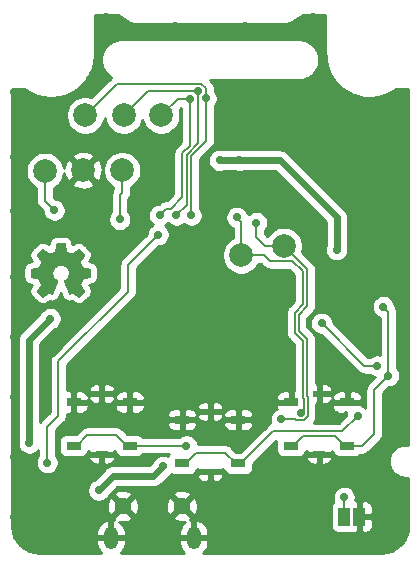
<source format=gbl>
G04 #@! TF.GenerationSoftware,KiCad,Pcbnew,5.1.6*
G04 #@! TF.CreationDate,2020-09-13T12:05:48+02:00*
G04 #@! TF.ProjectId,xling,786c696e-672e-46b6-9963-61645f706362,4*
G04 #@! TF.SameCoordinates,Original*
G04 #@! TF.FileFunction,Copper,L2,Bot*
G04 #@! TF.FilePolarity,Positive*
%FSLAX46Y46*%
G04 Gerber Fmt 4.6, Leading zero omitted, Abs format (unit mm)*
G04 Created by KiCad (PCBNEW 5.1.6) date 2020-09-13 12:05:48*
%MOMM*%
%LPD*%
G01*
G04 APERTURE LIST*
G04 #@! TA.AperFunction,EtchedComponent*
%ADD10C,0.010000*%
G04 #@! TD*
G04 #@! TA.AperFunction,SMDPad,CuDef*
%ADD11C,2.000000*%
G04 #@! TD*
G04 #@! TA.AperFunction,SMDPad,CuDef*
%ADD12R,1.000000X1.500000*%
G04 #@! TD*
G04 #@! TA.AperFunction,ComponentPad*
%ADD13O,1.200000X1.900000*%
G04 #@! TD*
G04 #@! TA.AperFunction,ComponentPad*
%ADD14C,1.450000*%
G04 #@! TD*
G04 #@! TA.AperFunction,SMDPad,CuDef*
%ADD15R,1.250000X0.700000*%
G04 #@! TD*
G04 #@! TA.AperFunction,SMDPad,CuDef*
%ADD16R,1.000000X0.500000*%
G04 #@! TD*
G04 #@! TA.AperFunction,ViaPad*
%ADD17C,0.700000*%
G04 #@! TD*
G04 #@! TA.AperFunction,Conductor*
%ADD18C,0.600000*%
G04 #@! TD*
G04 #@! TA.AperFunction,Conductor*
%ADD19C,0.200000*%
G04 #@! TD*
G04 #@! TA.AperFunction,Conductor*
%ADD20C,0.254000*%
G04 #@! TD*
G04 APERTURE END LIST*
D10*
G36*
X56946291Y-59410930D02*
G01*
X56877856Y-59411447D01*
X56816434Y-59412241D01*
X56763919Y-59413273D01*
X56722203Y-59414504D01*
X56693178Y-59415895D01*
X56678737Y-59417407D01*
X56677649Y-59417786D01*
X56673354Y-59427786D01*
X56666462Y-59453313D01*
X56657222Y-59493202D01*
X56645885Y-59546289D01*
X56632702Y-59611408D01*
X56617921Y-59687395D01*
X56604831Y-59756750D01*
X56591081Y-59829669D01*
X56577998Y-59897442D01*
X56565958Y-59958248D01*
X56555335Y-60010263D01*
X56546503Y-60051665D01*
X56539838Y-60080629D01*
X56535712Y-60095334D01*
X56534997Y-60096723D01*
X56524586Y-60102619D01*
X56501081Y-60113527D01*
X56466872Y-60128482D01*
X56424350Y-60146518D01*
X56375903Y-60166667D01*
X56323923Y-60187965D01*
X56270799Y-60209443D01*
X56218921Y-60230137D01*
X56170680Y-60249080D01*
X56128465Y-60265305D01*
X56094667Y-60277847D01*
X56071676Y-60285738D01*
X56061881Y-60288013D01*
X56061869Y-60288008D01*
X56053020Y-60282556D01*
X56031793Y-60268548D01*
X55999752Y-60247042D01*
X55958459Y-60219096D01*
X55909476Y-60185768D01*
X55854365Y-60148116D01*
X55794689Y-60107199D01*
X55780239Y-60097270D01*
X55719524Y-60055795D01*
X55662752Y-60017511D01*
X55611523Y-59983458D01*
X55567434Y-59954678D01*
X55532084Y-59932211D01*
X55507073Y-59917098D01*
X55493997Y-59910381D01*
X55492856Y-59910133D01*
X55483320Y-59915986D01*
X55463663Y-59932488D01*
X55435467Y-59958053D01*
X55400318Y-59991097D01*
X55359800Y-60030034D01*
X55315499Y-60073278D01*
X55268999Y-60119245D01*
X55221885Y-60166349D01*
X55175741Y-60213005D01*
X55132152Y-60257628D01*
X55092703Y-60298631D01*
X55058979Y-60334431D01*
X55032564Y-60363441D01*
X55015043Y-60384077D01*
X55008001Y-60394752D01*
X55007933Y-60395231D01*
X55012594Y-60405430D01*
X55025867Y-60427884D01*
X55046685Y-60460954D01*
X55073983Y-60502998D01*
X55106695Y-60552377D01*
X55143755Y-60607449D01*
X55184097Y-60666575D01*
X55186685Y-60670342D01*
X55227510Y-60729877D01*
X55265500Y-60785566D01*
X55299533Y-60835740D01*
X55328485Y-60878731D01*
X55351233Y-60912870D01*
X55366654Y-60936488D01*
X55373623Y-60947917D01*
X55373719Y-60948117D01*
X55375026Y-60955986D01*
X55373146Y-60969052D01*
X55367501Y-60988906D01*
X55357512Y-61017140D01*
X55342598Y-61055345D01*
X55322181Y-61105112D01*
X55295682Y-61168033D01*
X55281751Y-61200753D01*
X55254636Y-61263421D01*
X55229647Y-61319517D01*
X55207615Y-61367281D01*
X55189374Y-61404953D01*
X55175756Y-61430776D01*
X55167594Y-61442988D01*
X55166816Y-61443580D01*
X55155399Y-61446881D01*
X55129253Y-61452837D01*
X55090306Y-61461058D01*
X55040486Y-61471153D01*
X54981721Y-61482733D01*
X54915940Y-61495407D01*
X54845070Y-61508786D01*
X54837317Y-61510234D01*
X54756090Y-61525635D01*
X54684578Y-61539703D01*
X54624015Y-61552171D01*
X54575635Y-61562772D01*
X54540672Y-61571240D01*
X54520358Y-61577307D01*
X54515581Y-61579857D01*
X54514047Y-61590494D01*
X54512624Y-61616172D01*
X54511352Y-61654997D01*
X54510269Y-61705079D01*
X54509414Y-61764523D01*
X54508827Y-61831439D01*
X54508547Y-61903932D01*
X54508530Y-61922046D01*
X54508584Y-62007913D01*
X54508856Y-62078335D01*
X54509395Y-62134800D01*
X54510255Y-62178795D01*
X54511486Y-62211808D01*
X54513140Y-62235327D01*
X54515268Y-62250839D01*
X54517922Y-62259832D01*
X54520341Y-62263236D01*
X54531174Y-62266999D01*
X54556728Y-62273333D01*
X54595058Y-62281830D01*
X54644214Y-62292084D01*
X54702249Y-62303689D01*
X54767215Y-62316238D01*
X54835724Y-62329060D01*
X54912649Y-62343496D01*
X54981669Y-62356969D01*
X55041229Y-62369143D01*
X55089772Y-62379686D01*
X55125742Y-62388264D01*
X55147584Y-62394542D01*
X55153456Y-62397222D01*
X55160159Y-62407976D01*
X55171810Y-62431979D01*
X55187476Y-62466915D01*
X55206228Y-62510471D01*
X55227135Y-62560334D01*
X55249266Y-62614189D01*
X55271691Y-62669725D01*
X55293479Y-62724626D01*
X55313700Y-62776580D01*
X55331423Y-62823272D01*
X55345718Y-62862390D01*
X55355653Y-62891619D01*
X55360299Y-62908646D01*
X55360406Y-62911737D01*
X55354831Y-62920931D01*
X55340753Y-62942437D01*
X55319272Y-62974623D01*
X55291489Y-63015854D01*
X55258505Y-63064498D01*
X55221420Y-63118920D01*
X55182147Y-63176304D01*
X55142188Y-63234995D01*
X55105456Y-63289770D01*
X55073029Y-63338958D01*
X55045985Y-63380886D01*
X55025403Y-63413884D01*
X55012361Y-63436281D01*
X55007933Y-63446314D01*
X55013771Y-63455763D01*
X55030229Y-63475362D01*
X55055727Y-63503525D01*
X55088683Y-63538663D01*
X55127515Y-63579191D01*
X55170643Y-63623520D01*
X55216486Y-63670065D01*
X55263461Y-63717237D01*
X55309987Y-63763451D01*
X55354484Y-63807119D01*
X55395370Y-63846654D01*
X55431063Y-63880468D01*
X55459983Y-63906976D01*
X55480548Y-63924590D01*
X55491176Y-63931723D01*
X55491679Y-63931800D01*
X55501471Y-63927148D01*
X55523517Y-63913914D01*
X55556162Y-63893175D01*
X55597755Y-63866011D01*
X55646642Y-63833501D01*
X55701170Y-63796725D01*
X55757542Y-63758233D01*
X55816013Y-63718346D01*
X55870510Y-63681689D01*
X55919368Y-63649342D01*
X55960921Y-63622387D01*
X55993505Y-63601903D01*
X56015455Y-63588972D01*
X56024979Y-63584667D01*
X56037356Y-63588534D01*
X56061509Y-63599176D01*
X56094405Y-63615151D01*
X56133014Y-63635018D01*
X56150750Y-63644470D01*
X56193333Y-63666579D01*
X56230477Y-63684292D01*
X56259380Y-63696370D01*
X56277239Y-63701574D01*
X56279961Y-63701620D01*
X56284274Y-63699295D01*
X56289875Y-63692754D01*
X56297222Y-63680968D01*
X56306770Y-63662912D01*
X56318976Y-63637557D01*
X56334299Y-63603876D01*
X56353193Y-63560842D01*
X56376117Y-63507429D01*
X56403527Y-63442608D01*
X56435880Y-63365353D01*
X56473632Y-63274637D01*
X56517242Y-63169433D01*
X56524899Y-63150932D01*
X56562571Y-63059547D01*
X56598147Y-62972571D01*
X56631119Y-62891292D01*
X56660977Y-62816997D01*
X56687212Y-62750977D01*
X56709313Y-62694517D01*
X56726772Y-62648906D01*
X56739080Y-62615433D01*
X56745726Y-62595386D01*
X56746732Y-62590016D01*
X56738085Y-62580162D01*
X56718461Y-62563379D01*
X56690943Y-62542171D01*
X56664378Y-62523049D01*
X56594120Y-62471285D01*
X56536745Y-62422385D01*
X56489328Y-62373138D01*
X56448946Y-62320329D01*
X56412675Y-62260745D01*
X56394894Y-62226864D01*
X56355073Y-62129481D01*
X56331206Y-62028931D01*
X56323034Y-61926922D01*
X56330295Y-61825164D01*
X56352728Y-61725366D01*
X56390073Y-61629237D01*
X56442068Y-61538485D01*
X56508454Y-61454821D01*
X56513559Y-61449353D01*
X56592970Y-61376723D01*
X56681653Y-61317703D01*
X56780743Y-61271592D01*
X56828565Y-61255012D01*
X56856444Y-61246958D01*
X56882724Y-61241387D01*
X56911576Y-61237865D01*
X56947170Y-61235956D01*
X56993677Y-61235226D01*
X57018767Y-61235167D01*
X57071474Y-61235517D01*
X57111440Y-61236860D01*
X57142845Y-61239630D01*
X57169872Y-61244263D01*
X57196703Y-61251194D01*
X57209267Y-61255004D01*
X57312590Y-61295676D01*
X57406398Y-61349817D01*
X57489717Y-61416606D01*
X57561575Y-61495223D01*
X57620998Y-61584846D01*
X57637452Y-61616167D01*
X57671739Y-61694262D01*
X57694276Y-61768211D01*
X57706567Y-61844406D01*
X57710121Y-61925200D01*
X57702023Y-62033649D01*
X57678013Y-62137109D01*
X57638520Y-62234517D01*
X57583973Y-62324813D01*
X57516407Y-62405292D01*
X57486099Y-62433618D01*
X57446729Y-62466653D01*
X57403419Y-62500421D01*
X57361294Y-62530947D01*
X57325476Y-62554257D01*
X57321102Y-62556806D01*
X57301613Y-62571642D01*
X57289880Y-62587440D01*
X57289125Y-62589748D01*
X57291546Y-62600870D01*
X57300265Y-62626722D01*
X57314946Y-62666452D01*
X57335254Y-62719211D01*
X57360854Y-62784145D01*
X57391411Y-62860406D01*
X57426590Y-62947142D01*
X57466055Y-63043502D01*
X57505120Y-63138132D01*
X57542500Y-63228302D01*
X57578143Y-63314144D01*
X57611495Y-63394332D01*
X57642001Y-63467542D01*
X57669109Y-63532448D01*
X57692263Y-63587723D01*
X57710910Y-63632043D01*
X57724497Y-63664083D01*
X57732468Y-63682516D01*
X57734244Y-63686349D01*
X57747966Y-63699861D01*
X57759315Y-63703200D01*
X57772169Y-63699324D01*
X57796758Y-63688659D01*
X57830017Y-63672646D01*
X57868882Y-63652728D01*
X57886929Y-63643121D01*
X57936610Y-63617320D01*
X57975806Y-63598983D01*
X58003207Y-63588679D01*
X58016629Y-63586729D01*
X58028533Y-63592449D01*
X58052103Y-63606500D01*
X58085152Y-63627477D01*
X58125490Y-63653974D01*
X58170931Y-63684586D01*
X58199867Y-63704435D01*
X58278062Y-63758371D01*
X58343529Y-63803359D01*
X58397413Y-63840154D01*
X58440865Y-63869510D01*
X58475031Y-63892182D01*
X58501061Y-63908926D01*
X58520102Y-63920496D01*
X58533302Y-63927647D01*
X58541809Y-63931134D01*
X58545687Y-63931800D01*
X58554465Y-63925999D01*
X58573774Y-63909463D01*
X58602233Y-63883495D01*
X58638464Y-63849396D01*
X58681086Y-63808467D01*
X58728720Y-63762011D01*
X58779984Y-63711329D01*
X58790115Y-63701236D01*
X58841773Y-63649450D01*
X58889649Y-63600971D01*
X58932405Y-63557187D01*
X58968705Y-63519491D01*
X58997212Y-63489272D01*
X59016588Y-63467920D01*
X59025498Y-63456827D01*
X59025889Y-63456022D01*
X59027388Y-63451060D01*
X59027912Y-63445989D01*
X59026608Y-63439434D01*
X59022623Y-63430021D01*
X59015105Y-63416375D01*
X59003200Y-63397121D01*
X58986058Y-63370885D01*
X58962824Y-63336292D01*
X58932647Y-63291967D01*
X58894673Y-63236535D01*
X58848051Y-63168623D01*
X58843807Y-63162443D01*
X58804397Y-63104709D01*
X58768224Y-63051064D01*
X58736377Y-63003177D01*
X58709947Y-62962714D01*
X58690024Y-62931343D01*
X58677698Y-62910730D01*
X58674000Y-62902783D01*
X58677048Y-62892118D01*
X58685683Y-62867760D01*
X58699142Y-62831711D01*
X58716662Y-62785975D01*
X58737480Y-62732556D01*
X58760832Y-62673457D01*
X58772509Y-62644179D01*
X58802071Y-62570857D01*
X58826324Y-62512085D01*
X58845873Y-62466545D01*
X58861323Y-62432920D01*
X58873278Y-62409891D01*
X58882342Y-62396142D01*
X58888926Y-62390432D01*
X58901191Y-62387202D01*
X58928106Y-62381349D01*
X58967662Y-62373271D01*
X59017847Y-62363366D01*
X59076651Y-62352030D01*
X59142062Y-62339662D01*
X59206465Y-62327690D01*
X59275865Y-62314694D01*
X59340217Y-62302258D01*
X59397565Y-62290789D01*
X59445950Y-62280696D01*
X59483415Y-62272387D01*
X59508002Y-62266268D01*
X59517615Y-62262886D01*
X59520611Y-62257601D01*
X59523064Y-62246235D01*
X59525024Y-62227352D01*
X59526538Y-62199515D01*
X59527655Y-62161286D01*
X59528423Y-62111227D01*
X59528890Y-62047902D01*
X59529105Y-61969873D01*
X59529133Y-61920125D01*
X59529133Y-61586924D01*
X59510083Y-61575171D01*
X59497604Y-61571001D01*
X59470439Y-61564287D01*
X59430574Y-61555444D01*
X59379996Y-61544887D01*
X59320693Y-61533029D01*
X59254651Y-61520286D01*
X59183857Y-61507071D01*
X59182000Y-61506731D01*
X59111540Y-61493584D01*
X59046153Y-61480957D01*
X58987758Y-61469254D01*
X58938273Y-61458877D01*
X58899616Y-61450228D01*
X58873706Y-61443711D01*
X58862461Y-61439729D01*
X58862325Y-61439611D01*
X58856183Y-61429169D01*
X58844630Y-61405511D01*
X58828704Y-61371048D01*
X58809443Y-61328188D01*
X58787882Y-61279344D01*
X58765060Y-61226923D01*
X58742014Y-61173337D01*
X58719781Y-61120996D01*
X58699397Y-61072309D01*
X58681900Y-61029686D01*
X58668328Y-60995539D01*
X58659717Y-60972275D01*
X58657067Y-60962657D01*
X58661721Y-60952959D01*
X58674982Y-60930954D01*
X58695800Y-60898249D01*
X58723126Y-60856445D01*
X58755910Y-60807148D01*
X58793100Y-60751961D01*
X58833648Y-60692489D01*
X58840096Y-60683092D01*
X58881253Y-60622897D01*
X58919408Y-60566584D01*
X58953477Y-60515790D01*
X58982380Y-60472148D01*
X59005035Y-60437293D01*
X59020361Y-60412860D01*
X59027276Y-60400484D01*
X59027511Y-60399808D01*
X59026243Y-60392966D01*
X59019309Y-60381447D01*
X59005804Y-60364259D01*
X58984824Y-60340415D01*
X58955465Y-60308924D01*
X58916820Y-60268797D01*
X58867986Y-60219044D01*
X58808059Y-60158676D01*
X58796001Y-60146583D01*
X58735970Y-60086815D01*
X58682406Y-60034298D01*
X58636219Y-59989886D01*
X58598323Y-59954436D01*
X58569627Y-59928803D01*
X58551043Y-59913843D01*
X58544124Y-59910133D01*
X58533733Y-59914788D01*
X58511072Y-59928046D01*
X58477777Y-59948851D01*
X58435485Y-59976145D01*
X58385833Y-60008871D01*
X58330456Y-60045970D01*
X58270991Y-60086386D01*
X58264523Y-60090816D01*
X58204499Y-60131881D01*
X58148296Y-60170191D01*
X58097578Y-60204622D01*
X58054008Y-60234050D01*
X58019252Y-60257352D01*
X57994974Y-60273402D01*
X57982839Y-60281078D01*
X57982413Y-60281312D01*
X57974991Y-60283569D01*
X57964101Y-60283241D01*
X57947901Y-60279719D01*
X57924553Y-60272391D01*
X57892214Y-60260646D01*
X57849045Y-60243873D01*
X57793205Y-60221463D01*
X57753813Y-60205448D01*
X57684056Y-60176969D01*
X57628353Y-60154072D01*
X57585066Y-60135970D01*
X57552560Y-60121877D01*
X57529197Y-60111005D01*
X57513341Y-60102567D01*
X57503357Y-60095777D01*
X57497606Y-60089847D01*
X57494453Y-60083990D01*
X57493091Y-60080068D01*
X57490400Y-60068227D01*
X57485011Y-60041676D01*
X57477299Y-60002358D01*
X57467639Y-59952215D01*
X57456403Y-59893190D01*
X57443966Y-59827225D01*
X57430702Y-59756264D01*
X57429341Y-59748948D01*
X57415913Y-59677802D01*
X57403053Y-59611665D01*
X57391160Y-59552444D01*
X57380633Y-59502047D01*
X57371873Y-59462380D01*
X57365278Y-59435354D01*
X57361249Y-59422874D01*
X57360980Y-59422472D01*
X57355930Y-59419395D01*
X57345395Y-59416881D01*
X57327894Y-59414878D01*
X57301945Y-59413336D01*
X57266067Y-59412203D01*
X57218780Y-59411428D01*
X57158601Y-59410961D01*
X57084050Y-59410751D01*
X57019847Y-59410729D01*
X56946291Y-59410930D01*
G37*
X56946291Y-59410930D02*
X56877856Y-59411447D01*
X56816434Y-59412241D01*
X56763919Y-59413273D01*
X56722203Y-59414504D01*
X56693178Y-59415895D01*
X56678737Y-59417407D01*
X56677649Y-59417786D01*
X56673354Y-59427786D01*
X56666462Y-59453313D01*
X56657222Y-59493202D01*
X56645885Y-59546289D01*
X56632702Y-59611408D01*
X56617921Y-59687395D01*
X56604831Y-59756750D01*
X56591081Y-59829669D01*
X56577998Y-59897442D01*
X56565958Y-59958248D01*
X56555335Y-60010263D01*
X56546503Y-60051665D01*
X56539838Y-60080629D01*
X56535712Y-60095334D01*
X56534997Y-60096723D01*
X56524586Y-60102619D01*
X56501081Y-60113527D01*
X56466872Y-60128482D01*
X56424350Y-60146518D01*
X56375903Y-60166667D01*
X56323923Y-60187965D01*
X56270799Y-60209443D01*
X56218921Y-60230137D01*
X56170680Y-60249080D01*
X56128465Y-60265305D01*
X56094667Y-60277847D01*
X56071676Y-60285738D01*
X56061881Y-60288013D01*
X56061869Y-60288008D01*
X56053020Y-60282556D01*
X56031793Y-60268548D01*
X55999752Y-60247042D01*
X55958459Y-60219096D01*
X55909476Y-60185768D01*
X55854365Y-60148116D01*
X55794689Y-60107199D01*
X55780239Y-60097270D01*
X55719524Y-60055795D01*
X55662752Y-60017511D01*
X55611523Y-59983458D01*
X55567434Y-59954678D01*
X55532084Y-59932211D01*
X55507073Y-59917098D01*
X55493997Y-59910381D01*
X55492856Y-59910133D01*
X55483320Y-59915986D01*
X55463663Y-59932488D01*
X55435467Y-59958053D01*
X55400318Y-59991097D01*
X55359800Y-60030034D01*
X55315499Y-60073278D01*
X55268999Y-60119245D01*
X55221885Y-60166349D01*
X55175741Y-60213005D01*
X55132152Y-60257628D01*
X55092703Y-60298631D01*
X55058979Y-60334431D01*
X55032564Y-60363441D01*
X55015043Y-60384077D01*
X55008001Y-60394752D01*
X55007933Y-60395231D01*
X55012594Y-60405430D01*
X55025867Y-60427884D01*
X55046685Y-60460954D01*
X55073983Y-60502998D01*
X55106695Y-60552377D01*
X55143755Y-60607449D01*
X55184097Y-60666575D01*
X55186685Y-60670342D01*
X55227510Y-60729877D01*
X55265500Y-60785566D01*
X55299533Y-60835740D01*
X55328485Y-60878731D01*
X55351233Y-60912870D01*
X55366654Y-60936488D01*
X55373623Y-60947917D01*
X55373719Y-60948117D01*
X55375026Y-60955986D01*
X55373146Y-60969052D01*
X55367501Y-60988906D01*
X55357512Y-61017140D01*
X55342598Y-61055345D01*
X55322181Y-61105112D01*
X55295682Y-61168033D01*
X55281751Y-61200753D01*
X55254636Y-61263421D01*
X55229647Y-61319517D01*
X55207615Y-61367281D01*
X55189374Y-61404953D01*
X55175756Y-61430776D01*
X55167594Y-61442988D01*
X55166816Y-61443580D01*
X55155399Y-61446881D01*
X55129253Y-61452837D01*
X55090306Y-61461058D01*
X55040486Y-61471153D01*
X54981721Y-61482733D01*
X54915940Y-61495407D01*
X54845070Y-61508786D01*
X54837317Y-61510234D01*
X54756090Y-61525635D01*
X54684578Y-61539703D01*
X54624015Y-61552171D01*
X54575635Y-61562772D01*
X54540672Y-61571240D01*
X54520358Y-61577307D01*
X54515581Y-61579857D01*
X54514047Y-61590494D01*
X54512624Y-61616172D01*
X54511352Y-61654997D01*
X54510269Y-61705079D01*
X54509414Y-61764523D01*
X54508827Y-61831439D01*
X54508547Y-61903932D01*
X54508530Y-61922046D01*
X54508584Y-62007913D01*
X54508856Y-62078335D01*
X54509395Y-62134800D01*
X54510255Y-62178795D01*
X54511486Y-62211808D01*
X54513140Y-62235327D01*
X54515268Y-62250839D01*
X54517922Y-62259832D01*
X54520341Y-62263236D01*
X54531174Y-62266999D01*
X54556728Y-62273333D01*
X54595058Y-62281830D01*
X54644214Y-62292084D01*
X54702249Y-62303689D01*
X54767215Y-62316238D01*
X54835724Y-62329060D01*
X54912649Y-62343496D01*
X54981669Y-62356969D01*
X55041229Y-62369143D01*
X55089772Y-62379686D01*
X55125742Y-62388264D01*
X55147584Y-62394542D01*
X55153456Y-62397222D01*
X55160159Y-62407976D01*
X55171810Y-62431979D01*
X55187476Y-62466915D01*
X55206228Y-62510471D01*
X55227135Y-62560334D01*
X55249266Y-62614189D01*
X55271691Y-62669725D01*
X55293479Y-62724626D01*
X55313700Y-62776580D01*
X55331423Y-62823272D01*
X55345718Y-62862390D01*
X55355653Y-62891619D01*
X55360299Y-62908646D01*
X55360406Y-62911737D01*
X55354831Y-62920931D01*
X55340753Y-62942437D01*
X55319272Y-62974623D01*
X55291489Y-63015854D01*
X55258505Y-63064498D01*
X55221420Y-63118920D01*
X55182147Y-63176304D01*
X55142188Y-63234995D01*
X55105456Y-63289770D01*
X55073029Y-63338958D01*
X55045985Y-63380886D01*
X55025403Y-63413884D01*
X55012361Y-63436281D01*
X55007933Y-63446314D01*
X55013771Y-63455763D01*
X55030229Y-63475362D01*
X55055727Y-63503525D01*
X55088683Y-63538663D01*
X55127515Y-63579191D01*
X55170643Y-63623520D01*
X55216486Y-63670065D01*
X55263461Y-63717237D01*
X55309987Y-63763451D01*
X55354484Y-63807119D01*
X55395370Y-63846654D01*
X55431063Y-63880468D01*
X55459983Y-63906976D01*
X55480548Y-63924590D01*
X55491176Y-63931723D01*
X55491679Y-63931800D01*
X55501471Y-63927148D01*
X55523517Y-63913914D01*
X55556162Y-63893175D01*
X55597755Y-63866011D01*
X55646642Y-63833501D01*
X55701170Y-63796725D01*
X55757542Y-63758233D01*
X55816013Y-63718346D01*
X55870510Y-63681689D01*
X55919368Y-63649342D01*
X55960921Y-63622387D01*
X55993505Y-63601903D01*
X56015455Y-63588972D01*
X56024979Y-63584667D01*
X56037356Y-63588534D01*
X56061509Y-63599176D01*
X56094405Y-63615151D01*
X56133014Y-63635018D01*
X56150750Y-63644470D01*
X56193333Y-63666579D01*
X56230477Y-63684292D01*
X56259380Y-63696370D01*
X56277239Y-63701574D01*
X56279961Y-63701620D01*
X56284274Y-63699295D01*
X56289875Y-63692754D01*
X56297222Y-63680968D01*
X56306770Y-63662912D01*
X56318976Y-63637557D01*
X56334299Y-63603876D01*
X56353193Y-63560842D01*
X56376117Y-63507429D01*
X56403527Y-63442608D01*
X56435880Y-63365353D01*
X56473632Y-63274637D01*
X56517242Y-63169433D01*
X56524899Y-63150932D01*
X56562571Y-63059547D01*
X56598147Y-62972571D01*
X56631119Y-62891292D01*
X56660977Y-62816997D01*
X56687212Y-62750977D01*
X56709313Y-62694517D01*
X56726772Y-62648906D01*
X56739080Y-62615433D01*
X56745726Y-62595386D01*
X56746732Y-62590016D01*
X56738085Y-62580162D01*
X56718461Y-62563379D01*
X56690943Y-62542171D01*
X56664378Y-62523049D01*
X56594120Y-62471285D01*
X56536745Y-62422385D01*
X56489328Y-62373138D01*
X56448946Y-62320329D01*
X56412675Y-62260745D01*
X56394894Y-62226864D01*
X56355073Y-62129481D01*
X56331206Y-62028931D01*
X56323034Y-61926922D01*
X56330295Y-61825164D01*
X56352728Y-61725366D01*
X56390073Y-61629237D01*
X56442068Y-61538485D01*
X56508454Y-61454821D01*
X56513559Y-61449353D01*
X56592970Y-61376723D01*
X56681653Y-61317703D01*
X56780743Y-61271592D01*
X56828565Y-61255012D01*
X56856444Y-61246958D01*
X56882724Y-61241387D01*
X56911576Y-61237865D01*
X56947170Y-61235956D01*
X56993677Y-61235226D01*
X57018767Y-61235167D01*
X57071474Y-61235517D01*
X57111440Y-61236860D01*
X57142845Y-61239630D01*
X57169872Y-61244263D01*
X57196703Y-61251194D01*
X57209267Y-61255004D01*
X57312590Y-61295676D01*
X57406398Y-61349817D01*
X57489717Y-61416606D01*
X57561575Y-61495223D01*
X57620998Y-61584846D01*
X57637452Y-61616167D01*
X57671739Y-61694262D01*
X57694276Y-61768211D01*
X57706567Y-61844406D01*
X57710121Y-61925200D01*
X57702023Y-62033649D01*
X57678013Y-62137109D01*
X57638520Y-62234517D01*
X57583973Y-62324813D01*
X57516407Y-62405292D01*
X57486099Y-62433618D01*
X57446729Y-62466653D01*
X57403419Y-62500421D01*
X57361294Y-62530947D01*
X57325476Y-62554257D01*
X57321102Y-62556806D01*
X57301613Y-62571642D01*
X57289880Y-62587440D01*
X57289125Y-62589748D01*
X57291546Y-62600870D01*
X57300265Y-62626722D01*
X57314946Y-62666452D01*
X57335254Y-62719211D01*
X57360854Y-62784145D01*
X57391411Y-62860406D01*
X57426590Y-62947142D01*
X57466055Y-63043502D01*
X57505120Y-63138132D01*
X57542500Y-63228302D01*
X57578143Y-63314144D01*
X57611495Y-63394332D01*
X57642001Y-63467542D01*
X57669109Y-63532448D01*
X57692263Y-63587723D01*
X57710910Y-63632043D01*
X57724497Y-63664083D01*
X57732468Y-63682516D01*
X57734244Y-63686349D01*
X57747966Y-63699861D01*
X57759315Y-63703200D01*
X57772169Y-63699324D01*
X57796758Y-63688659D01*
X57830017Y-63672646D01*
X57868882Y-63652728D01*
X57886929Y-63643121D01*
X57936610Y-63617320D01*
X57975806Y-63598983D01*
X58003207Y-63588679D01*
X58016629Y-63586729D01*
X58028533Y-63592449D01*
X58052103Y-63606500D01*
X58085152Y-63627477D01*
X58125490Y-63653974D01*
X58170931Y-63684586D01*
X58199867Y-63704435D01*
X58278062Y-63758371D01*
X58343529Y-63803359D01*
X58397413Y-63840154D01*
X58440865Y-63869510D01*
X58475031Y-63892182D01*
X58501061Y-63908926D01*
X58520102Y-63920496D01*
X58533302Y-63927647D01*
X58541809Y-63931134D01*
X58545687Y-63931800D01*
X58554465Y-63925999D01*
X58573774Y-63909463D01*
X58602233Y-63883495D01*
X58638464Y-63849396D01*
X58681086Y-63808467D01*
X58728720Y-63762011D01*
X58779984Y-63711329D01*
X58790115Y-63701236D01*
X58841773Y-63649450D01*
X58889649Y-63600971D01*
X58932405Y-63557187D01*
X58968705Y-63519491D01*
X58997212Y-63489272D01*
X59016588Y-63467920D01*
X59025498Y-63456827D01*
X59025889Y-63456022D01*
X59027388Y-63451060D01*
X59027912Y-63445989D01*
X59026608Y-63439434D01*
X59022623Y-63430021D01*
X59015105Y-63416375D01*
X59003200Y-63397121D01*
X58986058Y-63370885D01*
X58962824Y-63336292D01*
X58932647Y-63291967D01*
X58894673Y-63236535D01*
X58848051Y-63168623D01*
X58843807Y-63162443D01*
X58804397Y-63104709D01*
X58768224Y-63051064D01*
X58736377Y-63003177D01*
X58709947Y-62962714D01*
X58690024Y-62931343D01*
X58677698Y-62910730D01*
X58674000Y-62902783D01*
X58677048Y-62892118D01*
X58685683Y-62867760D01*
X58699142Y-62831711D01*
X58716662Y-62785975D01*
X58737480Y-62732556D01*
X58760832Y-62673457D01*
X58772509Y-62644179D01*
X58802071Y-62570857D01*
X58826324Y-62512085D01*
X58845873Y-62466545D01*
X58861323Y-62432920D01*
X58873278Y-62409891D01*
X58882342Y-62396142D01*
X58888926Y-62390432D01*
X58901191Y-62387202D01*
X58928106Y-62381349D01*
X58967662Y-62373271D01*
X59017847Y-62363366D01*
X59076651Y-62352030D01*
X59142062Y-62339662D01*
X59206465Y-62327690D01*
X59275865Y-62314694D01*
X59340217Y-62302258D01*
X59397565Y-62290789D01*
X59445950Y-62280696D01*
X59483415Y-62272387D01*
X59508002Y-62266268D01*
X59517615Y-62262886D01*
X59520611Y-62257601D01*
X59523064Y-62246235D01*
X59525024Y-62227352D01*
X59526538Y-62199515D01*
X59527655Y-62161286D01*
X59528423Y-62111227D01*
X59528890Y-62047902D01*
X59529105Y-61969873D01*
X59529133Y-61920125D01*
X59529133Y-61586924D01*
X59510083Y-61575171D01*
X59497604Y-61571001D01*
X59470439Y-61564287D01*
X59430574Y-61555444D01*
X59379996Y-61544887D01*
X59320693Y-61533029D01*
X59254651Y-61520286D01*
X59183857Y-61507071D01*
X59182000Y-61506731D01*
X59111540Y-61493584D01*
X59046153Y-61480957D01*
X58987758Y-61469254D01*
X58938273Y-61458877D01*
X58899616Y-61450228D01*
X58873706Y-61443711D01*
X58862461Y-61439729D01*
X58862325Y-61439611D01*
X58856183Y-61429169D01*
X58844630Y-61405511D01*
X58828704Y-61371048D01*
X58809443Y-61328188D01*
X58787882Y-61279344D01*
X58765060Y-61226923D01*
X58742014Y-61173337D01*
X58719781Y-61120996D01*
X58699397Y-61072309D01*
X58681900Y-61029686D01*
X58668328Y-60995539D01*
X58659717Y-60972275D01*
X58657067Y-60962657D01*
X58661721Y-60952959D01*
X58674982Y-60930954D01*
X58695800Y-60898249D01*
X58723126Y-60856445D01*
X58755910Y-60807148D01*
X58793100Y-60751961D01*
X58833648Y-60692489D01*
X58840096Y-60683092D01*
X58881253Y-60622897D01*
X58919408Y-60566584D01*
X58953477Y-60515790D01*
X58982380Y-60472148D01*
X59005035Y-60437293D01*
X59020361Y-60412860D01*
X59027276Y-60400484D01*
X59027511Y-60399808D01*
X59026243Y-60392966D01*
X59019309Y-60381447D01*
X59005804Y-60364259D01*
X58984824Y-60340415D01*
X58955465Y-60308924D01*
X58916820Y-60268797D01*
X58867986Y-60219044D01*
X58808059Y-60158676D01*
X58796001Y-60146583D01*
X58735970Y-60086815D01*
X58682406Y-60034298D01*
X58636219Y-59989886D01*
X58598323Y-59954436D01*
X58569627Y-59928803D01*
X58551043Y-59913843D01*
X58544124Y-59910133D01*
X58533733Y-59914788D01*
X58511072Y-59928046D01*
X58477777Y-59948851D01*
X58435485Y-59976145D01*
X58385833Y-60008871D01*
X58330456Y-60045970D01*
X58270991Y-60086386D01*
X58264523Y-60090816D01*
X58204499Y-60131881D01*
X58148296Y-60170191D01*
X58097578Y-60204622D01*
X58054008Y-60234050D01*
X58019252Y-60257352D01*
X57994974Y-60273402D01*
X57982839Y-60281078D01*
X57982413Y-60281312D01*
X57974991Y-60283569D01*
X57964101Y-60283241D01*
X57947901Y-60279719D01*
X57924553Y-60272391D01*
X57892214Y-60260646D01*
X57849045Y-60243873D01*
X57793205Y-60221463D01*
X57753813Y-60205448D01*
X57684056Y-60176969D01*
X57628353Y-60154072D01*
X57585066Y-60135970D01*
X57552560Y-60121877D01*
X57529197Y-60111005D01*
X57513341Y-60102567D01*
X57503357Y-60095777D01*
X57497606Y-60089847D01*
X57494453Y-60083990D01*
X57493091Y-60080068D01*
X57490400Y-60068227D01*
X57485011Y-60041676D01*
X57477299Y-60002358D01*
X57467639Y-59952215D01*
X57456403Y-59893190D01*
X57443966Y-59827225D01*
X57430702Y-59756264D01*
X57429341Y-59748948D01*
X57415913Y-59677802D01*
X57403053Y-59611665D01*
X57391160Y-59552444D01*
X57380633Y-59502047D01*
X57371873Y-59462380D01*
X57365278Y-59435354D01*
X57361249Y-59422874D01*
X57360980Y-59422472D01*
X57355930Y-59419395D01*
X57345395Y-59416881D01*
X57327894Y-59414878D01*
X57301945Y-59413336D01*
X57266067Y-59412203D01*
X57218780Y-59411428D01*
X57158601Y-59410961D01*
X57084050Y-59410751D01*
X57019847Y-59410729D01*
X56946291Y-59410930D01*
D11*
X62230000Y-53213000D03*
X55689500Y-53276500D03*
X58928000Y-53213000D03*
X72313800Y-60426600D03*
X75920600Y-59626500D03*
X65532000Y-48577500D03*
X59118500Y-48577500D03*
X62357000Y-48577500D03*
D12*
X81011000Y-82550000D03*
X82311000Y-82550000D03*
D13*
X68282000Y-84347500D03*
X61282000Y-84347500D03*
D14*
X67282000Y-81647500D03*
X62282000Y-81647500D03*
D15*
X76530100Y-76551400D03*
X81280100Y-76551400D03*
X76530100Y-72851400D03*
X81280100Y-72851400D03*
D16*
X78905100Y-77251400D03*
X78905100Y-72151400D03*
X69684900Y-73650000D03*
X69684900Y-78750000D03*
D15*
X72059900Y-74350000D03*
X67309900Y-74350000D03*
X72059900Y-78050000D03*
X67309900Y-78050000D03*
X58127800Y-76551400D03*
X62877800Y-76551400D03*
X58127800Y-72851400D03*
X62877800Y-72851400D03*
D16*
X60502800Y-77251400D03*
X60502800Y-72151400D03*
D17*
X60248800Y-80314800D03*
X80391000Y-59944000D03*
X70485000Y-52387500D03*
X72136000Y-52387500D03*
X62026800Y-57378600D03*
X65722500Y-78282800D03*
X78905100Y-78320900D03*
X60223400Y-78524100D03*
X55676800Y-70510400D03*
X53111400Y-56642000D03*
X70485000Y-63119000D03*
X75057000Y-62420500D03*
X76517500Y-68262500D03*
X70929500Y-69151500D03*
X78359000Y-40259000D03*
X53086000Y-62230000D03*
X53086000Y-67310000D03*
X53086000Y-72390000D03*
X53086000Y-77470000D03*
X53086000Y-82550000D03*
X57277000Y-85344000D03*
X53086000Y-52070000D03*
X53086000Y-46609000D03*
X60833000Y-40259000D03*
X80111600Y-45872400D03*
X86207600Y-46634400D03*
X72644000Y-41021000D03*
X66675000Y-41021000D03*
X86233000Y-50800000D03*
X86233000Y-66040000D03*
X86233000Y-71120000D03*
X86233000Y-76200000D03*
X86233000Y-80010000D03*
X72390000Y-85344000D03*
X66192400Y-79857600D03*
X65341500Y-69532500D03*
X81534000Y-65913000D03*
X73914000Y-75133200D03*
X85217000Y-85090000D03*
X86233000Y-60960000D03*
X86233000Y-55880000D03*
X81788000Y-61595000D03*
X63373000Y-59182000D03*
X63754000Y-64516000D03*
X60198000Y-68834000D03*
X59499500Y-45529500D03*
X67183000Y-73279000D03*
X82169000Y-74041000D03*
X56134000Y-65786000D03*
X54356000Y-76327000D03*
X84328000Y-64770000D03*
X84772500Y-70612000D03*
X67665600Y-76542900D03*
X65278000Y-58674000D03*
X55880000Y-77978000D03*
X81026000Y-80899000D03*
X79121000Y-66167000D03*
X83820000Y-69786500D03*
X75692000Y-74307700D03*
X73596500Y-57658000D03*
X77343000Y-73774300D03*
X71945500Y-57213500D03*
X66802000Y-57023000D03*
X68643500Y-46482000D03*
X65405000Y-57023000D03*
X67945000Y-47180500D03*
X56476900Y-56603900D03*
X68072000Y-57023000D03*
X69342000Y-47117000D03*
D18*
X80391000Y-59944000D02*
X80391000Y-57213500D01*
X80391000Y-57213500D02*
X75565000Y-52387500D01*
X75565000Y-52387500D02*
X70485000Y-52387500D01*
D19*
X62026800Y-57378600D02*
X62026800Y-55346600D01*
X62026800Y-55346600D02*
X62230000Y-55143400D01*
X62230000Y-55143400D02*
X62230000Y-53263800D01*
D18*
X60248800Y-80314800D02*
X61442600Y-79121000D01*
X61442600Y-79121000D02*
X64858900Y-79121000D01*
X64884300Y-79121000D02*
X65722500Y-78282800D01*
D19*
X78905100Y-77251400D02*
X78905100Y-78320900D01*
X60502800Y-78244700D02*
X60223400Y-78524100D01*
X60502800Y-77251400D02*
X60502800Y-78244700D01*
X72059900Y-78050000D02*
X71839700Y-78050000D01*
X71839700Y-78050000D02*
X70929500Y-77139800D01*
X70929500Y-77139800D02*
X68516500Y-77139800D01*
X68516500Y-77139800D02*
X67589400Y-78066900D01*
X72059900Y-78050000D02*
X72292600Y-78050000D01*
X72292600Y-78050000D02*
X75006200Y-75336400D01*
X80873600Y-75336400D02*
X82169000Y-74041000D01*
X75006200Y-75336400D02*
X80873600Y-75336400D01*
D18*
X54356000Y-67564000D02*
X54356000Y-76327000D01*
X56134000Y-65786000D02*
X54356000Y-67564000D01*
D19*
X84772500Y-65214500D02*
X84328000Y-64770000D01*
X84772500Y-70612000D02*
X84772500Y-65214500D01*
X84772500Y-70612000D02*
X83566000Y-71818500D01*
X83566000Y-71818500D02*
X83566000Y-75565000D01*
X83566000Y-75565000D02*
X82550000Y-76581000D01*
X82550000Y-76581000D02*
X81280000Y-76581000D01*
X76530100Y-76551400D02*
X76724900Y-76551400D01*
X76724900Y-76551400D02*
X77533500Y-75742800D01*
X77533500Y-75742800D02*
X80213200Y-75742800D01*
X80213200Y-75742800D02*
X80975200Y-76504800D01*
X67657100Y-76551400D02*
X67665600Y-76542900D01*
X62877800Y-76551400D02*
X67657100Y-76551400D01*
X58127800Y-76551400D02*
X58373400Y-76551400D01*
X58373400Y-76551400D02*
X59283600Y-75641200D01*
X59283600Y-75641200D02*
X61722000Y-75641200D01*
X61722000Y-75641200D02*
X62560200Y-76479400D01*
X62738000Y-63500000D02*
X62738000Y-61214000D01*
X62738000Y-61214000D02*
X65278000Y-58674000D01*
X56832500Y-69405500D02*
X62738000Y-63500000D01*
X55880000Y-74942700D02*
X56832500Y-73990200D01*
X55880000Y-77978000D02*
X55880000Y-74942700D01*
X56832500Y-73990200D02*
X56832500Y-69405500D01*
X81026000Y-80899000D02*
X81026000Y-82677000D01*
X82740500Y-69786500D02*
X83820000Y-69786500D01*
X79121000Y-66167000D02*
X82740500Y-69786500D01*
X73596500Y-57658000D02*
X73596500Y-58864500D01*
X74358500Y-59626500D02*
X73596500Y-58864500D01*
X75920600Y-59626500D02*
X74358500Y-59626500D01*
X75920600Y-59626500D02*
X77883510Y-61589410D01*
X77883510Y-61589410D02*
X77883510Y-64737490D01*
X77185010Y-65435990D02*
X77185010Y-66802000D01*
X77883510Y-64737490D02*
X77185010Y-65435990D01*
X77185010Y-66802000D02*
X77883510Y-67500500D01*
X77883510Y-72329812D02*
X77943001Y-72389303D01*
X77883510Y-67500500D02*
X77883510Y-72329812D01*
X75692000Y-74307700D02*
X76923900Y-74307700D01*
X77631001Y-74374301D02*
X77943001Y-74062301D01*
X76990501Y-74374301D02*
X77631001Y-74374301D01*
X77943001Y-74062301D02*
X77943001Y-72389303D01*
X76923900Y-74307700D02*
X76990501Y-74374301D01*
X71945500Y-57086500D02*
X71945500Y-57213500D01*
X72313800Y-57581800D02*
X71945500Y-57213500D01*
X72313800Y-60426600D02*
X72313800Y-57581800D01*
X74726800Y-60896500D02*
X74256900Y-60426600D01*
X77533500Y-64579500D02*
X77533500Y-61785500D01*
X74256900Y-60426600D02*
X72313800Y-60426600D01*
X77533500Y-72474790D02*
X77533500Y-67691000D01*
X77533500Y-61785500D02*
X76644500Y-60896500D01*
X76835000Y-65278000D02*
X77533500Y-64579500D01*
X76644500Y-60896500D02*
X74726800Y-60896500D01*
X76835000Y-66992500D02*
X76835000Y-65278000D01*
X77533500Y-67691000D02*
X76835000Y-66992500D01*
X77592991Y-72534281D02*
X77533500Y-72474790D01*
X77592991Y-73524309D02*
X77343000Y-73774300D01*
X77592991Y-72534281D02*
X77592991Y-73524309D01*
X68643500Y-50940012D02*
X67691000Y-51892512D01*
X67691000Y-56134000D02*
X66802000Y-57023000D01*
X67691000Y-51892512D02*
X67691000Y-56134000D01*
X68643500Y-50940012D02*
X68643500Y-46482000D01*
X64452500Y-46482000D02*
X62357000Y-48577500D01*
X68643500Y-46482000D02*
X64452500Y-46482000D01*
X67945000Y-51143524D02*
X67310000Y-51778524D01*
X67310000Y-51778524D02*
X67310000Y-55499000D01*
X66336001Y-56472999D02*
X67310000Y-55499000D01*
X65955001Y-56472999D02*
X66336001Y-56472999D01*
X65405000Y-57023000D02*
X65955001Y-56472999D01*
X67945000Y-51143524D02*
X67945000Y-47180500D01*
X66929000Y-47180500D02*
X65532000Y-48577500D01*
X67945000Y-47180500D02*
X66929000Y-47180500D01*
X55689500Y-55816500D02*
X56476900Y-56603900D01*
X55689500Y-53276500D02*
X55689500Y-55816500D01*
X69342000Y-50736500D02*
X68072000Y-52006500D01*
X68072000Y-52006500D02*
X68072000Y-57023000D01*
X69342000Y-50736500D02*
X69342000Y-47117000D01*
X60118499Y-47577501D02*
X59118500Y-48577500D01*
X61814001Y-45881999D02*
X60118499Y-47577501D01*
X68931501Y-45881999D02*
X61814001Y-45881999D01*
X69342000Y-46292498D02*
X68931501Y-45881999D01*
X69342000Y-47117000D02*
X69342000Y-46292498D01*
D20*
G36*
X62907501Y-40724451D02*
G01*
X62921680Y-40736087D01*
X62969459Y-40761625D01*
X62984805Y-40770833D01*
X63001286Y-40778637D01*
X63049367Y-40804337D01*
X63066596Y-40809563D01*
X63082869Y-40817269D01*
X63135743Y-40830539D01*
X63187915Y-40846365D01*
X63205836Y-40848130D01*
X63223296Y-40852512D01*
X63277740Y-40855212D01*
X63295895Y-40857000D01*
X63313798Y-40857000D01*
X63367901Y-40859683D01*
X63386045Y-40857000D01*
X75977955Y-40857000D01*
X75996099Y-40859683D01*
X76050202Y-40857000D01*
X76068105Y-40857000D01*
X76086261Y-40855212D01*
X76140703Y-40852512D01*
X76158162Y-40848130D01*
X76176085Y-40846365D01*
X76228274Y-40830534D01*
X76281130Y-40817268D01*
X76297396Y-40809566D01*
X76314633Y-40804337D01*
X76362725Y-40778632D01*
X76379194Y-40770833D01*
X76394533Y-40761630D01*
X76442320Y-40736087D01*
X76456501Y-40724449D01*
X77505584Y-40095000D01*
X79447001Y-40095000D01*
X79447000Y-43396104D01*
X79449653Y-43423042D01*
X79481430Y-43854031D01*
X79491281Y-43910965D01*
X79498958Y-43968244D01*
X79501377Y-43978217D01*
X79643354Y-44546239D01*
X79665746Y-44609007D01*
X79687243Y-44672033D01*
X79691549Y-44681337D01*
X79691552Y-44681346D01*
X79691557Y-44681354D01*
X79941156Y-45210975D01*
X79975315Y-45268200D01*
X80008642Y-45325847D01*
X80014678Y-45334146D01*
X80362400Y-45805206D01*
X80407014Y-45854696D01*
X80450913Y-45904783D01*
X80458447Y-45911752D01*
X80891042Y-46306301D01*
X80944438Y-46346198D01*
X80997211Y-46386789D01*
X81005954Y-46392162D01*
X81506945Y-46695172D01*
X81567087Y-46723944D01*
X81626726Y-46753505D01*
X81636346Y-46757077D01*
X82186652Y-46957007D01*
X82251231Y-46973548D01*
X82315481Y-46990964D01*
X82325613Y-46992600D01*
X82904270Y-47081834D01*
X82970830Y-47085516D01*
X83037241Y-47090121D01*
X83047497Y-47089757D01*
X83632467Y-47064897D01*
X83698432Y-47055587D01*
X83764518Y-47047199D01*
X83774508Y-47044850D01*
X84343508Y-46906841D01*
X84406434Y-46884886D01*
X84469604Y-46863831D01*
X84478947Y-46859587D01*
X85010304Y-46613688D01*
X85067776Y-46579924D01*
X85125645Y-46547005D01*
X85133986Y-46541027D01*
X85412873Y-46338154D01*
X86447000Y-46342159D01*
X86447001Y-76465000D01*
X86202482Y-76465000D01*
X86177670Y-76464835D01*
X86175864Y-76465000D01*
X86163895Y-76465000D01*
X86130115Y-76468327D01*
X86101056Y-76468327D01*
X86090850Y-76469400D01*
X85962795Y-76483764D01*
X85897600Y-76497622D01*
X85832291Y-76510553D01*
X85822488Y-76513587D01*
X85822487Y-76513587D01*
X85822484Y-76513588D01*
X85822482Y-76513589D01*
X85699662Y-76552549D01*
X85638390Y-76578810D01*
X85576839Y-76604180D01*
X85567812Y-76609060D01*
X85454893Y-76671138D01*
X85399873Y-76708811D01*
X85344440Y-76745641D01*
X85336532Y-76752182D01*
X85237823Y-76835010D01*
X85191233Y-76882587D01*
X85143946Y-76929545D01*
X85137459Y-76937498D01*
X85056717Y-77037921D01*
X85020216Y-77093701D01*
X84982992Y-77148887D01*
X84978173Y-77157948D01*
X84918473Y-77272142D01*
X84893515Y-77333915D01*
X84867701Y-77395325D01*
X84864734Y-77405150D01*
X84828353Y-77528764D01*
X84815867Y-77594222D01*
X84802477Y-77659452D01*
X84801475Y-77669666D01*
X84789796Y-77797992D01*
X84790261Y-77864640D01*
X84789796Y-77931222D01*
X84790797Y-77941436D01*
X84804266Y-78069588D01*
X84817669Y-78134882D01*
X84830145Y-78200282D01*
X84833110Y-78210107D01*
X84871215Y-78333201D01*
X84897043Y-78394645D01*
X84921986Y-78456379D01*
X84926803Y-78465441D01*
X84988091Y-78578789D01*
X85025348Y-78634025D01*
X85061818Y-78689757D01*
X85068304Y-78697709D01*
X85150441Y-78796996D01*
X85197714Y-78843940D01*
X85244322Y-78891535D01*
X85252223Y-78898071D01*
X85252226Y-78898074D01*
X85252229Y-78898076D01*
X85352086Y-78979517D01*
X85407592Y-79016395D01*
X85462536Y-79054016D01*
X85471563Y-79058898D01*
X85585337Y-79119393D01*
X85646941Y-79144784D01*
X85708158Y-79171022D01*
X85717962Y-79174057D01*
X85841320Y-79211301D01*
X85906716Y-79224250D01*
X85971830Y-79238090D01*
X85982032Y-79239163D01*
X85982036Y-79239163D01*
X86110130Y-79251723D01*
X86145895Y-79255245D01*
X86447000Y-79255245D01*
X86447001Y-83324043D01*
X86400406Y-83799255D01*
X86272838Y-84221781D01*
X86065631Y-84611482D01*
X85786676Y-84953513D01*
X85446601Y-85234849D01*
X85058356Y-85444771D01*
X84636737Y-85575285D01*
X84163726Y-85625000D01*
X69101359Y-85625000D01*
X69238307Y-85489225D01*
X69374390Y-85287446D01*
X69468493Y-85062996D01*
X69517000Y-84824500D01*
X69517000Y-84474500D01*
X68409000Y-84474500D01*
X68409000Y-84494500D01*
X68155000Y-84494500D01*
X68155000Y-84474500D01*
X67047000Y-84474500D01*
X67047000Y-84824500D01*
X67095507Y-85062996D01*
X67189610Y-85287446D01*
X67325693Y-85489225D01*
X67462641Y-85625000D01*
X62101359Y-85625000D01*
X62238307Y-85489225D01*
X62374390Y-85287446D01*
X62468493Y-85062996D01*
X62517000Y-84824500D01*
X62517000Y-84474500D01*
X61409000Y-84474500D01*
X61409000Y-84494500D01*
X61155000Y-84494500D01*
X61155000Y-84474500D01*
X60047000Y-84474500D01*
X60047000Y-84824500D01*
X60095507Y-85062996D01*
X60189610Y-85287446D01*
X60325693Y-85489225D01*
X60462641Y-85625000D01*
X55217947Y-85625000D01*
X54742745Y-85578406D01*
X54320219Y-85450838D01*
X53930518Y-85243631D01*
X53588487Y-84964676D01*
X53307151Y-84624601D01*
X53097229Y-84236356D01*
X52983977Y-83870500D01*
X60047000Y-83870500D01*
X60047000Y-84220500D01*
X61155000Y-84220500D01*
X61155000Y-82928769D01*
X61409000Y-82928769D01*
X61409000Y-84220500D01*
X62517000Y-84220500D01*
X62517000Y-83870500D01*
X62468493Y-83632004D01*
X62374390Y-83407554D01*
X62238307Y-83205775D01*
X62065474Y-83034422D01*
X61970164Y-82971329D01*
X62087849Y-83000219D01*
X62355482Y-83012104D01*
X62620291Y-82971548D01*
X62872100Y-82880109D01*
X62979035Y-82822950D01*
X63041528Y-82586633D01*
X66522472Y-82586633D01*
X66584965Y-82822950D01*
X66827678Y-82936350D01*
X67087849Y-83000219D01*
X67355482Y-83012104D01*
X67585442Y-82976885D01*
X67498526Y-83034422D01*
X67325693Y-83205775D01*
X67189610Y-83407554D01*
X67095507Y-83632004D01*
X67047000Y-83870500D01*
X67047000Y-84220500D01*
X68155000Y-84220500D01*
X68155000Y-82928769D01*
X68409000Y-82928769D01*
X68409000Y-84220500D01*
X69517000Y-84220500D01*
X69517000Y-83870500D01*
X69468493Y-83632004D01*
X69374390Y-83407554D01*
X69238307Y-83205775D01*
X69065474Y-83034422D01*
X68862533Y-82900079D01*
X68637282Y-82807909D01*
X68599609Y-82804038D01*
X68409000Y-82928769D01*
X68155000Y-82928769D01*
X67981138Y-82814997D01*
X68041528Y-82586633D01*
X67282000Y-81827105D01*
X66522472Y-82586633D01*
X63041528Y-82586633D01*
X62282000Y-81827105D01*
X61522472Y-82586633D01*
X61582862Y-82814997D01*
X61409000Y-82928769D01*
X61155000Y-82928769D01*
X60964391Y-82804038D01*
X60926718Y-82807909D01*
X60701467Y-82900079D01*
X60498526Y-83034422D01*
X60325693Y-83205775D01*
X60189610Y-83407554D01*
X60095507Y-83632004D01*
X60047000Y-83870500D01*
X52983977Y-83870500D01*
X52966715Y-83814737D01*
X52917000Y-83341726D01*
X52917000Y-81720982D01*
X60917396Y-81720982D01*
X60957952Y-81985791D01*
X61049391Y-82237600D01*
X61106550Y-82344535D01*
X61342867Y-82407028D01*
X62102395Y-81647500D01*
X62461605Y-81647500D01*
X63221133Y-82407028D01*
X63457450Y-82344535D01*
X63570850Y-82101822D01*
X63634719Y-81841651D01*
X63640077Y-81720982D01*
X65917396Y-81720982D01*
X65957952Y-81985791D01*
X66049391Y-82237600D01*
X66106550Y-82344535D01*
X66342867Y-82407028D01*
X67102395Y-81647500D01*
X67461605Y-81647500D01*
X68221133Y-82407028D01*
X68457450Y-82344535D01*
X68570850Y-82101822D01*
X68634719Y-81841651D01*
X68636568Y-81800000D01*
X79872928Y-81800000D01*
X79872928Y-83300000D01*
X79885188Y-83424482D01*
X79921498Y-83544180D01*
X79980463Y-83654494D01*
X80059815Y-83751185D01*
X80156506Y-83830537D01*
X80266820Y-83889502D01*
X80386518Y-83925812D01*
X80511000Y-83938072D01*
X81511000Y-83938072D01*
X81635482Y-83925812D01*
X81661000Y-83918071D01*
X81686518Y-83925812D01*
X81811000Y-83938072D01*
X82025250Y-83935000D01*
X82184000Y-83776250D01*
X82184000Y-82677000D01*
X82438000Y-82677000D01*
X82438000Y-83776250D01*
X82596750Y-83935000D01*
X82811000Y-83938072D01*
X82935482Y-83925812D01*
X83055180Y-83889502D01*
X83165494Y-83830537D01*
X83262185Y-83751185D01*
X83341537Y-83654494D01*
X83400502Y-83544180D01*
X83436812Y-83424482D01*
X83449072Y-83300000D01*
X83446000Y-82835750D01*
X83287250Y-82677000D01*
X82438000Y-82677000D01*
X82184000Y-82677000D01*
X82164000Y-82677000D01*
X82164000Y-82423000D01*
X82184000Y-82423000D01*
X82184000Y-81323750D01*
X82438000Y-81323750D01*
X82438000Y-82423000D01*
X83287250Y-82423000D01*
X83446000Y-82264250D01*
X83449072Y-81800000D01*
X83436812Y-81675518D01*
X83400502Y-81555820D01*
X83341537Y-81445506D01*
X83262185Y-81348815D01*
X83165494Y-81269463D01*
X83055180Y-81210498D01*
X82935482Y-81174188D01*
X82811000Y-81161928D01*
X82596750Y-81165000D01*
X82438000Y-81323750D01*
X82184000Y-81323750D01*
X82025250Y-81165000D01*
X81977523Y-81164316D01*
X82011000Y-80996014D01*
X82011000Y-80801986D01*
X81973147Y-80611686D01*
X81898896Y-80432428D01*
X81791099Y-80271099D01*
X81653901Y-80133901D01*
X81492572Y-80026104D01*
X81313314Y-79951853D01*
X81123014Y-79914000D01*
X80928986Y-79914000D01*
X80738686Y-79951853D01*
X80559428Y-80026104D01*
X80398099Y-80133901D01*
X80260901Y-80271099D01*
X80153104Y-80432428D01*
X80078853Y-80611686D01*
X80041000Y-80801986D01*
X80041000Y-80996014D01*
X80078853Y-81186314D01*
X80124257Y-81295929D01*
X80059815Y-81348815D01*
X79980463Y-81445506D01*
X79921498Y-81555820D01*
X79885188Y-81675518D01*
X79872928Y-81800000D01*
X68636568Y-81800000D01*
X68646604Y-81574018D01*
X68606048Y-81309209D01*
X68514609Y-81057400D01*
X68457450Y-80950465D01*
X68221133Y-80887972D01*
X67461605Y-81647500D01*
X67102395Y-81647500D01*
X66342867Y-80887972D01*
X66106550Y-80950465D01*
X65993150Y-81193178D01*
X65929281Y-81453349D01*
X65917396Y-81720982D01*
X63640077Y-81720982D01*
X63646604Y-81574018D01*
X63606048Y-81309209D01*
X63514609Y-81057400D01*
X63457450Y-80950465D01*
X63221133Y-80887972D01*
X62461605Y-81647500D01*
X62102395Y-81647500D01*
X61342867Y-80887972D01*
X61106550Y-80950465D01*
X60993150Y-81193178D01*
X60929281Y-81453349D01*
X60917396Y-81720982D01*
X52917000Y-81720982D01*
X52917000Y-76229986D01*
X53371000Y-76229986D01*
X53371000Y-76424014D01*
X53408853Y-76614314D01*
X53483104Y-76793572D01*
X53590901Y-76954901D01*
X53728099Y-77092099D01*
X53889428Y-77199896D01*
X54068686Y-77274147D01*
X54258986Y-77312000D01*
X54453014Y-77312000D01*
X54643314Y-77274147D01*
X54822572Y-77199896D01*
X54983901Y-77092099D01*
X55121099Y-76954901D01*
X55145000Y-76919130D01*
X55145000Y-77320000D01*
X55114901Y-77350099D01*
X55007104Y-77511428D01*
X54932853Y-77690686D01*
X54895000Y-77880986D01*
X54895000Y-78075014D01*
X54932853Y-78265314D01*
X55007104Y-78444572D01*
X55114901Y-78605901D01*
X55252099Y-78743099D01*
X55413428Y-78850896D01*
X55592686Y-78925147D01*
X55782986Y-78963000D01*
X55977014Y-78963000D01*
X56167314Y-78925147D01*
X56346572Y-78850896D01*
X56507901Y-78743099D01*
X56645099Y-78605901D01*
X56752896Y-78444572D01*
X56827147Y-78265314D01*
X56865000Y-78075014D01*
X56865000Y-77880986D01*
X56827147Y-77690686D01*
X56752896Y-77511428D01*
X56645099Y-77350099D01*
X56615000Y-77320000D01*
X56615000Y-76201400D01*
X56864728Y-76201400D01*
X56864728Y-76901400D01*
X56876988Y-77025882D01*
X56913298Y-77145580D01*
X56972263Y-77255894D01*
X57051615Y-77352585D01*
X57148306Y-77431937D01*
X57258620Y-77490902D01*
X57378318Y-77527212D01*
X57502800Y-77539472D01*
X58752800Y-77539472D01*
X58816990Y-77533150D01*
X59367800Y-77533150D01*
X59379523Y-77638009D01*
X59418150Y-77756979D01*
X59479245Y-77866128D01*
X59560460Y-77961260D01*
X59658674Y-78038720D01*
X59770112Y-78095531D01*
X59890492Y-78129511D01*
X60015188Y-78139352D01*
X60217050Y-78136400D01*
X60375800Y-77977650D01*
X60375800Y-77374400D01*
X60629800Y-77374400D01*
X60629800Y-77977650D01*
X60788550Y-78136400D01*
X60990412Y-78139352D01*
X61115108Y-78129511D01*
X61235488Y-78095531D01*
X61346926Y-78038720D01*
X61445140Y-77961260D01*
X61526355Y-77866128D01*
X61587450Y-77756979D01*
X61626077Y-77638009D01*
X61637800Y-77533150D01*
X61479050Y-77374400D01*
X60629800Y-77374400D01*
X60375800Y-77374400D01*
X59526550Y-77374400D01*
X59367800Y-77533150D01*
X58816990Y-77533150D01*
X58877282Y-77527212D01*
X58996980Y-77490902D01*
X59107294Y-77431937D01*
X59203985Y-77352585D01*
X59283337Y-77255894D01*
X59342302Y-77145580D01*
X59378612Y-77025882D01*
X59382684Y-76984534D01*
X59526550Y-77128400D01*
X60375800Y-77128400D01*
X60375800Y-77104400D01*
X60629800Y-77104400D01*
X60629800Y-77128400D01*
X61479050Y-77128400D01*
X61622916Y-76984534D01*
X61626988Y-77025882D01*
X61663298Y-77145580D01*
X61722263Y-77255894D01*
X61801615Y-77352585D01*
X61898306Y-77431937D01*
X62008620Y-77490902D01*
X62128318Y-77527212D01*
X62252800Y-77539472D01*
X63502800Y-77539472D01*
X63627282Y-77527212D01*
X63746980Y-77490902D01*
X63857294Y-77431937D01*
X63953985Y-77352585D01*
X64008301Y-77286400D01*
X66202870Y-77286400D01*
X66154363Y-77345506D01*
X66132472Y-77386460D01*
X66009814Y-77335653D01*
X65819514Y-77297800D01*
X65625486Y-77297800D01*
X65435186Y-77335653D01*
X65255928Y-77409904D01*
X65094599Y-77517701D01*
X64957401Y-77654899D01*
X64849604Y-77816228D01*
X64837457Y-77845554D01*
X64497011Y-78186000D01*
X61488531Y-78186000D01*
X61442599Y-78181476D01*
X61259307Y-78199529D01*
X61221542Y-78210985D01*
X61083060Y-78252993D01*
X60920628Y-78339814D01*
X60778256Y-78456656D01*
X60748976Y-78492334D01*
X59811554Y-79429757D01*
X59782228Y-79441904D01*
X59620899Y-79549701D01*
X59483701Y-79686899D01*
X59375904Y-79848228D01*
X59301653Y-80027486D01*
X59263800Y-80217786D01*
X59263800Y-80411814D01*
X59301653Y-80602114D01*
X59375904Y-80781372D01*
X59483701Y-80942701D01*
X59620899Y-81079899D01*
X59782228Y-81187696D01*
X59961486Y-81261947D01*
X60151786Y-81299800D01*
X60345814Y-81299800D01*
X60536114Y-81261947D01*
X60715372Y-81187696D01*
X60876701Y-81079899D01*
X61013899Y-80942701D01*
X61121696Y-80781372D01*
X61133843Y-80752046D01*
X61177522Y-80708367D01*
X61522472Y-80708367D01*
X62282000Y-81467895D01*
X63041528Y-80708367D01*
X66522472Y-80708367D01*
X67282000Y-81467895D01*
X68041528Y-80708367D01*
X67979035Y-80472050D01*
X67736322Y-80358650D01*
X67476151Y-80294781D01*
X67208518Y-80282896D01*
X66943709Y-80323452D01*
X66691900Y-80414891D01*
X66584965Y-80472050D01*
X66522472Y-80708367D01*
X63041528Y-80708367D01*
X62979035Y-80472050D01*
X62736322Y-80358650D01*
X62476151Y-80294781D01*
X62208518Y-80282896D01*
X61943709Y-80323452D01*
X61691900Y-80414891D01*
X61584965Y-80472050D01*
X61522472Y-80708367D01*
X61177522Y-80708367D01*
X61829890Y-80056000D01*
X64838368Y-80056000D01*
X64884300Y-80060524D01*
X65067591Y-80042471D01*
X65243840Y-79989006D01*
X65406271Y-79902185D01*
X65512966Y-79814623D01*
X66159746Y-79167843D01*
X66189072Y-79155696D01*
X66350401Y-79047899D01*
X66419917Y-78978383D01*
X66440720Y-78989502D01*
X66560418Y-79025812D01*
X66684900Y-79038072D01*
X67934900Y-79038072D01*
X67999090Y-79031750D01*
X68549900Y-79031750D01*
X68561623Y-79136609D01*
X68600250Y-79255579D01*
X68661345Y-79364728D01*
X68742560Y-79459860D01*
X68840774Y-79537320D01*
X68952212Y-79594131D01*
X69072592Y-79628111D01*
X69197288Y-79637952D01*
X69399150Y-79635000D01*
X69557900Y-79476250D01*
X69557900Y-78873000D01*
X69811900Y-78873000D01*
X69811900Y-79476250D01*
X69970650Y-79635000D01*
X70172512Y-79637952D01*
X70297208Y-79628111D01*
X70417588Y-79594131D01*
X70529026Y-79537320D01*
X70627240Y-79459860D01*
X70708455Y-79364728D01*
X70769550Y-79255579D01*
X70808177Y-79136609D01*
X70819900Y-79031750D01*
X70661150Y-78873000D01*
X69811900Y-78873000D01*
X69557900Y-78873000D01*
X68708650Y-78873000D01*
X68549900Y-79031750D01*
X67999090Y-79031750D01*
X68059382Y-79025812D01*
X68179080Y-78989502D01*
X68289394Y-78930537D01*
X68386085Y-78851185D01*
X68465437Y-78754494D01*
X68524402Y-78644180D01*
X68560712Y-78524482D01*
X68564784Y-78483134D01*
X68708650Y-78627000D01*
X69557900Y-78627000D01*
X69557900Y-78603000D01*
X69811900Y-78603000D01*
X69811900Y-78627000D01*
X70661150Y-78627000D01*
X70805016Y-78483134D01*
X70809088Y-78524482D01*
X70845398Y-78644180D01*
X70904363Y-78754494D01*
X70983715Y-78851185D01*
X71080406Y-78930537D01*
X71190720Y-78989502D01*
X71310418Y-79025812D01*
X71434900Y-79038072D01*
X72684900Y-79038072D01*
X72809382Y-79025812D01*
X72929080Y-78989502D01*
X73039394Y-78930537D01*
X73136085Y-78851185D01*
X73215437Y-78754494D01*
X73274402Y-78644180D01*
X73310712Y-78524482D01*
X73322972Y-78400000D01*
X73322972Y-78059074D01*
X75276465Y-76105582D01*
X75267028Y-76201400D01*
X75267028Y-76901400D01*
X75279288Y-77025882D01*
X75315598Y-77145580D01*
X75374563Y-77255894D01*
X75453915Y-77352585D01*
X75550606Y-77431937D01*
X75660920Y-77490902D01*
X75780618Y-77527212D01*
X75905100Y-77539472D01*
X77155100Y-77539472D01*
X77219290Y-77533150D01*
X77770100Y-77533150D01*
X77781823Y-77638009D01*
X77820450Y-77756979D01*
X77881545Y-77866128D01*
X77962760Y-77961260D01*
X78060974Y-78038720D01*
X78172412Y-78095531D01*
X78292792Y-78129511D01*
X78417488Y-78139352D01*
X78619350Y-78136400D01*
X78778100Y-77977650D01*
X78778100Y-77374400D01*
X79032100Y-77374400D01*
X79032100Y-77977650D01*
X79190850Y-78136400D01*
X79392712Y-78139352D01*
X79517408Y-78129511D01*
X79637788Y-78095531D01*
X79749226Y-78038720D01*
X79847440Y-77961260D01*
X79928655Y-77866128D01*
X79989750Y-77756979D01*
X80028377Y-77638009D01*
X80040100Y-77533150D01*
X79881350Y-77374400D01*
X79032100Y-77374400D01*
X78778100Y-77374400D01*
X77928850Y-77374400D01*
X77770100Y-77533150D01*
X77219290Y-77533150D01*
X77279582Y-77527212D01*
X77399280Y-77490902D01*
X77509594Y-77431937D01*
X77606285Y-77352585D01*
X77685637Y-77255894D01*
X77744602Y-77145580D01*
X77780912Y-77025882D01*
X77784984Y-76984534D01*
X77928850Y-77128400D01*
X78778100Y-77128400D01*
X78778100Y-77104400D01*
X79032100Y-77104400D01*
X79032100Y-77128400D01*
X79881350Y-77128400D01*
X80025216Y-76984534D01*
X80029288Y-77025882D01*
X80065598Y-77145580D01*
X80124563Y-77255894D01*
X80203915Y-77352585D01*
X80300606Y-77431937D01*
X80410920Y-77490902D01*
X80530618Y-77527212D01*
X80655100Y-77539472D01*
X81905100Y-77539472D01*
X82029582Y-77527212D01*
X82149280Y-77490902D01*
X82259594Y-77431937D01*
X82356285Y-77352585D01*
X82386309Y-77316000D01*
X82513895Y-77316000D01*
X82550000Y-77319556D01*
X82586105Y-77316000D01*
X82694085Y-77305365D01*
X82832633Y-77263337D01*
X82960320Y-77195087D01*
X83072238Y-77103238D01*
X83095258Y-77075188D01*
X84060193Y-76110254D01*
X84088238Y-76087238D01*
X84180087Y-75975320D01*
X84248337Y-75847633D01*
X84290365Y-75709085D01*
X84301000Y-75601105D01*
X84304556Y-75565000D01*
X84301000Y-75528895D01*
X84301000Y-72122946D01*
X84826947Y-71597000D01*
X84869514Y-71597000D01*
X85059814Y-71559147D01*
X85239072Y-71484896D01*
X85400401Y-71377099D01*
X85537599Y-71239901D01*
X85645396Y-71078572D01*
X85719647Y-70899314D01*
X85757500Y-70709014D01*
X85757500Y-70514986D01*
X85719647Y-70324686D01*
X85645396Y-70145428D01*
X85537599Y-69984099D01*
X85507500Y-69954000D01*
X85507500Y-65250605D01*
X85511056Y-65214500D01*
X85496865Y-65070415D01*
X85472417Y-64989821D01*
X85454837Y-64931867D01*
X85386587Y-64804180D01*
X85313000Y-64714514D01*
X85313000Y-64672986D01*
X85275147Y-64482686D01*
X85200896Y-64303428D01*
X85093099Y-64142099D01*
X84955901Y-64004901D01*
X84794572Y-63897104D01*
X84615314Y-63822853D01*
X84425014Y-63785000D01*
X84230986Y-63785000D01*
X84040686Y-63822853D01*
X83861428Y-63897104D01*
X83700099Y-64004901D01*
X83562901Y-64142099D01*
X83455104Y-64303428D01*
X83380853Y-64482686D01*
X83343000Y-64672986D01*
X83343000Y-64867014D01*
X83380853Y-65057314D01*
X83455104Y-65236572D01*
X83562901Y-65397901D01*
X83700099Y-65535099D01*
X83861428Y-65642896D01*
X84037501Y-65715828D01*
X84037500Y-68825466D01*
X83917014Y-68801500D01*
X83722986Y-68801500D01*
X83532686Y-68839353D01*
X83353428Y-68913604D01*
X83192099Y-69021401D01*
X83162000Y-69051500D01*
X83044947Y-69051500D01*
X80106000Y-66112554D01*
X80106000Y-66069986D01*
X80068147Y-65879686D01*
X79993896Y-65700428D01*
X79886099Y-65539099D01*
X79748901Y-65401901D01*
X79587572Y-65294104D01*
X79408314Y-65219853D01*
X79218014Y-65182000D01*
X79023986Y-65182000D01*
X78833686Y-65219853D01*
X78654428Y-65294104D01*
X78493099Y-65401901D01*
X78355901Y-65539099D01*
X78248104Y-65700428D01*
X78173853Y-65879686D01*
X78136000Y-66069986D01*
X78136000Y-66264014D01*
X78173853Y-66454314D01*
X78248104Y-66633572D01*
X78355901Y-66794901D01*
X78493099Y-66932099D01*
X78654428Y-67039896D01*
X78833686Y-67114147D01*
X79023986Y-67152000D01*
X79066554Y-67152000D01*
X82195246Y-70280693D01*
X82218262Y-70308738D01*
X82330180Y-70400587D01*
X82457867Y-70468837D01*
X82554386Y-70498116D01*
X82596414Y-70510865D01*
X82740500Y-70525056D01*
X82776605Y-70521500D01*
X83162000Y-70521500D01*
X83192099Y-70551599D01*
X83353428Y-70659396D01*
X83532686Y-70733647D01*
X83598346Y-70746708D01*
X83071808Y-71273246D01*
X83043762Y-71296263D01*
X82951913Y-71408181D01*
X82883663Y-71535868D01*
X82854384Y-71632387D01*
X82841635Y-71674415D01*
X82827444Y-71818500D01*
X82831000Y-71854605D01*
X82831000Y-73310000D01*
X82796901Y-73275901D01*
X82635572Y-73168104D01*
X82525433Y-73122483D01*
X82381350Y-72978400D01*
X81407100Y-72978400D01*
X81407100Y-72998400D01*
X81153100Y-72998400D01*
X81153100Y-72978400D01*
X80178850Y-72978400D01*
X80020100Y-73137150D01*
X80017028Y-73201400D01*
X80029288Y-73325882D01*
X80065598Y-73445580D01*
X80124563Y-73555894D01*
X80203915Y-73652585D01*
X80300606Y-73731937D01*
X80410920Y-73790902D01*
X80530618Y-73827212D01*
X80655100Y-73839472D01*
X80994350Y-73836400D01*
X81153098Y-73677652D01*
X81153098Y-73836400D01*
X81205400Y-73836400D01*
X81184000Y-73943986D01*
X81184000Y-73986553D01*
X80569154Y-74601400D01*
X78444693Y-74601400D01*
X78465238Y-74584539D01*
X78557088Y-74472621D01*
X78595627Y-74400519D01*
X78625338Y-74344935D01*
X78667366Y-74206386D01*
X78681557Y-74062301D01*
X78678001Y-74026196D01*
X78678001Y-72977749D01*
X78778100Y-72877650D01*
X78778100Y-72274400D01*
X79032100Y-72274400D01*
X79032100Y-72877650D01*
X79190850Y-73036400D01*
X79392712Y-73039352D01*
X79517408Y-73029511D01*
X79637788Y-72995531D01*
X79749226Y-72938720D01*
X79847440Y-72861260D01*
X79928655Y-72766128D01*
X79989750Y-72656979D01*
X80020010Y-72563778D01*
X80020100Y-72565650D01*
X80178850Y-72724400D01*
X81153100Y-72724400D01*
X81153100Y-72025150D01*
X81407100Y-72025150D01*
X81407100Y-72724400D01*
X82381350Y-72724400D01*
X82540100Y-72565650D01*
X82543172Y-72501400D01*
X82530912Y-72376918D01*
X82494602Y-72257220D01*
X82435637Y-72146906D01*
X82356285Y-72050215D01*
X82259594Y-71970863D01*
X82149280Y-71911898D01*
X82029582Y-71875588D01*
X81905100Y-71863328D01*
X81565850Y-71866400D01*
X81407100Y-72025150D01*
X81153100Y-72025150D01*
X80994350Y-71866400D01*
X80655100Y-71863328D01*
X80530618Y-71875588D01*
X80410920Y-71911898D01*
X80300606Y-71970863D01*
X80203915Y-72050215D01*
X80124563Y-72146906D01*
X80065598Y-72257220D01*
X80029288Y-72376918D01*
X80025216Y-72418266D01*
X79881350Y-72274400D01*
X79032100Y-72274400D01*
X78778100Y-72274400D01*
X78758100Y-72274400D01*
X78758100Y-72028400D01*
X78778100Y-72028400D01*
X78778100Y-71425150D01*
X79032100Y-71425150D01*
X79032100Y-72028400D01*
X79881350Y-72028400D01*
X80040100Y-71869650D01*
X80028377Y-71764791D01*
X79989750Y-71645821D01*
X79928655Y-71536672D01*
X79847440Y-71441540D01*
X79749226Y-71364080D01*
X79637788Y-71307269D01*
X79517408Y-71273289D01*
X79392712Y-71263448D01*
X79190850Y-71266400D01*
X79032100Y-71425150D01*
X78778100Y-71425150D01*
X78619350Y-71266400D01*
X78618510Y-71266388D01*
X78618510Y-67536596D01*
X78622065Y-67500499D01*
X78618510Y-67464402D01*
X78618510Y-67464395D01*
X78607875Y-67356415D01*
X78565847Y-67217867D01*
X78497597Y-67090180D01*
X78458079Y-67042028D01*
X78428763Y-67006306D01*
X78428760Y-67006303D01*
X78405747Y-66978262D01*
X78377707Y-66955250D01*
X77920010Y-66497554D01*
X77920010Y-65740436D01*
X78377703Y-65282744D01*
X78405748Y-65259728D01*
X78497597Y-65147810D01*
X78565847Y-65020123D01*
X78607875Y-64881575D01*
X78618510Y-64773595D01*
X78618510Y-64773588D01*
X78622065Y-64737491D01*
X78618510Y-64701394D01*
X78618510Y-61625515D01*
X78622066Y-61589410D01*
X78607875Y-61445325D01*
X78605893Y-61438792D01*
X78565847Y-61306777D01*
X78497597Y-61179090D01*
X78452407Y-61124027D01*
X78428763Y-61095216D01*
X78428760Y-61095213D01*
X78405747Y-61067172D01*
X78377707Y-61044160D01*
X77476422Y-60142875D01*
X77492768Y-60103412D01*
X77555600Y-59787533D01*
X77555600Y-59465467D01*
X77492768Y-59149588D01*
X77369518Y-58852037D01*
X77190587Y-58584248D01*
X76962852Y-58356513D01*
X76695063Y-58177582D01*
X76397512Y-58054332D01*
X76081633Y-57991500D01*
X75759567Y-57991500D01*
X75443688Y-58054332D01*
X75146137Y-58177582D01*
X74878348Y-58356513D01*
X74650613Y-58584248D01*
X74532485Y-58761039D01*
X74331500Y-58560054D01*
X74331500Y-58316000D01*
X74361599Y-58285901D01*
X74469396Y-58124572D01*
X74543647Y-57945314D01*
X74581500Y-57755014D01*
X74581500Y-57560986D01*
X74543647Y-57370686D01*
X74469396Y-57191428D01*
X74361599Y-57030099D01*
X74224401Y-56892901D01*
X74063072Y-56785104D01*
X73883814Y-56710853D01*
X73693514Y-56673000D01*
X73499486Y-56673000D01*
X73309186Y-56710853D01*
X73129928Y-56785104D01*
X72968599Y-56892901D01*
X72899726Y-56961774D01*
X72892647Y-56926186D01*
X72818396Y-56746928D01*
X72710599Y-56585599D01*
X72573401Y-56448401D01*
X72412072Y-56340604D01*
X72232814Y-56266353D01*
X72042514Y-56228500D01*
X71848486Y-56228500D01*
X71658186Y-56266353D01*
X71478928Y-56340604D01*
X71317599Y-56448401D01*
X71180401Y-56585599D01*
X71072604Y-56746928D01*
X70998353Y-56926186D01*
X70960500Y-57116486D01*
X70960500Y-57310514D01*
X70998353Y-57500814D01*
X71072604Y-57680072D01*
X71180401Y-57841401D01*
X71317599Y-57978599D01*
X71478928Y-58086396D01*
X71578801Y-58127765D01*
X71578801Y-58961336D01*
X71539337Y-58977682D01*
X71271548Y-59156613D01*
X71043813Y-59384348D01*
X70864882Y-59652137D01*
X70741632Y-59949688D01*
X70678800Y-60265567D01*
X70678800Y-60587633D01*
X70741632Y-60903512D01*
X70864882Y-61201063D01*
X71043813Y-61468852D01*
X71271548Y-61696587D01*
X71539337Y-61875518D01*
X71836888Y-61998768D01*
X72152767Y-62061600D01*
X72474833Y-62061600D01*
X72790712Y-61998768D01*
X73088263Y-61875518D01*
X73356052Y-61696587D01*
X73583787Y-61468852D01*
X73762718Y-61201063D01*
X73779064Y-61161600D01*
X73952454Y-61161600D01*
X74181541Y-61390687D01*
X74204562Y-61418738D01*
X74316480Y-61510587D01*
X74444167Y-61578837D01*
X74576241Y-61618901D01*
X74582715Y-61620865D01*
X74726800Y-61635056D01*
X74762905Y-61631500D01*
X76340054Y-61631500D01*
X76798501Y-62089948D01*
X76798500Y-64275053D01*
X76340808Y-64732746D01*
X76312763Y-64755762D01*
X76220914Y-64867680D01*
X76181298Y-64941797D01*
X76152664Y-64995367D01*
X76110635Y-65133915D01*
X76096444Y-65278000D01*
X76100001Y-65314115D01*
X76100000Y-66956395D01*
X76096444Y-66992500D01*
X76106065Y-67090180D01*
X76110635Y-67136584D01*
X76152663Y-67275132D01*
X76220913Y-67402819D01*
X76312762Y-67514737D01*
X76340808Y-67537754D01*
X76798501Y-67995448D01*
X76798500Y-71883750D01*
X76657100Y-72025150D01*
X76657100Y-72724400D01*
X76677100Y-72724400D01*
X76677100Y-72978400D01*
X76657100Y-72978400D01*
X76657100Y-72998400D01*
X76403100Y-72998400D01*
X76403100Y-72978400D01*
X75428850Y-72978400D01*
X75270100Y-73137150D01*
X75267028Y-73201400D01*
X75279288Y-73325882D01*
X75302629Y-73402826D01*
X75225428Y-73434804D01*
X75064099Y-73542601D01*
X74926901Y-73679799D01*
X74819104Y-73841128D01*
X74744853Y-74020386D01*
X74707000Y-74210686D01*
X74707000Y-74404714D01*
X74744853Y-74595014D01*
X74764206Y-74641735D01*
X74723567Y-74654063D01*
X74595880Y-74722313D01*
X74483962Y-74814162D01*
X74460946Y-74842207D01*
X72241226Y-77061928D01*
X71891074Y-77061928D01*
X71474758Y-76645612D01*
X71451738Y-76617562D01*
X71339820Y-76525713D01*
X71212133Y-76457463D01*
X71073585Y-76415435D01*
X70965605Y-76404800D01*
X70929500Y-76401244D01*
X70893395Y-76404800D01*
X68642427Y-76404800D01*
X68612747Y-76255586D01*
X68538496Y-76076328D01*
X68430699Y-75914999D01*
X68293501Y-75777801D01*
X68132172Y-75670004D01*
X67952914Y-75595753D01*
X67762614Y-75557900D01*
X67568586Y-75557900D01*
X67378286Y-75595753D01*
X67199028Y-75670004D01*
X67037699Y-75777801D01*
X66999100Y-75816400D01*
X64008301Y-75816400D01*
X63953985Y-75750215D01*
X63857294Y-75670863D01*
X63746980Y-75611898D01*
X63627282Y-75575588D01*
X63502800Y-75563328D01*
X62683575Y-75563328D01*
X62267258Y-75147012D01*
X62244238Y-75118962D01*
X62132320Y-75027113D01*
X62004633Y-74958863D01*
X61866085Y-74916835D01*
X61758105Y-74906200D01*
X61722000Y-74902644D01*
X61685895Y-74906200D01*
X59319696Y-74906200D01*
X59283599Y-74902645D01*
X59247502Y-74906200D01*
X59247495Y-74906200D01*
X59153732Y-74915435D01*
X59139514Y-74916835D01*
X59123190Y-74921787D01*
X59000967Y-74958863D01*
X58873280Y-75027113D01*
X58761362Y-75118962D01*
X58738346Y-75147007D01*
X58322025Y-75563328D01*
X57502800Y-75563328D01*
X57378318Y-75575588D01*
X57258620Y-75611898D01*
X57148306Y-75670863D01*
X57051615Y-75750215D01*
X56972263Y-75846906D01*
X56913298Y-75957220D01*
X56876988Y-76076918D01*
X56864728Y-76201400D01*
X56615000Y-76201400D01*
X56615000Y-75247146D01*
X57162146Y-74700000D01*
X66046828Y-74700000D01*
X66059088Y-74824482D01*
X66095398Y-74944180D01*
X66154363Y-75054494D01*
X66233715Y-75151185D01*
X66330406Y-75230537D01*
X66440720Y-75289502D01*
X66560418Y-75325812D01*
X66684900Y-75338072D01*
X67024150Y-75335000D01*
X67182900Y-75176250D01*
X67182900Y-74477000D01*
X67436900Y-74477000D01*
X67436900Y-75176250D01*
X67595650Y-75335000D01*
X67934900Y-75338072D01*
X68059382Y-75325812D01*
X68179080Y-75289502D01*
X68289394Y-75230537D01*
X68386085Y-75151185D01*
X68465437Y-75054494D01*
X68524402Y-74944180D01*
X68560712Y-74824482D01*
X68572972Y-74700000D01*
X70796828Y-74700000D01*
X70809088Y-74824482D01*
X70845398Y-74944180D01*
X70904363Y-75054494D01*
X70983715Y-75151185D01*
X71080406Y-75230537D01*
X71190720Y-75289502D01*
X71310418Y-75325812D01*
X71434900Y-75338072D01*
X71774150Y-75335000D01*
X71932900Y-75176250D01*
X71932900Y-74477000D01*
X72186900Y-74477000D01*
X72186900Y-75176250D01*
X72345650Y-75335000D01*
X72684900Y-75338072D01*
X72809382Y-75325812D01*
X72929080Y-75289502D01*
X73039394Y-75230537D01*
X73136085Y-75151185D01*
X73215437Y-75054494D01*
X73274402Y-74944180D01*
X73310712Y-74824482D01*
X73322972Y-74700000D01*
X73319900Y-74635750D01*
X73161150Y-74477000D01*
X72186900Y-74477000D01*
X71932900Y-74477000D01*
X70958650Y-74477000D01*
X70799900Y-74635750D01*
X70796828Y-74700000D01*
X68572972Y-74700000D01*
X68569900Y-74635750D01*
X68411150Y-74477000D01*
X67436900Y-74477000D01*
X67182900Y-74477000D01*
X66208650Y-74477000D01*
X66049900Y-74635750D01*
X66046828Y-74700000D01*
X57162146Y-74700000D01*
X57326697Y-74535450D01*
X57354737Y-74512438D01*
X57377750Y-74484397D01*
X57377753Y-74484394D01*
X57446586Y-74400521D01*
X57446587Y-74400520D01*
X57514837Y-74272833D01*
X57556865Y-74134285D01*
X57567500Y-74026305D01*
X57567500Y-74026296D01*
X57570089Y-74000000D01*
X66046828Y-74000000D01*
X66049900Y-74064250D01*
X66208650Y-74223000D01*
X67182900Y-74223000D01*
X67182900Y-73523750D01*
X67436900Y-73523750D01*
X67436900Y-74223000D01*
X68411150Y-74223000D01*
X68569900Y-74064250D01*
X68569990Y-74062378D01*
X68600250Y-74155579D01*
X68661345Y-74264728D01*
X68742560Y-74359860D01*
X68840774Y-74437320D01*
X68952212Y-74494131D01*
X69072592Y-74528111D01*
X69197288Y-74537952D01*
X69399150Y-74535000D01*
X69557900Y-74376250D01*
X69557900Y-73773000D01*
X69811900Y-73773000D01*
X69811900Y-74376250D01*
X69970650Y-74535000D01*
X70172512Y-74537952D01*
X70297208Y-74528111D01*
X70417588Y-74494131D01*
X70529026Y-74437320D01*
X70627240Y-74359860D01*
X70708455Y-74264728D01*
X70769550Y-74155579D01*
X70799810Y-74062378D01*
X70799900Y-74064250D01*
X70958650Y-74223000D01*
X71932900Y-74223000D01*
X71932900Y-73523750D01*
X72186900Y-73523750D01*
X72186900Y-74223000D01*
X73161150Y-74223000D01*
X73319900Y-74064250D01*
X73322972Y-74000000D01*
X73310712Y-73875518D01*
X73274402Y-73755820D01*
X73215437Y-73645506D01*
X73136085Y-73548815D01*
X73039394Y-73469463D01*
X72929080Y-73410498D01*
X72809382Y-73374188D01*
X72684900Y-73361928D01*
X72345650Y-73365000D01*
X72186900Y-73523750D01*
X71932900Y-73523750D01*
X71774150Y-73365000D01*
X71434900Y-73361928D01*
X71310418Y-73374188D01*
X71190720Y-73410498D01*
X71080406Y-73469463D01*
X70983715Y-73548815D01*
X70904363Y-73645506D01*
X70845398Y-73755820D01*
X70809088Y-73875518D01*
X70805016Y-73916866D01*
X70661150Y-73773000D01*
X69811900Y-73773000D01*
X69557900Y-73773000D01*
X68708650Y-73773000D01*
X68564784Y-73916866D01*
X68560712Y-73875518D01*
X68524402Y-73755820D01*
X68465437Y-73645506D01*
X68386085Y-73548815D01*
X68289394Y-73469463D01*
X68179080Y-73410498D01*
X68059382Y-73374188D01*
X67999091Y-73368250D01*
X68549900Y-73368250D01*
X68708650Y-73527000D01*
X69557900Y-73527000D01*
X69557900Y-72923750D01*
X69811900Y-72923750D01*
X69811900Y-73527000D01*
X70661150Y-73527000D01*
X70819900Y-73368250D01*
X70808177Y-73263391D01*
X70769550Y-73144421D01*
X70708455Y-73035272D01*
X70627240Y-72940140D01*
X70529026Y-72862680D01*
X70417588Y-72805869D01*
X70297208Y-72771889D01*
X70172512Y-72762048D01*
X69970650Y-72765000D01*
X69811900Y-72923750D01*
X69557900Y-72923750D01*
X69399150Y-72765000D01*
X69197288Y-72762048D01*
X69072592Y-72771889D01*
X68952212Y-72805869D01*
X68840774Y-72862680D01*
X68742560Y-72940140D01*
X68661345Y-73035272D01*
X68600250Y-73144421D01*
X68561623Y-73263391D01*
X68549900Y-73368250D01*
X67999091Y-73368250D01*
X67934900Y-73361928D01*
X67595650Y-73365000D01*
X67436900Y-73523750D01*
X67182900Y-73523750D01*
X67024150Y-73365000D01*
X66684900Y-73361928D01*
X66560418Y-73374188D01*
X66440720Y-73410498D01*
X66330406Y-73469463D01*
X66233715Y-73548815D01*
X66154363Y-73645506D01*
X66095398Y-73755820D01*
X66059088Y-73875518D01*
X66046828Y-74000000D01*
X57570089Y-74000000D01*
X57571055Y-73990201D01*
X57567500Y-73954106D01*
X57567500Y-73838886D01*
X57842050Y-73836400D01*
X58000800Y-73677650D01*
X58000800Y-72978400D01*
X58254800Y-72978400D01*
X58254800Y-73677650D01*
X58413550Y-73836400D01*
X58752800Y-73839472D01*
X58877282Y-73827212D01*
X58996980Y-73790902D01*
X59107294Y-73731937D01*
X59203985Y-73652585D01*
X59283337Y-73555894D01*
X59342302Y-73445580D01*
X59378612Y-73325882D01*
X59390872Y-73201400D01*
X61614728Y-73201400D01*
X61626988Y-73325882D01*
X61663298Y-73445580D01*
X61722263Y-73555894D01*
X61801615Y-73652585D01*
X61898306Y-73731937D01*
X62008620Y-73790902D01*
X62128318Y-73827212D01*
X62252800Y-73839472D01*
X62592050Y-73836400D01*
X62750800Y-73677650D01*
X62750800Y-72978400D01*
X63004800Y-72978400D01*
X63004800Y-73677650D01*
X63163550Y-73836400D01*
X63502800Y-73839472D01*
X63627282Y-73827212D01*
X63746980Y-73790902D01*
X63857294Y-73731937D01*
X63953985Y-73652585D01*
X64033337Y-73555894D01*
X64092302Y-73445580D01*
X64128612Y-73325882D01*
X64140872Y-73201400D01*
X64137800Y-73137150D01*
X63979050Y-72978400D01*
X63004800Y-72978400D01*
X62750800Y-72978400D01*
X61776550Y-72978400D01*
X61617800Y-73137150D01*
X61614728Y-73201400D01*
X59390872Y-73201400D01*
X59387800Y-73137150D01*
X59229050Y-72978400D01*
X58254800Y-72978400D01*
X58000800Y-72978400D01*
X57980800Y-72978400D01*
X57980800Y-72724400D01*
X58000800Y-72724400D01*
X58000800Y-72025150D01*
X58254800Y-72025150D01*
X58254800Y-72724400D01*
X59229050Y-72724400D01*
X59387800Y-72565650D01*
X59387890Y-72563778D01*
X59418150Y-72656979D01*
X59479245Y-72766128D01*
X59560460Y-72861260D01*
X59658674Y-72938720D01*
X59770112Y-72995531D01*
X59890492Y-73029511D01*
X60015188Y-73039352D01*
X60217050Y-73036400D01*
X60375800Y-72877650D01*
X60375800Y-72274400D01*
X60629800Y-72274400D01*
X60629800Y-72877650D01*
X60788550Y-73036400D01*
X60990412Y-73039352D01*
X61115108Y-73029511D01*
X61235488Y-72995531D01*
X61346926Y-72938720D01*
X61445140Y-72861260D01*
X61526355Y-72766128D01*
X61587450Y-72656979D01*
X61617710Y-72563778D01*
X61617800Y-72565650D01*
X61776550Y-72724400D01*
X62750800Y-72724400D01*
X62750800Y-72025150D01*
X63004800Y-72025150D01*
X63004800Y-72724400D01*
X63979050Y-72724400D01*
X64137800Y-72565650D01*
X64140872Y-72501400D01*
X75267028Y-72501400D01*
X75270100Y-72565650D01*
X75428850Y-72724400D01*
X76403100Y-72724400D01*
X76403100Y-72025150D01*
X76244350Y-71866400D01*
X75905100Y-71863328D01*
X75780618Y-71875588D01*
X75660920Y-71911898D01*
X75550606Y-71970863D01*
X75453915Y-72050215D01*
X75374563Y-72146906D01*
X75315598Y-72257220D01*
X75279288Y-72376918D01*
X75267028Y-72501400D01*
X64140872Y-72501400D01*
X64128612Y-72376918D01*
X64092302Y-72257220D01*
X64033337Y-72146906D01*
X63953985Y-72050215D01*
X63857294Y-71970863D01*
X63746980Y-71911898D01*
X63627282Y-71875588D01*
X63502800Y-71863328D01*
X63163550Y-71866400D01*
X63004800Y-72025150D01*
X62750800Y-72025150D01*
X62592050Y-71866400D01*
X62252800Y-71863328D01*
X62128318Y-71875588D01*
X62008620Y-71911898D01*
X61898306Y-71970863D01*
X61801615Y-72050215D01*
X61722263Y-72146906D01*
X61663298Y-72257220D01*
X61626988Y-72376918D01*
X61622916Y-72418266D01*
X61479050Y-72274400D01*
X60629800Y-72274400D01*
X60375800Y-72274400D01*
X59526550Y-72274400D01*
X59382684Y-72418266D01*
X59378612Y-72376918D01*
X59342302Y-72257220D01*
X59283337Y-72146906D01*
X59203985Y-72050215D01*
X59107294Y-71970863D01*
X58996980Y-71911898D01*
X58877282Y-71875588D01*
X58816991Y-71869650D01*
X59367800Y-71869650D01*
X59526550Y-72028400D01*
X60375800Y-72028400D01*
X60375800Y-71425150D01*
X60629800Y-71425150D01*
X60629800Y-72028400D01*
X61479050Y-72028400D01*
X61637800Y-71869650D01*
X61626077Y-71764791D01*
X61587450Y-71645821D01*
X61526355Y-71536672D01*
X61445140Y-71441540D01*
X61346926Y-71364080D01*
X61235488Y-71307269D01*
X61115108Y-71273289D01*
X60990412Y-71263448D01*
X60788550Y-71266400D01*
X60629800Y-71425150D01*
X60375800Y-71425150D01*
X60217050Y-71266400D01*
X60015188Y-71263448D01*
X59890492Y-71273289D01*
X59770112Y-71307269D01*
X59658674Y-71364080D01*
X59560460Y-71441540D01*
X59479245Y-71536672D01*
X59418150Y-71645821D01*
X59379523Y-71764791D01*
X59367800Y-71869650D01*
X58816991Y-71869650D01*
X58752800Y-71863328D01*
X58413550Y-71866400D01*
X58254800Y-72025150D01*
X58000800Y-72025150D01*
X57842050Y-71866400D01*
X57567500Y-71863914D01*
X57567500Y-69709946D01*
X63232198Y-64045249D01*
X63260237Y-64022238D01*
X63283250Y-63994197D01*
X63283253Y-63994194D01*
X63339273Y-63925934D01*
X63352087Y-63910320D01*
X63420337Y-63782633D01*
X63450415Y-63683480D01*
X63462365Y-63644086D01*
X63464503Y-63622381D01*
X63473000Y-63536105D01*
X63473000Y-63536098D01*
X63476555Y-63500001D01*
X63473000Y-63463904D01*
X63473000Y-61518446D01*
X65332447Y-59659000D01*
X65375014Y-59659000D01*
X65565314Y-59621147D01*
X65744572Y-59546896D01*
X65905901Y-59439099D01*
X66043099Y-59301901D01*
X66150896Y-59140572D01*
X66225147Y-58961314D01*
X66263000Y-58771014D01*
X66263000Y-58576986D01*
X66225147Y-58386686D01*
X66150896Y-58207428D01*
X66043099Y-58046099D01*
X65905901Y-57908901D01*
X65879005Y-57890930D01*
X66032901Y-57788099D01*
X66103500Y-57717500D01*
X66174099Y-57788099D01*
X66335428Y-57895896D01*
X66514686Y-57970147D01*
X66704986Y-58008000D01*
X66899014Y-58008000D01*
X67089314Y-57970147D01*
X67268572Y-57895896D01*
X67429901Y-57788099D01*
X67437000Y-57781000D01*
X67444099Y-57788099D01*
X67605428Y-57895896D01*
X67784686Y-57970147D01*
X67974986Y-58008000D01*
X68169014Y-58008000D01*
X68359314Y-57970147D01*
X68538572Y-57895896D01*
X68699901Y-57788099D01*
X68837099Y-57650901D01*
X68944896Y-57489572D01*
X69019147Y-57310314D01*
X69057000Y-57120014D01*
X69057000Y-56925986D01*
X69019147Y-56735686D01*
X68944896Y-56556428D01*
X68837099Y-56395099D01*
X68807000Y-56365000D01*
X68807000Y-52310946D01*
X68827460Y-52290486D01*
X69500000Y-52290486D01*
X69500000Y-52484514D01*
X69537853Y-52674814D01*
X69612104Y-52854072D01*
X69719901Y-53015401D01*
X69857099Y-53152599D01*
X70018428Y-53260396D01*
X70197686Y-53334647D01*
X70387986Y-53372500D01*
X70582014Y-53372500D01*
X70772314Y-53334647D01*
X70801639Y-53322500D01*
X71819361Y-53322500D01*
X71848686Y-53334647D01*
X72038986Y-53372500D01*
X72233014Y-53372500D01*
X72423314Y-53334647D01*
X72452639Y-53322500D01*
X75177711Y-53322500D01*
X79456001Y-57600790D01*
X79456000Y-59627360D01*
X79443853Y-59656686D01*
X79406000Y-59846986D01*
X79406000Y-60041014D01*
X79443853Y-60231314D01*
X79518104Y-60410572D01*
X79625901Y-60571901D01*
X79763099Y-60709099D01*
X79924428Y-60816896D01*
X80103686Y-60891147D01*
X80293986Y-60929000D01*
X80488014Y-60929000D01*
X80678314Y-60891147D01*
X80857572Y-60816896D01*
X81018901Y-60709099D01*
X81156099Y-60571901D01*
X81263896Y-60410572D01*
X81338147Y-60231314D01*
X81376000Y-60041014D01*
X81376000Y-59846986D01*
X81338147Y-59656686D01*
X81326000Y-59627361D01*
X81326000Y-57259435D01*
X81330524Y-57213500D01*
X81312472Y-57030208D01*
X81259007Y-56853959D01*
X81222203Y-56785104D01*
X81172186Y-56691528D01*
X81055344Y-56549156D01*
X81019659Y-56519870D01*
X76258630Y-51758841D01*
X76229344Y-51723156D01*
X76086972Y-51606314D01*
X75924540Y-51519493D01*
X75748292Y-51466029D01*
X75610932Y-51452500D01*
X75565000Y-51447976D01*
X75519068Y-51452500D01*
X72452639Y-51452500D01*
X72423314Y-51440353D01*
X72233014Y-51402500D01*
X72038986Y-51402500D01*
X71848686Y-51440353D01*
X71819361Y-51452500D01*
X70801639Y-51452500D01*
X70772314Y-51440353D01*
X70582014Y-51402500D01*
X70387986Y-51402500D01*
X70197686Y-51440353D01*
X70018428Y-51514604D01*
X69857099Y-51622401D01*
X69719901Y-51759599D01*
X69612104Y-51920928D01*
X69537853Y-52100186D01*
X69500000Y-52290486D01*
X68827460Y-52290486D01*
X69836197Y-51281750D01*
X69864237Y-51258738D01*
X69887250Y-51230697D01*
X69887253Y-51230694D01*
X69941629Y-51164437D01*
X69956087Y-51146820D01*
X70024337Y-51019133D01*
X70066365Y-50880585D01*
X70077000Y-50772605D01*
X70077000Y-50772596D01*
X70080555Y-50736501D01*
X70077000Y-50700406D01*
X70077000Y-47775000D01*
X70107099Y-47744901D01*
X70214896Y-47583572D01*
X70289147Y-47404314D01*
X70327000Y-47214014D01*
X70327000Y-47019986D01*
X70289147Y-46829686D01*
X70214896Y-46650428D01*
X70107099Y-46489099D01*
X70077000Y-46459000D01*
X70077000Y-46328592D01*
X70080555Y-46292497D01*
X70077000Y-46256402D01*
X70077000Y-46256393D01*
X70066365Y-46148413D01*
X70024337Y-46009865D01*
X69956087Y-45882178D01*
X69864238Y-45770260D01*
X69836187Y-45747239D01*
X69683948Y-45595000D01*
X77218105Y-45595000D01*
X77254708Y-45591395D01*
X77267686Y-45591395D01*
X77277892Y-45590322D01*
X77471841Y-45568567D01*
X77537003Y-45554717D01*
X77602353Y-45541777D01*
X77612157Y-45538742D01*
X77798187Y-45479729D01*
X77859431Y-45453479D01*
X77921004Y-45428101D01*
X77930032Y-45423220D01*
X78101057Y-45329198D01*
X78156017Y-45291565D01*
X78211508Y-45254698D01*
X78219415Y-45248156D01*
X78368921Y-45122706D01*
X78415545Y-45075095D01*
X78462801Y-45028168D01*
X78469287Y-45020216D01*
X78591578Y-44868116D01*
X78628079Y-44812337D01*
X78665304Y-44757149D01*
X78670122Y-44748088D01*
X78760542Y-44575132D01*
X78785508Y-44513339D01*
X78811314Y-44451950D01*
X78814277Y-44442136D01*
X78814279Y-44442131D01*
X78814280Y-44442126D01*
X78869383Y-44254900D01*
X78881869Y-44189447D01*
X78895260Y-44124212D01*
X78896262Y-44113998D01*
X78913951Y-43919637D01*
X78913486Y-43852948D01*
X78913950Y-43786402D01*
X78912949Y-43776188D01*
X78892548Y-43582091D01*
X78879155Y-43516843D01*
X78866671Y-43451402D01*
X78863705Y-43441577D01*
X78805993Y-43255139D01*
X78780175Y-43193720D01*
X78755223Y-43131962D01*
X78750405Y-43122901D01*
X78657580Y-42951224D01*
X78620315Y-42895977D01*
X78583850Y-42840252D01*
X78577364Y-42832299D01*
X78452960Y-42681921D01*
X78405654Y-42634944D01*
X78359083Y-42587387D01*
X78351176Y-42580845D01*
X78199934Y-42457495D01*
X78144415Y-42420608D01*
X78089480Y-42382994D01*
X78080453Y-42378112D01*
X77908131Y-42286487D01*
X77846504Y-42261086D01*
X77785311Y-42234859D01*
X77775508Y-42231824D01*
X77588672Y-42175415D01*
X77523280Y-42162467D01*
X77458164Y-42148626D01*
X77447958Y-42147553D01*
X77253724Y-42128508D01*
X77253723Y-42128508D01*
X77218105Y-42125000D01*
X62145895Y-42125000D01*
X62109292Y-42128605D01*
X62096314Y-42128605D01*
X62086108Y-42129678D01*
X61892158Y-42151433D01*
X61826982Y-42165286D01*
X61761647Y-42178223D01*
X61751850Y-42181256D01*
X61751846Y-42181257D01*
X61751843Y-42181258D01*
X61751844Y-42181258D01*
X61565813Y-42240271D01*
X61504569Y-42266521D01*
X61442996Y-42291899D01*
X61433969Y-42296780D01*
X61262943Y-42390802D01*
X61207965Y-42428447D01*
X61152493Y-42465302D01*
X61144585Y-42471844D01*
X60995079Y-42597294D01*
X60948471Y-42644888D01*
X60901199Y-42691832D01*
X60894712Y-42699785D01*
X60772422Y-42851884D01*
X60735920Y-42907666D01*
X60698696Y-42962852D01*
X60693877Y-42971912D01*
X60603458Y-43144868D01*
X60578487Y-43206673D01*
X60552686Y-43268050D01*
X60549724Y-43277861D01*
X60549721Y-43277869D01*
X60549720Y-43277875D01*
X60494617Y-43465100D01*
X60482129Y-43530567D01*
X60468740Y-43595789D01*
X60467738Y-43606002D01*
X60450049Y-43800364D01*
X60450514Y-43867053D01*
X60450050Y-43933598D01*
X60451050Y-43943801D01*
X60451050Y-43943807D01*
X60451051Y-43943812D01*
X60471452Y-44137908D01*
X60484844Y-44203149D01*
X60497329Y-44268598D01*
X60500295Y-44278423D01*
X60558007Y-44464861D01*
X60583831Y-44526293D01*
X60608777Y-44588037D01*
X60613595Y-44597099D01*
X60706420Y-44768775D01*
X60743657Y-44823982D01*
X60780150Y-44879748D01*
X60786636Y-44887701D01*
X60911039Y-45038078D01*
X60958346Y-45085056D01*
X61004917Y-45132613D01*
X61012824Y-45139155D01*
X61164066Y-45262505D01*
X61219559Y-45299374D01*
X61274520Y-45337007D01*
X61283547Y-45341888D01*
X61301749Y-45351566D01*
X61291763Y-45359761D01*
X61268747Y-45387806D01*
X59634876Y-47021678D01*
X59595412Y-47005332D01*
X59279533Y-46942500D01*
X58957467Y-46942500D01*
X58641588Y-47005332D01*
X58344037Y-47128582D01*
X58076248Y-47307513D01*
X57848513Y-47535248D01*
X57669582Y-47803037D01*
X57546332Y-48100588D01*
X57483500Y-48416467D01*
X57483500Y-48738533D01*
X57546332Y-49054412D01*
X57669582Y-49351963D01*
X57848513Y-49619752D01*
X58076248Y-49847487D01*
X58344037Y-50026418D01*
X58641588Y-50149668D01*
X58957467Y-50212500D01*
X59279533Y-50212500D01*
X59595412Y-50149668D01*
X59892963Y-50026418D01*
X60160752Y-49847487D01*
X60388487Y-49619752D01*
X60567418Y-49351963D01*
X60690668Y-49054412D01*
X60737750Y-48817714D01*
X60784832Y-49054412D01*
X60908082Y-49351963D01*
X61087013Y-49619752D01*
X61314748Y-49847487D01*
X61582537Y-50026418D01*
X61880088Y-50149668D01*
X62195967Y-50212500D01*
X62518033Y-50212500D01*
X62833912Y-50149668D01*
X63131463Y-50026418D01*
X63399252Y-49847487D01*
X63626987Y-49619752D01*
X63805918Y-49351963D01*
X63929168Y-49054412D01*
X63944500Y-48977333D01*
X63959832Y-49054412D01*
X64083082Y-49351963D01*
X64262013Y-49619752D01*
X64489748Y-49847487D01*
X64757537Y-50026418D01*
X65055088Y-50149668D01*
X65370967Y-50212500D01*
X65693033Y-50212500D01*
X66008912Y-50149668D01*
X66306463Y-50026418D01*
X66574252Y-49847487D01*
X66801987Y-49619752D01*
X66980918Y-49351963D01*
X67104168Y-49054412D01*
X67167000Y-48738533D01*
X67167000Y-48416467D01*
X67104168Y-48100588D01*
X67087822Y-48061125D01*
X67210001Y-47938946D01*
X67210000Y-50839077D01*
X66815808Y-51233270D01*
X66787762Y-51256287D01*
X66695913Y-51368205D01*
X66627663Y-51495892D01*
X66610006Y-51554099D01*
X66585635Y-51634439D01*
X66571444Y-51778524D01*
X66575000Y-51814629D01*
X66575001Y-55194552D01*
X66031555Y-55737999D01*
X65991106Y-55737999D01*
X65955001Y-55734443D01*
X65918896Y-55737999D01*
X65810916Y-55748634D01*
X65672368Y-55790662D01*
X65544681Y-55858912D01*
X65432763Y-55950761D01*
X65409747Y-55978806D01*
X65350553Y-56038000D01*
X65307986Y-56038000D01*
X65117686Y-56075853D01*
X64938428Y-56150104D01*
X64777099Y-56257901D01*
X64639901Y-56395099D01*
X64532104Y-56556428D01*
X64457853Y-56735686D01*
X64420000Y-56925986D01*
X64420000Y-57120014D01*
X64457853Y-57310314D01*
X64532104Y-57489572D01*
X64639901Y-57650901D01*
X64777099Y-57788099D01*
X64803995Y-57806070D01*
X64650099Y-57908901D01*
X64512901Y-58046099D01*
X64405104Y-58207428D01*
X64330853Y-58386686D01*
X64293000Y-58576986D01*
X64293000Y-58619553D01*
X62243808Y-60668746D01*
X62215763Y-60691762D01*
X62123914Y-60803680D01*
X62063179Y-60917307D01*
X62055664Y-60931367D01*
X62013635Y-61069915D01*
X61999444Y-61214000D01*
X62003001Y-61250115D01*
X62003000Y-63195553D01*
X56338308Y-68860246D01*
X56310263Y-68883262D01*
X56218414Y-68995180D01*
X56150164Y-69122867D01*
X56108135Y-69261415D01*
X56093944Y-69405500D01*
X56097501Y-69441615D01*
X56097500Y-73685753D01*
X55385808Y-74397446D01*
X55357763Y-74420462D01*
X55291000Y-74501813D01*
X55291000Y-67951289D01*
X56571246Y-66671043D01*
X56600572Y-66658896D01*
X56761901Y-66551099D01*
X56899099Y-66413901D01*
X57006896Y-66252572D01*
X57081147Y-66073314D01*
X57119000Y-65883014D01*
X57119000Y-65688986D01*
X57081147Y-65498686D01*
X57006896Y-65319428D01*
X56899099Y-65158099D01*
X56761901Y-65020901D01*
X56600572Y-64913104D01*
X56421314Y-64838853D01*
X56231014Y-64801000D01*
X56036986Y-64801000D01*
X55846686Y-64838853D01*
X55667428Y-64913104D01*
X55506099Y-65020901D01*
X55368901Y-65158099D01*
X55261104Y-65319428D01*
X55248957Y-65348754D01*
X53727341Y-66870370D01*
X53691656Y-66899656D01*
X53574814Y-67042029D01*
X53487993Y-67204461D01*
X53441898Y-67356416D01*
X53434529Y-67380709D01*
X53416476Y-67564000D01*
X53421000Y-67609932D01*
X53421001Y-76010358D01*
X53408853Y-76039686D01*
X53371000Y-76229986D01*
X52917000Y-76229986D01*
X52917000Y-61921445D01*
X53868530Y-61921445D01*
X53868536Y-61921507D01*
X53868530Y-61922448D01*
X53868584Y-62008315D01*
X53868595Y-62008426D01*
X53868589Y-62010385D01*
X53868861Y-62080807D01*
X53868876Y-62080954D01*
X53868885Y-62084444D01*
X53869424Y-62140909D01*
X53869438Y-62141043D01*
X53869517Y-62147308D01*
X53870377Y-62191303D01*
X53870518Y-62192501D01*
X53870428Y-62193711D01*
X53870699Y-62202643D01*
X53871930Y-62235656D01*
X53872751Y-62241698D01*
X53872498Y-62247787D01*
X53873063Y-62256706D01*
X53874717Y-62280225D01*
X53877292Y-62295413D01*
X53877191Y-62300411D01*
X53877671Y-62303119D01*
X53877925Y-62313449D01*
X53879079Y-62322310D01*
X53881207Y-62337822D01*
X53890032Y-62374833D01*
X53892373Y-62395068D01*
X53895897Y-62406045D01*
X53898971Y-62423403D01*
X53901441Y-62431991D01*
X53904095Y-62440983D01*
X53908255Y-62451258D01*
X53910178Y-62459322D01*
X53919618Y-62479931D01*
X53930555Y-62513996D01*
X53938946Y-62529135D01*
X53941463Y-62536186D01*
X53945121Y-62542312D01*
X53950971Y-62556760D01*
X53972266Y-62589250D01*
X53991107Y-62623242D01*
X53996233Y-62630562D01*
X53998652Y-62633966D01*
X54002496Y-62638389D01*
X54005504Y-62643425D01*
X54013815Y-62652641D01*
X54019442Y-62661226D01*
X54045012Y-62687299D01*
X54080596Y-62728235D01*
X54085227Y-62731827D01*
X54089155Y-62736183D01*
X54103353Y-62746787D01*
X54106900Y-62750404D01*
X54122196Y-62760861D01*
X54134547Y-62770085D01*
X54179290Y-62804793D01*
X54184532Y-62807418D01*
X54189230Y-62810927D01*
X54209869Y-62820796D01*
X54210014Y-62820895D01*
X54210603Y-62821147D01*
X54236957Y-62833748D01*
X54251409Y-62842612D01*
X54264456Y-62847444D01*
X54290974Y-62860724D01*
X54296628Y-62862281D01*
X54301916Y-62864810D01*
X54310337Y-62867800D01*
X54321170Y-62871563D01*
X54345273Y-62877374D01*
X54368540Y-62885991D01*
X54377198Y-62888201D01*
X54402752Y-62894535D01*
X54406204Y-62895040D01*
X54409505Y-62896170D01*
X54418215Y-62898164D01*
X54456546Y-62906661D01*
X54456603Y-62906668D01*
X54464366Y-62908344D01*
X54513522Y-62918598D01*
X54513674Y-62918614D01*
X54518720Y-62919660D01*
X54575460Y-62931006D01*
X54573910Y-62933317D01*
X54573836Y-62933455D01*
X54571121Y-62937512D01*
X54538694Y-62986700D01*
X54538635Y-62986812D01*
X54535202Y-62992054D01*
X54508158Y-63033982D01*
X54507982Y-63034323D01*
X54507739Y-63034631D01*
X54502958Y-63042181D01*
X54482376Y-63075179D01*
X54480036Y-63079903D01*
X54476889Y-63084138D01*
X54472339Y-63091828D01*
X54459296Y-63114226D01*
X54446261Y-63142679D01*
X54430515Y-63169719D01*
X54426850Y-63177869D01*
X54422422Y-63187902D01*
X54414459Y-63212101D01*
X54407275Y-63227784D01*
X54402444Y-63248043D01*
X54386648Y-63292672D01*
X54385615Y-63299760D01*
X54383381Y-63306550D01*
X54376626Y-63361449D01*
X54368638Y-63416273D01*
X54369001Y-63423423D01*
X54368128Y-63430522D01*
X54372167Y-63485712D01*
X54374978Y-63541018D01*
X54376723Y-63547959D01*
X54377245Y-63555095D01*
X54391938Y-63608486D01*
X54405429Y-63662156D01*
X54408487Y-63668622D01*
X54410386Y-63675524D01*
X54435157Y-63725021D01*
X54440478Y-63736273D01*
X54448798Y-63756436D01*
X54453006Y-63762764D01*
X54458826Y-63775072D01*
X54463470Y-63782707D01*
X54469308Y-63792156D01*
X54494730Y-63825515D01*
X54517957Y-63860447D01*
X54523656Y-63867330D01*
X54540115Y-63886930D01*
X54545464Y-63892164D01*
X54549839Y-63898240D01*
X54555790Y-63904906D01*
X54581288Y-63933069D01*
X54582151Y-63933853D01*
X54582849Y-63934787D01*
X54588917Y-63941347D01*
X54621873Y-63976485D01*
X54621956Y-63976558D01*
X54626569Y-63981439D01*
X54665401Y-64021967D01*
X54665516Y-64022066D01*
X54668795Y-64025483D01*
X54711923Y-64069811D01*
X54712037Y-64069908D01*
X54714669Y-64072617D01*
X54760512Y-64119162D01*
X54760630Y-64119261D01*
X54762992Y-64121665D01*
X54809967Y-64168837D01*
X54810078Y-64168929D01*
X54812438Y-64171305D01*
X54858963Y-64217519D01*
X54859086Y-64217620D01*
X54861714Y-64220234D01*
X54906211Y-64263903D01*
X54906335Y-64264003D01*
X54909601Y-64267205D01*
X54950487Y-64306740D01*
X54950586Y-64306819D01*
X54955216Y-64311266D01*
X54990909Y-64345081D01*
X54991543Y-64345574D01*
X54992071Y-64346179D01*
X54998617Y-64352263D01*
X55027537Y-64378771D01*
X55032592Y-64382567D01*
X55036909Y-64387194D01*
X55043656Y-64393054D01*
X55064221Y-64410668D01*
X55091292Y-64429609D01*
X55116506Y-64450968D01*
X55123892Y-64456000D01*
X55134520Y-64463133D01*
X55144211Y-64468344D01*
X55152943Y-64475045D01*
X55156702Y-64476903D01*
X55158343Y-64478139D01*
X55165805Y-64481744D01*
X55166563Y-64482275D01*
X55170423Y-64483976D01*
X55196572Y-64496611D01*
X55199139Y-64497880D01*
X55244530Y-64522287D01*
X55255053Y-64525518D01*
X55264918Y-64530394D01*
X55268479Y-64531355D01*
X55270809Y-64532481D01*
X55316272Y-64544313D01*
X55363936Y-64558947D01*
X55374881Y-64560072D01*
X55385508Y-64562940D01*
X55391574Y-64563911D01*
X55391688Y-64563941D01*
X55391801Y-64563948D01*
X55394332Y-64564353D01*
X55394835Y-64564430D01*
X55442350Y-64567006D01*
X55488187Y-64571717D01*
X55501704Y-64570455D01*
X55516376Y-64571324D01*
X55517967Y-64571106D01*
X55519558Y-64571192D01*
X55568692Y-64564202D01*
X55612553Y-64560108D01*
X55624953Y-64556427D01*
X55640123Y-64554346D01*
X55641634Y-64553826D01*
X55643219Y-64553600D01*
X55691759Y-64536605D01*
X55709581Y-64532367D01*
X55716184Y-64529347D01*
X55732295Y-64524565D01*
X55743201Y-64518831D01*
X55758216Y-64513658D01*
X55760974Y-64512371D01*
X55761108Y-64512324D01*
X55761235Y-64512249D01*
X55766314Y-64509879D01*
X55776106Y-64505227D01*
X55798938Y-64491502D01*
X55823172Y-64480419D01*
X55830865Y-64475873D01*
X55852911Y-64462639D01*
X55855840Y-64460465D01*
X55859128Y-64458860D01*
X55866704Y-64454120D01*
X55899349Y-64433381D01*
X55899395Y-64433345D01*
X55906118Y-64429021D01*
X55947711Y-64401857D01*
X55947830Y-64401761D01*
X55952149Y-64398932D01*
X56001036Y-64366422D01*
X56001161Y-64366320D01*
X56004501Y-64364101D01*
X56059030Y-64327325D01*
X56059148Y-64327228D01*
X56062067Y-64325264D01*
X56082363Y-64311406D01*
X56098194Y-64316019D01*
X56116228Y-64319409D01*
X56133617Y-64325250D01*
X56177477Y-64330922D01*
X56181709Y-64331718D01*
X56212260Y-64338029D01*
X56215423Y-64338055D01*
X56220950Y-64339094D01*
X56239292Y-64338916D01*
X56257491Y-64341270D01*
X56266425Y-64341483D01*
X56269147Y-64341529D01*
X56303100Y-64338778D01*
X56337161Y-64339059D01*
X56343223Y-64337910D01*
X56345850Y-64337885D01*
X56366083Y-64333675D01*
X56393645Y-64331442D01*
X56426415Y-64322149D01*
X56459885Y-64315808D01*
X56486364Y-64305149D01*
X56513813Y-64297365D01*
X56542935Y-64282507D01*
X56567107Y-64273408D01*
X56570601Y-64271239D01*
X56575754Y-64269165D01*
X56583650Y-64264979D01*
X56587963Y-64262654D01*
X56607176Y-64249730D01*
X56625074Y-64240598D01*
X56644036Y-64225659D01*
X56673233Y-64207537D01*
X56681833Y-64199510D01*
X56691603Y-64192938D01*
X56713544Y-64170899D01*
X56723189Y-64163300D01*
X56732613Y-64152292D01*
X56750733Y-64136837D01*
X56755675Y-64130588D01*
X56764544Y-64122310D01*
X56770403Y-64115563D01*
X56776004Y-64109022D01*
X56778035Y-64106119D01*
X56779727Y-64104419D01*
X56789805Y-64089292D01*
X56801079Y-64073176D01*
X56828212Y-64038866D01*
X56832992Y-64031315D01*
X56840339Y-64019530D01*
X56844540Y-64011044D01*
X56847599Y-64006671D01*
X56850439Y-64000223D01*
X56858757Y-63988016D01*
X56862989Y-63980145D01*
X56872537Y-63962090D01*
X56875432Y-63955020D01*
X56879497Y-63948542D01*
X56883429Y-63940518D01*
X56895634Y-63915163D01*
X56896488Y-63912831D01*
X56897766Y-63910692D01*
X56901523Y-63902584D01*
X56916846Y-63868903D01*
X56916855Y-63868875D01*
X56920306Y-63861161D01*
X56939200Y-63818127D01*
X56939247Y-63817982D01*
X56941315Y-63813255D01*
X56964240Y-63759841D01*
X56964285Y-63759700D01*
X56965583Y-63756689D01*
X56992993Y-63691868D01*
X56993029Y-63691753D01*
X56993852Y-63689825D01*
X57017631Y-63633044D01*
X57020570Y-63640111D01*
X57020582Y-63640134D01*
X57020731Y-63640498D01*
X57051237Y-63713709D01*
X57051252Y-63713738D01*
X57051438Y-63714191D01*
X57078546Y-63779096D01*
X57078565Y-63779132D01*
X57078806Y-63779718D01*
X57101960Y-63834994D01*
X57101988Y-63835046D01*
X57102349Y-63835921D01*
X57120996Y-63880241D01*
X57121045Y-63880332D01*
X57121700Y-63881906D01*
X57135287Y-63913946D01*
X57135362Y-63914083D01*
X57137068Y-63918105D01*
X57145039Y-63936539D01*
X57146873Y-63939850D01*
X57148073Y-63943444D01*
X57151774Y-63951578D01*
X57153550Y-63955410D01*
X57177829Y-63996693D01*
X57200199Y-64039046D01*
X57205331Y-64045374D01*
X57205567Y-64045800D01*
X57208313Y-64049051D01*
X57209435Y-64050434D01*
X57216870Y-64063077D01*
X57247308Y-64097288D01*
X57252040Y-64104408D01*
X57258397Y-64110809D01*
X57278875Y-64136059D01*
X57285199Y-64142373D01*
X57298921Y-64155885D01*
X57320497Y-64173331D01*
X57340062Y-64193029D01*
X57368955Y-64212513D01*
X57396048Y-64234420D01*
X57420612Y-64247348D01*
X57443622Y-64262865D01*
X57475746Y-64276366D01*
X57506581Y-64292594D01*
X57533180Y-64300503D01*
X57558772Y-64311258D01*
X57567327Y-64313839D01*
X57578676Y-64317178D01*
X57608188Y-64322805D01*
X57626307Y-64328192D01*
X57643837Y-64329836D01*
X57687755Y-64339187D01*
X57694628Y-64339285D01*
X57701372Y-64340571D01*
X57757004Y-64340177D01*
X57812649Y-64340973D01*
X57819404Y-64339736D01*
X57826275Y-64339687D01*
X57880775Y-64328495D01*
X57880986Y-64328456D01*
X57899194Y-64326591D01*
X57911100Y-64322940D01*
X57935510Y-64318469D01*
X57944083Y-64315948D01*
X57954741Y-64312735D01*
X57981063Y-64330823D01*
X57981151Y-64330872D01*
X57982619Y-64331889D01*
X58036503Y-64368684D01*
X58036623Y-64368750D01*
X58039133Y-64370471D01*
X58082585Y-64399827D01*
X58082725Y-64399903D01*
X58086996Y-64402780D01*
X58121162Y-64425452D01*
X58121240Y-64425493D01*
X58121312Y-64425552D01*
X58128794Y-64430438D01*
X58154823Y-64447182D01*
X58158150Y-64448888D01*
X58161113Y-64451177D01*
X58168718Y-64455870D01*
X58187759Y-64467440D01*
X58198045Y-64472387D01*
X58207420Y-64478914D01*
X58215248Y-64483225D01*
X58228448Y-64490376D01*
X58256046Y-64502003D01*
X58282323Y-64516383D01*
X58290568Y-64519829D01*
X58299075Y-64523317D01*
X58302003Y-64524195D01*
X58304707Y-64525593D01*
X58328137Y-64532376D01*
X58343556Y-64538872D01*
X58367252Y-64543756D01*
X58381818Y-64548123D01*
X58411083Y-64557486D01*
X58414267Y-64557851D01*
X58418720Y-64559186D01*
X58421756Y-64559478D01*
X58424686Y-64560326D01*
X58433483Y-64561900D01*
X58437361Y-64562566D01*
X58486348Y-64566116D01*
X58535176Y-64571714D01*
X58542716Y-64571100D01*
X58543053Y-64571132D01*
X58546288Y-64570808D01*
X58548559Y-64570623D01*
X58561940Y-64571593D01*
X58610678Y-64565561D01*
X58659670Y-64561569D01*
X58672585Y-64557900D01*
X58685901Y-64556252D01*
X58732577Y-64540856D01*
X58779822Y-64527434D01*
X58791764Y-64521334D01*
X58804521Y-64517126D01*
X58842290Y-64495795D01*
X58860596Y-64488034D01*
X58871657Y-64480524D01*
X58891055Y-64470615D01*
X58898545Y-64465740D01*
X58907323Y-64459938D01*
X58910850Y-64457076D01*
X58913281Y-64455703D01*
X58925968Y-64444808D01*
X58934727Y-64437700D01*
X58963932Y-64417870D01*
X58970760Y-64412104D01*
X58990069Y-64395568D01*
X58993961Y-64391513D01*
X58998516Y-64388206D01*
X59005159Y-64382229D01*
X59033618Y-64356261D01*
X59033936Y-64355908D01*
X59034311Y-64355627D01*
X59040861Y-64349548D01*
X59077092Y-64315449D01*
X59077178Y-64315351D01*
X59081751Y-64311020D01*
X59124374Y-64270090D01*
X59124478Y-64269969D01*
X59127933Y-64266645D01*
X59175568Y-64220189D01*
X59175673Y-64220064D01*
X59178677Y-64217135D01*
X59229942Y-64166453D01*
X59230020Y-64166359D01*
X59231681Y-64164727D01*
X59241813Y-64154634D01*
X59241884Y-64154548D01*
X59243223Y-64153224D01*
X59294881Y-64101438D01*
X59294972Y-64101327D01*
X59297145Y-64099157D01*
X59345021Y-64050678D01*
X59345116Y-64050561D01*
X59347541Y-64048112D01*
X59390297Y-64004328D01*
X59390397Y-64004204D01*
X59393409Y-64001119D01*
X59429709Y-63963423D01*
X59429789Y-63963322D01*
X59434248Y-63958660D01*
X59462755Y-63928441D01*
X59463810Y-63927077D01*
X59465108Y-63925934D01*
X59471159Y-63919358D01*
X59490535Y-63898006D01*
X59499386Y-63886098D01*
X59509918Y-63875629D01*
X59515562Y-63868700D01*
X59524472Y-63857608D01*
X59527130Y-63853542D01*
X59530467Y-63850026D01*
X59554808Y-63811532D01*
X59565046Y-63797758D01*
X59567756Y-63792056D01*
X59586675Y-63764435D01*
X59589151Y-63758661D01*
X59592814Y-63753057D01*
X59594629Y-63748558D01*
X59597223Y-63744456D01*
X59601183Y-63736446D01*
X59601574Y-63735640D01*
X59614147Y-63701663D01*
X59616383Y-63697587D01*
X59619314Y-63688318D01*
X59635900Y-63649639D01*
X59638543Y-63641102D01*
X59640042Y-63636141D01*
X59641943Y-63626546D01*
X59644922Y-63618497D01*
X59648547Y-63595878D01*
X59654045Y-63578494D01*
X59656684Y-63554775D01*
X59663018Y-63525725D01*
X59663998Y-63516843D01*
X59664522Y-63511772D01*
X59664606Y-63495689D01*
X59664690Y-63495165D01*
X59664619Y-63493221D01*
X59664673Y-63482975D01*
X59667857Y-63454353D01*
X59664998Y-63420667D01*
X59665175Y-63386867D01*
X59659731Y-63358596D01*
X59657295Y-63329895D01*
X59655612Y-63321119D01*
X59654308Y-63314564D01*
X59645915Y-63286854D01*
X59641555Y-63264215D01*
X59636672Y-63252191D01*
X59635140Y-63244488D01*
X59628068Y-63227374D01*
X59619396Y-63198181D01*
X59618140Y-63195156D01*
X59618099Y-63195021D01*
X59618030Y-63194892D01*
X59615969Y-63189928D01*
X59611984Y-63180515D01*
X59598345Y-63155443D01*
X59587439Y-63129049D01*
X59583181Y-63121193D01*
X59575663Y-63107547D01*
X59569080Y-63097951D01*
X59564100Y-63087430D01*
X59559453Y-63079797D01*
X59547549Y-63060543D01*
X59545406Y-63057732D01*
X59543812Y-63054572D01*
X59538976Y-63047058D01*
X59521834Y-63020821D01*
X59521799Y-63020777D01*
X59517348Y-63014050D01*
X59494114Y-62979457D01*
X59494014Y-62979336D01*
X59491857Y-62976120D01*
X59461680Y-62931795D01*
X59461617Y-62931719D01*
X59460972Y-62930763D01*
X59461650Y-62930632D01*
X59461797Y-62930588D01*
X59465725Y-62929831D01*
X59523073Y-62918362D01*
X59523226Y-62918315D01*
X59528254Y-62917303D01*
X59576639Y-62907210D01*
X59576692Y-62907194D01*
X59584522Y-62905514D01*
X59621987Y-62897205D01*
X59625558Y-62896038D01*
X59629292Y-62895541D01*
X59637978Y-62893443D01*
X59662565Y-62887324D01*
X59676617Y-62882327D01*
X59681658Y-62881506D01*
X59693035Y-62877263D01*
X59711952Y-62872902D01*
X59720402Y-62869995D01*
X59730016Y-62866613D01*
X59759695Y-62852784D01*
X59780252Y-62845474D01*
X59783561Y-62843504D01*
X59798691Y-62837861D01*
X59820266Y-62824561D01*
X59843235Y-62813859D01*
X59873294Y-62791873D01*
X59905018Y-62772317D01*
X59923604Y-62755074D01*
X59944051Y-62740119D01*
X59959793Y-62723010D01*
X59960520Y-62722446D01*
X59964024Y-62718413D01*
X59969274Y-62712706D01*
X59996588Y-62687367D01*
X60011463Y-62666855D01*
X60028626Y-62648202D01*
X60037190Y-62634182D01*
X60042431Y-62628148D01*
X60053272Y-62609201D01*
X60069916Y-62586250D01*
X60074376Y-62578507D01*
X60077372Y-62573222D01*
X60085226Y-62555538D01*
X60093735Y-62541608D01*
X60096961Y-62532849D01*
X60104465Y-62519734D01*
X60114847Y-62488846D01*
X60128073Y-62459069D01*
X60131296Y-62444824D01*
X60131995Y-62443218D01*
X60134952Y-62429688D01*
X60136900Y-62424397D01*
X60137248Y-62422205D01*
X60144262Y-62401338D01*
X60146207Y-62392617D01*
X60148660Y-62381250D01*
X60151759Y-62354378D01*
X60155636Y-62337242D01*
X60155704Y-62334718D01*
X60158660Y-62321192D01*
X60159644Y-62312310D01*
X60161604Y-62293428D01*
X60161668Y-62282150D01*
X60163532Y-62271028D01*
X60164080Y-62262109D01*
X60165594Y-62234272D01*
X60165438Y-62230688D01*
X60165942Y-62227137D01*
X60166265Y-62218207D01*
X60167380Y-62180046D01*
X60167381Y-62180038D01*
X60167580Y-62171104D01*
X60168348Y-62121045D01*
X60168335Y-62120890D01*
X60168406Y-62115947D01*
X60168873Y-62052621D01*
X60168861Y-62052484D01*
X60168888Y-62049665D01*
X60169103Y-61971637D01*
X60169095Y-61971554D01*
X60169105Y-61970233D01*
X60169133Y-61920485D01*
X60169131Y-61920461D01*
X60169133Y-61920125D01*
X60169133Y-61586924D01*
X60168297Y-61578402D01*
X60168905Y-61569867D01*
X60162209Y-61516314D01*
X60156944Y-61462614D01*
X60154472Y-61454426D01*
X60153409Y-61445925D01*
X60136424Y-61394649D01*
X60120842Y-61343039D01*
X60116827Y-61335487D01*
X60114133Y-61327355D01*
X60087527Y-61280382D01*
X60062203Y-61232753D01*
X60056793Y-61226120D01*
X60052574Y-61218671D01*
X60017367Y-61177779D01*
X59983258Y-61135958D01*
X59976661Y-61130500D01*
X59971077Y-61124015D01*
X59928599Y-61090740D01*
X59887016Y-61056340D01*
X59879488Y-61052269D01*
X59872748Y-61046990D01*
X59865176Y-61042245D01*
X59846126Y-61030492D01*
X59840102Y-61027544D01*
X59834691Y-61023602D01*
X59788025Y-61001962D01*
X59776983Y-60995200D01*
X59764788Y-60990693D01*
X59733930Y-60975594D01*
X59727458Y-60973875D01*
X59721376Y-60971055D01*
X59712921Y-60968165D01*
X59700442Y-60963995D01*
X59679748Y-60959264D01*
X59659823Y-60951900D01*
X59651163Y-60949696D01*
X59623998Y-60942982D01*
X59620805Y-60942517D01*
X59617748Y-60941470D01*
X59609037Y-60939475D01*
X59570081Y-60930834D01*
X59570076Y-60930832D01*
X59569987Y-60930813D01*
X59569172Y-60930632D01*
X59569121Y-60930626D01*
X59561341Y-60928946D01*
X59510763Y-60918389D01*
X59510613Y-60918373D01*
X59505484Y-60917310D01*
X59460790Y-60908373D01*
X59484990Y-60872292D01*
X59485063Y-60872156D01*
X59487068Y-60869174D01*
X59515971Y-60825532D01*
X59516042Y-60825398D01*
X59518989Y-60820932D01*
X59541644Y-60786077D01*
X59541963Y-60785463D01*
X59542400Y-60784913D01*
X59547201Y-60777375D01*
X59562527Y-60752942D01*
X59567787Y-60742392D01*
X59574651Y-60732802D01*
X59579064Y-60725031D01*
X59585979Y-60712655D01*
X59598317Y-60684406D01*
X59612631Y-60659107D01*
X59619344Y-60638811D01*
X59628797Y-60619053D01*
X59631790Y-60610633D01*
X59632025Y-60609957D01*
X59633496Y-60603860D01*
X59635973Y-60598190D01*
X59642300Y-60569401D01*
X59651852Y-60540518D01*
X59655124Y-60514252D01*
X59661330Y-60488537D01*
X59661622Y-60481472D01*
X59662782Y-60476195D01*
X59663368Y-60448061D01*
X59667291Y-60416569D01*
X59665399Y-60390172D01*
X59666493Y-60363738D01*
X59665288Y-60355980D01*
X59665385Y-60351316D01*
X59661091Y-60326977D01*
X59660252Y-60305595D01*
X59658947Y-60300139D01*
X59658363Y-60291983D01*
X59656796Y-60283186D01*
X59655528Y-60276343D01*
X59649872Y-60256747D01*
X59647319Y-60240312D01*
X59644375Y-60232236D01*
X59643682Y-60228310D01*
X59638709Y-60215492D01*
X59631206Y-60184113D01*
X59625011Y-60170611D01*
X59620891Y-60156336D01*
X59606626Y-60128697D01*
X59604535Y-60122962D01*
X59599736Y-60115048D01*
X59598500Y-60111862D01*
X59598429Y-60111750D01*
X59593763Y-60099309D01*
X59588099Y-60090159D01*
X59579119Y-60070586D01*
X59574563Y-60062898D01*
X59567629Y-60051379D01*
X59564662Y-60047390D01*
X59563604Y-60045341D01*
X59556392Y-60036274D01*
X59546584Y-60023089D01*
X59528023Y-59993104D01*
X59522551Y-59986039D01*
X59509046Y-59968851D01*
X59499801Y-59959196D01*
X59492144Y-59948238D01*
X59486288Y-59941488D01*
X59465308Y-59917644D01*
X59461828Y-59914392D01*
X59458989Y-59910569D01*
X59452941Y-59903990D01*
X59423582Y-59872499D01*
X59423040Y-59872021D01*
X59422600Y-59871448D01*
X59416446Y-59864968D01*
X59377801Y-59824841D01*
X59377692Y-59824748D01*
X59373567Y-59820487D01*
X59324733Y-59770734D01*
X59324618Y-59770638D01*
X59322190Y-59768158D01*
X59262263Y-59707790D01*
X59262201Y-59707738D01*
X59261262Y-59706784D01*
X59249205Y-59694691D01*
X59249115Y-59694617D01*
X59247555Y-59693042D01*
X59187524Y-59633274D01*
X59187402Y-59633174D01*
X59184030Y-59629822D01*
X59130466Y-59577305D01*
X59130358Y-59577218D01*
X59126003Y-59572972D01*
X59079922Y-59528661D01*
X59079916Y-59528655D01*
X59073432Y-59522505D01*
X59035536Y-59487056D01*
X59033238Y-59485294D01*
X59031303Y-59483131D01*
X59024680Y-59477131D01*
X58995984Y-59451499D01*
X58986315Y-59444429D01*
X58977870Y-59435915D01*
X58970948Y-59430264D01*
X58952364Y-59415304D01*
X58910467Y-59387852D01*
X58889581Y-59371376D01*
X58877254Y-59365076D01*
X58861326Y-59354088D01*
X58853480Y-59349811D01*
X58846561Y-59346101D01*
X58811845Y-59331650D01*
X58778356Y-59314536D01*
X58754310Y-59307701D01*
X58731246Y-59298100D01*
X58694396Y-59290669D01*
X58658210Y-59280383D01*
X58633294Y-59278348D01*
X58608804Y-59273410D01*
X58571205Y-59273278D01*
X58533718Y-59270217D01*
X58508892Y-59273060D01*
X58483899Y-59272972D01*
X58446976Y-59280149D01*
X58409623Y-59284426D01*
X58385824Y-59292036D01*
X58361288Y-59296805D01*
X58339639Y-59305640D01*
X58332458Y-59307262D01*
X58317643Y-59313836D01*
X58290651Y-59322467D01*
X58282470Y-59326063D01*
X58272079Y-59330718D01*
X58256797Y-59339446D01*
X58245640Y-59343999D01*
X58237340Y-59349472D01*
X58218289Y-59357926D01*
X58210545Y-59362385D01*
X58187884Y-59375643D01*
X58183938Y-59378502D01*
X58179535Y-59380612D01*
X58171924Y-59385295D01*
X58138629Y-59406100D01*
X58138464Y-59406227D01*
X58138279Y-59406319D01*
X58130737Y-59411112D01*
X58088444Y-59438406D01*
X58088330Y-59438497D01*
X58083278Y-59441776D01*
X58033626Y-59474502D01*
X58033503Y-59474601D01*
X58029622Y-59477163D01*
X58028915Y-59477637D01*
X58018632Y-59426433D01*
X58018586Y-59426283D01*
X58017639Y-59421584D01*
X58007112Y-59371187D01*
X58007083Y-59371094D01*
X58005575Y-59364036D01*
X57996815Y-59324369D01*
X57996016Y-59321919D01*
X57995687Y-59319352D01*
X57993629Y-59310657D01*
X57987034Y-59283631D01*
X57980779Y-59265783D01*
X57977012Y-59247254D01*
X57974326Y-59238731D01*
X57970297Y-59226251D01*
X57961606Y-59206255D01*
X57955527Y-59185317D01*
X57948817Y-59172365D01*
X57944528Y-59159655D01*
X57931427Y-59136822D01*
X57920507Y-59111698D01*
X57908099Y-59093773D01*
X57898068Y-59074412D01*
X57893150Y-59066951D01*
X57892881Y-59066548D01*
X57886987Y-59059370D01*
X57882366Y-59051316D01*
X57864523Y-59030823D01*
X57849414Y-59008997D01*
X57832076Y-58992190D01*
X57830208Y-58989673D01*
X57828450Y-58988077D01*
X57813618Y-58970014D01*
X57806441Y-58964116D01*
X57800344Y-58957114D01*
X57778201Y-58939966D01*
X57759729Y-58922060D01*
X57745678Y-58912967D01*
X57737709Y-58905736D01*
X57729084Y-58900549D01*
X57717114Y-58890713D01*
X57708937Y-58886326D01*
X57701589Y-58880636D01*
X57693990Y-58875934D01*
X57688940Y-58872856D01*
X57668324Y-58862910D01*
X57654864Y-58854200D01*
X57646420Y-58850839D01*
X57630667Y-58841365D01*
X57613776Y-58835277D01*
X57607046Y-58831666D01*
X57597517Y-58828751D01*
X57576441Y-58818583D01*
X57555910Y-58813253D01*
X57548778Y-58810058D01*
X57535108Y-58806920D01*
X57513162Y-58799009D01*
X57504484Y-58796875D01*
X57493949Y-58794361D01*
X57471004Y-58791209D01*
X57455543Y-58787195D01*
X57447010Y-58786695D01*
X57427039Y-58782110D01*
X57418168Y-58781032D01*
X57400667Y-58779029D01*
X57387629Y-58778818D01*
X57374775Y-58776597D01*
X57365859Y-58776005D01*
X57339910Y-58774463D01*
X57335473Y-58774633D01*
X57331075Y-58773999D01*
X57322146Y-58773655D01*
X57286268Y-58772522D01*
X57285881Y-58772548D01*
X57285488Y-58772497D01*
X57276554Y-58772289D01*
X57229268Y-58771514D01*
X57229117Y-58771526D01*
X57223747Y-58771447D01*
X57163567Y-58770980D01*
X57163419Y-58770993D01*
X57160403Y-58770964D01*
X57085853Y-58770754D01*
X57085770Y-58770762D01*
X57084269Y-58770751D01*
X57020066Y-58770729D01*
X57019964Y-58770739D01*
X57018098Y-58770731D01*
X56944542Y-58770932D01*
X56944400Y-58770946D01*
X56941456Y-58770948D01*
X56873021Y-58771465D01*
X56872875Y-58771480D01*
X56869583Y-58771500D01*
X56808161Y-58772294D01*
X56807997Y-58772312D01*
X56803859Y-58772365D01*
X56751344Y-58773397D01*
X56751216Y-58773412D01*
X56745041Y-58773551D01*
X56703325Y-58774782D01*
X56701913Y-58774963D01*
X56700495Y-58774872D01*
X56691566Y-58775238D01*
X56662542Y-58776629D01*
X56649058Y-58778607D01*
X56635427Y-58778506D01*
X56626533Y-58779374D01*
X56612092Y-58780886D01*
X56605341Y-58782269D01*
X56598462Y-58782462D01*
X56581483Y-58786321D01*
X56566993Y-58787425D01*
X56542567Y-58794225D01*
X56538958Y-58794754D01*
X56532751Y-58796957D01*
X56530267Y-58797649D01*
X56489727Y-58805954D01*
X56483379Y-58808620D01*
X56476663Y-58810146D01*
X56468204Y-58813027D01*
X56467116Y-58813406D01*
X56457198Y-58817990D01*
X56446662Y-58820923D01*
X56409723Y-58839547D01*
X56374562Y-58854311D01*
X56365722Y-58860268D01*
X56353734Y-58865809D01*
X56344893Y-58872233D01*
X56335130Y-58877156D01*
X56299999Y-58904560D01*
X56270981Y-58924116D01*
X56264437Y-58930700D01*
X56252690Y-58939237D01*
X56245267Y-58947254D01*
X56236644Y-58953981D01*
X56205521Y-58989982D01*
X56182933Y-59012711D01*
X56178519Y-59019349D01*
X56167832Y-59030892D01*
X56162102Y-59040207D01*
X56154957Y-59048473D01*
X56130050Y-59092239D01*
X56113770Y-59116721D01*
X56111177Y-59123005D01*
X56102394Y-59137285D01*
X56098588Y-59147522D01*
X56093177Y-59157030D01*
X56089594Y-59165217D01*
X56085299Y-59175216D01*
X56072884Y-59214251D01*
X56057867Y-59252355D01*
X56055478Y-59260966D01*
X56048586Y-59286493D01*
X56047413Y-59293494D01*
X56045048Y-59300195D01*
X56042971Y-59308886D01*
X56033731Y-59348775D01*
X56033595Y-59349818D01*
X56033262Y-59350815D01*
X56031335Y-59359541D01*
X56019998Y-59412628D01*
X56019985Y-59412743D01*
X56018610Y-59419300D01*
X56006786Y-59477704D01*
X55965813Y-59450468D01*
X55965680Y-59450397D01*
X55961359Y-59447534D01*
X55917270Y-59418754D01*
X55917208Y-59418722D01*
X55910724Y-59414538D01*
X55875375Y-59392071D01*
X55872894Y-59390816D01*
X55870689Y-59389121D01*
X55863073Y-59384446D01*
X55838062Y-59369333D01*
X55822133Y-59361721D01*
X55807427Y-59351954D01*
X55799507Y-59347816D01*
X55786431Y-59341099D01*
X55774229Y-59336271D01*
X55765954Y-59331326D01*
X55762565Y-59330115D01*
X55756986Y-59326912D01*
X55730754Y-59318052D01*
X55725364Y-59315476D01*
X55716163Y-59313123D01*
X55713229Y-59312132D01*
X55670287Y-59295140D01*
X55658736Y-59293022D01*
X55648328Y-59289304D01*
X55643529Y-59288590D01*
X55638649Y-59286942D01*
X55629930Y-59284983D01*
X55628788Y-59284735D01*
X55586744Y-59279824D01*
X55547429Y-59272616D01*
X55537106Y-59272762D01*
X55524781Y-59270929D01*
X55514721Y-59271411D01*
X55504726Y-59270243D01*
X55459075Y-59273866D01*
X55422535Y-59274383D01*
X55413796Y-59276242D01*
X55400018Y-59276902D01*
X55390241Y-59279329D01*
X55380211Y-59280125D01*
X55332940Y-59293445D01*
X55300364Y-59300376D01*
X55293366Y-59303377D01*
X55278791Y-59306995D01*
X55269680Y-59311271D01*
X55259987Y-59314002D01*
X55213483Y-59337633D01*
X55185568Y-59349604D01*
X55184853Y-59350094D01*
X55182726Y-59350971D01*
X55177063Y-59354736D01*
X55165717Y-59360060D01*
X55158069Y-59364681D01*
X55148533Y-59370534D01*
X55114383Y-59396400D01*
X55078705Y-59420116D01*
X55071821Y-59425814D01*
X55052165Y-59442316D01*
X55046737Y-59447861D01*
X55040438Y-59452404D01*
X55033776Y-59458360D01*
X55005580Y-59483925D01*
X55004700Y-59484896D01*
X55003650Y-59485682D01*
X54997097Y-59491757D01*
X54961948Y-59524801D01*
X54961877Y-59524882D01*
X54956862Y-59529635D01*
X54916344Y-59568572D01*
X54916239Y-59568694D01*
X54912748Y-59572055D01*
X54868447Y-59615299D01*
X54868344Y-59615422D01*
X54865567Y-59618129D01*
X54819067Y-59664096D01*
X54818971Y-59664212D01*
X54816499Y-59666649D01*
X54769385Y-59713753D01*
X54769293Y-59713865D01*
X54766847Y-59716304D01*
X54720703Y-59762960D01*
X54720604Y-59763082D01*
X54717920Y-59765792D01*
X54674330Y-59810415D01*
X54674229Y-59810541D01*
X54670948Y-59813904D01*
X54631499Y-59854907D01*
X54631425Y-59855001D01*
X54626849Y-59859791D01*
X54593125Y-59895591D01*
X54592539Y-59896349D01*
X54591823Y-59896978D01*
X54585761Y-59903543D01*
X54559346Y-59932553D01*
X54555372Y-59937881D01*
X54550525Y-59942443D01*
X54544694Y-59949215D01*
X54527173Y-59969851D01*
X54507685Y-59997961D01*
X54485785Y-60024235D01*
X54480812Y-60031660D01*
X54473770Y-60042335D01*
X54470059Y-60049370D01*
X54466604Y-60053818D01*
X54464781Y-60057453D01*
X54461030Y-60062452D01*
X54456629Y-60071606D01*
X54456008Y-60072501D01*
X54454181Y-60076697D01*
X54439098Y-60108065D01*
X54415494Y-60152813D01*
X54413364Y-60159953D01*
X54410599Y-60165465D01*
X54409385Y-60169862D01*
X54406904Y-60175021D01*
X54394249Y-60224023D01*
X54379785Y-60272506D01*
X54379132Y-60279402D01*
X54377347Y-60285864D01*
X54376972Y-60290926D01*
X54375672Y-60295959D01*
X54374354Y-60304798D01*
X54374286Y-60305277D01*
X54372270Y-60351824D01*
X54368004Y-60396855D01*
X54368648Y-60403209D01*
X54368113Y-60410428D01*
X54369308Y-60420219D01*
X54368882Y-60430066D01*
X54376222Y-60477921D01*
X54380602Y-60521125D01*
X54382312Y-60526721D01*
X54383251Y-60534414D01*
X54386324Y-60543784D01*
X54387819Y-60553528D01*
X54402305Y-60593503D01*
X54405981Y-60609439D01*
X54410990Y-60620592D01*
X54417097Y-60640580D01*
X54419618Y-60645284D01*
X54422181Y-60653098D01*
X54425839Y-60661251D01*
X54430500Y-60671451D01*
X54445184Y-60696720D01*
X54457158Y-60723379D01*
X54461652Y-60731103D01*
X54474925Y-60753557D01*
X54477581Y-60757187D01*
X54479541Y-60761244D01*
X54484250Y-60768839D01*
X54505068Y-60801909D01*
X54505076Y-60801920D01*
X54505088Y-60801943D01*
X54509903Y-60809472D01*
X54537201Y-60851516D01*
X54537290Y-60851627D01*
X54540439Y-60856454D01*
X54573151Y-60905832D01*
X54573246Y-60905949D01*
X54575234Y-60908947D01*
X54561043Y-60911739D01*
X54560900Y-60911782D01*
X54555529Y-60912849D01*
X54495774Y-60925151D01*
X54495771Y-60925151D01*
X54495725Y-60925161D01*
X54494966Y-60925317D01*
X54494920Y-60925331D01*
X54487029Y-60927003D01*
X54438649Y-60937604D01*
X54436217Y-60938392D01*
X54433683Y-60938713D01*
X54424984Y-60940756D01*
X54390020Y-60949224D01*
X54378310Y-60953305D01*
X54366103Y-60955508D01*
X54357523Y-60958006D01*
X54337209Y-60964073D01*
X54282210Y-60986550D01*
X54277818Y-60988297D01*
X54245169Y-60999791D01*
X54237443Y-61004359D01*
X54226885Y-61008559D01*
X54221710Y-61011275D01*
X54221586Y-61011326D01*
X54221479Y-61011396D01*
X54218973Y-61012712D01*
X54214196Y-61015262D01*
X54176575Y-61040347D01*
X54137649Y-61063361D01*
X54124706Y-61074931D01*
X54110272Y-61084555D01*
X54078250Y-61116458D01*
X54044526Y-61146605D01*
X54034076Y-61160469D01*
X54021787Y-61172713D01*
X53996569Y-61210232D01*
X53969345Y-61246351D01*
X53961790Y-61261974D01*
X53952109Y-61276378D01*
X53934651Y-61318100D01*
X53914970Y-61358801D01*
X53910594Y-61375591D01*
X53903894Y-61391604D01*
X53898834Y-61416461D01*
X53896355Y-61422997D01*
X53892898Y-61443497D01*
X53883471Y-61479670D01*
X53882134Y-61488505D01*
X53880600Y-61499142D01*
X53880196Y-61508022D01*
X53878979Y-61514000D01*
X53878913Y-61526426D01*
X53875584Y-61546163D01*
X53875027Y-61555082D01*
X53873604Y-61580759D01*
X53873722Y-61583538D01*
X53873322Y-61586286D01*
X53872967Y-61595215D01*
X53871695Y-61634040D01*
X53871702Y-61634150D01*
X53871502Y-61641160D01*
X53870419Y-61691243D01*
X53870431Y-61691397D01*
X53870335Y-61695875D01*
X53869480Y-61755319D01*
X53869493Y-61755473D01*
X53869439Y-61758909D01*
X53868852Y-61825825D01*
X53868864Y-61825963D01*
X53868832Y-61828967D01*
X53868552Y-61901460D01*
X53868561Y-61901557D01*
X53868547Y-61903331D01*
X53868530Y-61921445D01*
X52917000Y-61921445D01*
X52917000Y-53115467D01*
X54054500Y-53115467D01*
X54054500Y-53437533D01*
X54117332Y-53753412D01*
X54240582Y-54050963D01*
X54419513Y-54318752D01*
X54647248Y-54546487D01*
X54915037Y-54725418D01*
X54954501Y-54741764D01*
X54954501Y-55780385D01*
X54950944Y-55816500D01*
X54965135Y-55960585D01*
X54996106Y-56062679D01*
X55007164Y-56099133D01*
X55075414Y-56226820D01*
X55167263Y-56338738D01*
X55195308Y-56361754D01*
X55491900Y-56658346D01*
X55491900Y-56700914D01*
X55529753Y-56891214D01*
X55604004Y-57070472D01*
X55711801Y-57231801D01*
X55848999Y-57368999D01*
X56010328Y-57476796D01*
X56189586Y-57551047D01*
X56379886Y-57588900D01*
X56573914Y-57588900D01*
X56764214Y-57551047D01*
X56943472Y-57476796D01*
X57104801Y-57368999D01*
X57241999Y-57231801D01*
X57349796Y-57070472D01*
X57424047Y-56891214D01*
X57461900Y-56700914D01*
X57461900Y-56506886D01*
X57424047Y-56316586D01*
X57349796Y-56137328D01*
X57241999Y-55975999D01*
X57104801Y-55838801D01*
X56943472Y-55731004D01*
X56764214Y-55656753D01*
X56573914Y-55618900D01*
X56531346Y-55618900D01*
X56424500Y-55512054D01*
X56424500Y-54741764D01*
X56463963Y-54725418D01*
X56731752Y-54546487D01*
X56929826Y-54348413D01*
X57972192Y-54348413D01*
X58067956Y-54612814D01*
X58357571Y-54753704D01*
X58669108Y-54835384D01*
X58990595Y-54854718D01*
X59309675Y-54810961D01*
X59614088Y-54705795D01*
X59788044Y-54612814D01*
X59883808Y-54348413D01*
X58928000Y-53392605D01*
X57972192Y-54348413D01*
X56929826Y-54348413D01*
X56959487Y-54318752D01*
X57138418Y-54050963D01*
X57261668Y-53753412D01*
X57315023Y-53485177D01*
X57330039Y-53594675D01*
X57435205Y-53899088D01*
X57528186Y-54073044D01*
X57792587Y-54168808D01*
X58748395Y-53213000D01*
X59107605Y-53213000D01*
X60063413Y-54168808D01*
X60327814Y-54073044D01*
X60468704Y-53783429D01*
X60550384Y-53471892D01*
X60569718Y-53150405D01*
X60556219Y-53051967D01*
X60595000Y-53051967D01*
X60595000Y-53374033D01*
X60657832Y-53689912D01*
X60781082Y-53987463D01*
X60960013Y-54255252D01*
X61187748Y-54482987D01*
X61455537Y-54661918D01*
X61495000Y-54678264D01*
X61495000Y-54836014D01*
X61412714Y-54936280D01*
X61403378Y-54953747D01*
X61344464Y-55063967D01*
X61302435Y-55202515D01*
X61288244Y-55346600D01*
X61291801Y-55382715D01*
X61291800Y-56720600D01*
X61261701Y-56750699D01*
X61153904Y-56912028D01*
X61079653Y-57091286D01*
X61041800Y-57281586D01*
X61041800Y-57475614D01*
X61079653Y-57665914D01*
X61153904Y-57845172D01*
X61261701Y-58006501D01*
X61398899Y-58143699D01*
X61560228Y-58251496D01*
X61739486Y-58325747D01*
X61929786Y-58363600D01*
X62123814Y-58363600D01*
X62314114Y-58325747D01*
X62493372Y-58251496D01*
X62654701Y-58143699D01*
X62791899Y-58006501D01*
X62899696Y-57845172D01*
X62973947Y-57665914D01*
X63011800Y-57475614D01*
X63011800Y-57281586D01*
X62973947Y-57091286D01*
X62899696Y-56912028D01*
X62791899Y-56750699D01*
X62761800Y-56720600D01*
X62761800Y-55653986D01*
X62844087Y-55553720D01*
X62912337Y-55426033D01*
X62954365Y-55287485D01*
X62965000Y-55179505D01*
X62965000Y-55179496D01*
X62968555Y-55143401D01*
X62965000Y-55107306D01*
X62965000Y-54678264D01*
X63004463Y-54661918D01*
X63272252Y-54482987D01*
X63499987Y-54255252D01*
X63678918Y-53987463D01*
X63802168Y-53689912D01*
X63865000Y-53374033D01*
X63865000Y-53051967D01*
X63802168Y-52736088D01*
X63678918Y-52438537D01*
X63499987Y-52170748D01*
X63272252Y-51943013D01*
X63004463Y-51764082D01*
X62706912Y-51640832D01*
X62391033Y-51578000D01*
X62068967Y-51578000D01*
X61753088Y-51640832D01*
X61455537Y-51764082D01*
X61187748Y-51943013D01*
X60960013Y-52170748D01*
X60781082Y-52438537D01*
X60657832Y-52736088D01*
X60595000Y-53051967D01*
X60556219Y-53051967D01*
X60525961Y-52831325D01*
X60420795Y-52526912D01*
X60327814Y-52352956D01*
X60063413Y-52257192D01*
X59107605Y-53213000D01*
X58748395Y-53213000D01*
X57792587Y-52257192D01*
X57528186Y-52352956D01*
X57387296Y-52642571D01*
X57305616Y-52954108D01*
X57302549Y-53005110D01*
X57261668Y-52799588D01*
X57138418Y-52502037D01*
X56959487Y-52234248D01*
X56802826Y-52077587D01*
X57972192Y-52077587D01*
X58928000Y-53033395D01*
X59883808Y-52077587D01*
X59788044Y-51813186D01*
X59498429Y-51672296D01*
X59186892Y-51590616D01*
X58865405Y-51571282D01*
X58546325Y-51615039D01*
X58241912Y-51720205D01*
X58067956Y-51813186D01*
X57972192Y-52077587D01*
X56802826Y-52077587D01*
X56731752Y-52006513D01*
X56463963Y-51827582D01*
X56166412Y-51704332D01*
X55850533Y-51641500D01*
X55528467Y-51641500D01*
X55212588Y-51704332D01*
X54915037Y-51827582D01*
X54647248Y-52006513D01*
X54419513Y-52234248D01*
X54240582Y-52502037D01*
X54117332Y-52799588D01*
X54054500Y-53115467D01*
X52917000Y-53115467D01*
X52917000Y-46344999D01*
X53933096Y-46344998D01*
X54087024Y-46462757D01*
X54136134Y-46493226D01*
X54184034Y-46525535D01*
X54193095Y-46530353D01*
X54713763Y-46802551D01*
X54775568Y-46827522D01*
X54836939Y-46853320D01*
X54846763Y-46856287D01*
X55410386Y-47022170D01*
X55475855Y-47034659D01*
X55541080Y-47048048D01*
X55551291Y-47049050D01*
X55551293Y-47049050D01*
X56136401Y-47102299D01*
X56203050Y-47101834D01*
X56269632Y-47102299D01*
X56279834Y-47101298D01*
X56279844Y-47101298D01*
X56279853Y-47101296D01*
X56864154Y-47039883D01*
X56929388Y-47026492D01*
X56994844Y-47014006D01*
X57004669Y-47011040D01*
X57565921Y-46837304D01*
X57627376Y-46811471D01*
X57689099Y-46786533D01*
X57698160Y-46781716D01*
X58214977Y-46502274D01*
X58270265Y-46464982D01*
X58325946Y-46428545D01*
X58333899Y-46422060D01*
X58786596Y-46047557D01*
X58833541Y-46000282D01*
X58881133Y-45953677D01*
X58887674Y-45945770D01*
X59259008Y-45490469D01*
X59295881Y-45434972D01*
X59333509Y-45380017D01*
X59338390Y-45370990D01*
X59614217Y-44852235D01*
X59639608Y-44790631D01*
X59665846Y-44729414D01*
X59668881Y-44719611D01*
X59838694Y-44157160D01*
X59851634Y-44091808D01*
X59865483Y-44026653D01*
X59866556Y-44016447D01*
X59916903Y-43502970D01*
X59917134Y-43502202D01*
X59927488Y-43394194D01*
X59918912Y-40095000D01*
X61858418Y-40095000D01*
X62907501Y-40724451D01*
G37*
X62907501Y-40724451D02*
X62921680Y-40736087D01*
X62969459Y-40761625D01*
X62984805Y-40770833D01*
X63001286Y-40778637D01*
X63049367Y-40804337D01*
X63066596Y-40809563D01*
X63082869Y-40817269D01*
X63135743Y-40830539D01*
X63187915Y-40846365D01*
X63205836Y-40848130D01*
X63223296Y-40852512D01*
X63277740Y-40855212D01*
X63295895Y-40857000D01*
X63313798Y-40857000D01*
X63367901Y-40859683D01*
X63386045Y-40857000D01*
X75977955Y-40857000D01*
X75996099Y-40859683D01*
X76050202Y-40857000D01*
X76068105Y-40857000D01*
X76086261Y-40855212D01*
X76140703Y-40852512D01*
X76158162Y-40848130D01*
X76176085Y-40846365D01*
X76228274Y-40830534D01*
X76281130Y-40817268D01*
X76297396Y-40809566D01*
X76314633Y-40804337D01*
X76362725Y-40778632D01*
X76379194Y-40770833D01*
X76394533Y-40761630D01*
X76442320Y-40736087D01*
X76456501Y-40724449D01*
X77505584Y-40095000D01*
X79447001Y-40095000D01*
X79447000Y-43396104D01*
X79449653Y-43423042D01*
X79481430Y-43854031D01*
X79491281Y-43910965D01*
X79498958Y-43968244D01*
X79501377Y-43978217D01*
X79643354Y-44546239D01*
X79665746Y-44609007D01*
X79687243Y-44672033D01*
X79691549Y-44681337D01*
X79691552Y-44681346D01*
X79691557Y-44681354D01*
X79941156Y-45210975D01*
X79975315Y-45268200D01*
X80008642Y-45325847D01*
X80014678Y-45334146D01*
X80362400Y-45805206D01*
X80407014Y-45854696D01*
X80450913Y-45904783D01*
X80458447Y-45911752D01*
X80891042Y-46306301D01*
X80944438Y-46346198D01*
X80997211Y-46386789D01*
X81005954Y-46392162D01*
X81506945Y-46695172D01*
X81567087Y-46723944D01*
X81626726Y-46753505D01*
X81636346Y-46757077D01*
X82186652Y-46957007D01*
X82251231Y-46973548D01*
X82315481Y-46990964D01*
X82325613Y-46992600D01*
X82904270Y-47081834D01*
X82970830Y-47085516D01*
X83037241Y-47090121D01*
X83047497Y-47089757D01*
X83632467Y-47064897D01*
X83698432Y-47055587D01*
X83764518Y-47047199D01*
X83774508Y-47044850D01*
X84343508Y-46906841D01*
X84406434Y-46884886D01*
X84469604Y-46863831D01*
X84478947Y-46859587D01*
X85010304Y-46613688D01*
X85067776Y-46579924D01*
X85125645Y-46547005D01*
X85133986Y-46541027D01*
X85412873Y-46338154D01*
X86447000Y-46342159D01*
X86447001Y-76465000D01*
X86202482Y-76465000D01*
X86177670Y-76464835D01*
X86175864Y-76465000D01*
X86163895Y-76465000D01*
X86130115Y-76468327D01*
X86101056Y-76468327D01*
X86090850Y-76469400D01*
X85962795Y-76483764D01*
X85897600Y-76497622D01*
X85832291Y-76510553D01*
X85822488Y-76513587D01*
X85822487Y-76513587D01*
X85822484Y-76513588D01*
X85822482Y-76513589D01*
X85699662Y-76552549D01*
X85638390Y-76578810D01*
X85576839Y-76604180D01*
X85567812Y-76609060D01*
X85454893Y-76671138D01*
X85399873Y-76708811D01*
X85344440Y-76745641D01*
X85336532Y-76752182D01*
X85237823Y-76835010D01*
X85191233Y-76882587D01*
X85143946Y-76929545D01*
X85137459Y-76937498D01*
X85056717Y-77037921D01*
X85020216Y-77093701D01*
X84982992Y-77148887D01*
X84978173Y-77157948D01*
X84918473Y-77272142D01*
X84893515Y-77333915D01*
X84867701Y-77395325D01*
X84864734Y-77405150D01*
X84828353Y-77528764D01*
X84815867Y-77594222D01*
X84802477Y-77659452D01*
X84801475Y-77669666D01*
X84789796Y-77797992D01*
X84790261Y-77864640D01*
X84789796Y-77931222D01*
X84790797Y-77941436D01*
X84804266Y-78069588D01*
X84817669Y-78134882D01*
X84830145Y-78200282D01*
X84833110Y-78210107D01*
X84871215Y-78333201D01*
X84897043Y-78394645D01*
X84921986Y-78456379D01*
X84926803Y-78465441D01*
X84988091Y-78578789D01*
X85025348Y-78634025D01*
X85061818Y-78689757D01*
X85068304Y-78697709D01*
X85150441Y-78796996D01*
X85197714Y-78843940D01*
X85244322Y-78891535D01*
X85252223Y-78898071D01*
X85252226Y-78898074D01*
X85252229Y-78898076D01*
X85352086Y-78979517D01*
X85407592Y-79016395D01*
X85462536Y-79054016D01*
X85471563Y-79058898D01*
X85585337Y-79119393D01*
X85646941Y-79144784D01*
X85708158Y-79171022D01*
X85717962Y-79174057D01*
X85841320Y-79211301D01*
X85906716Y-79224250D01*
X85971830Y-79238090D01*
X85982032Y-79239163D01*
X85982036Y-79239163D01*
X86110130Y-79251723D01*
X86145895Y-79255245D01*
X86447000Y-79255245D01*
X86447001Y-83324043D01*
X86400406Y-83799255D01*
X86272838Y-84221781D01*
X86065631Y-84611482D01*
X85786676Y-84953513D01*
X85446601Y-85234849D01*
X85058356Y-85444771D01*
X84636737Y-85575285D01*
X84163726Y-85625000D01*
X69101359Y-85625000D01*
X69238307Y-85489225D01*
X69374390Y-85287446D01*
X69468493Y-85062996D01*
X69517000Y-84824500D01*
X69517000Y-84474500D01*
X68409000Y-84474500D01*
X68409000Y-84494500D01*
X68155000Y-84494500D01*
X68155000Y-84474500D01*
X67047000Y-84474500D01*
X67047000Y-84824500D01*
X67095507Y-85062996D01*
X67189610Y-85287446D01*
X67325693Y-85489225D01*
X67462641Y-85625000D01*
X62101359Y-85625000D01*
X62238307Y-85489225D01*
X62374390Y-85287446D01*
X62468493Y-85062996D01*
X62517000Y-84824500D01*
X62517000Y-84474500D01*
X61409000Y-84474500D01*
X61409000Y-84494500D01*
X61155000Y-84494500D01*
X61155000Y-84474500D01*
X60047000Y-84474500D01*
X60047000Y-84824500D01*
X60095507Y-85062996D01*
X60189610Y-85287446D01*
X60325693Y-85489225D01*
X60462641Y-85625000D01*
X55217947Y-85625000D01*
X54742745Y-85578406D01*
X54320219Y-85450838D01*
X53930518Y-85243631D01*
X53588487Y-84964676D01*
X53307151Y-84624601D01*
X53097229Y-84236356D01*
X52983977Y-83870500D01*
X60047000Y-83870500D01*
X60047000Y-84220500D01*
X61155000Y-84220500D01*
X61155000Y-82928769D01*
X61409000Y-82928769D01*
X61409000Y-84220500D01*
X62517000Y-84220500D01*
X62517000Y-83870500D01*
X62468493Y-83632004D01*
X62374390Y-83407554D01*
X62238307Y-83205775D01*
X62065474Y-83034422D01*
X61970164Y-82971329D01*
X62087849Y-83000219D01*
X62355482Y-83012104D01*
X62620291Y-82971548D01*
X62872100Y-82880109D01*
X62979035Y-82822950D01*
X63041528Y-82586633D01*
X66522472Y-82586633D01*
X66584965Y-82822950D01*
X66827678Y-82936350D01*
X67087849Y-83000219D01*
X67355482Y-83012104D01*
X67585442Y-82976885D01*
X67498526Y-83034422D01*
X67325693Y-83205775D01*
X67189610Y-83407554D01*
X67095507Y-83632004D01*
X67047000Y-83870500D01*
X67047000Y-84220500D01*
X68155000Y-84220500D01*
X68155000Y-82928769D01*
X68409000Y-82928769D01*
X68409000Y-84220500D01*
X69517000Y-84220500D01*
X69517000Y-83870500D01*
X69468493Y-83632004D01*
X69374390Y-83407554D01*
X69238307Y-83205775D01*
X69065474Y-83034422D01*
X68862533Y-82900079D01*
X68637282Y-82807909D01*
X68599609Y-82804038D01*
X68409000Y-82928769D01*
X68155000Y-82928769D01*
X67981138Y-82814997D01*
X68041528Y-82586633D01*
X67282000Y-81827105D01*
X66522472Y-82586633D01*
X63041528Y-82586633D01*
X62282000Y-81827105D01*
X61522472Y-82586633D01*
X61582862Y-82814997D01*
X61409000Y-82928769D01*
X61155000Y-82928769D01*
X60964391Y-82804038D01*
X60926718Y-82807909D01*
X60701467Y-82900079D01*
X60498526Y-83034422D01*
X60325693Y-83205775D01*
X60189610Y-83407554D01*
X60095507Y-83632004D01*
X60047000Y-83870500D01*
X52983977Y-83870500D01*
X52966715Y-83814737D01*
X52917000Y-83341726D01*
X52917000Y-81720982D01*
X60917396Y-81720982D01*
X60957952Y-81985791D01*
X61049391Y-82237600D01*
X61106550Y-82344535D01*
X61342867Y-82407028D01*
X62102395Y-81647500D01*
X62461605Y-81647500D01*
X63221133Y-82407028D01*
X63457450Y-82344535D01*
X63570850Y-82101822D01*
X63634719Y-81841651D01*
X63640077Y-81720982D01*
X65917396Y-81720982D01*
X65957952Y-81985791D01*
X66049391Y-82237600D01*
X66106550Y-82344535D01*
X66342867Y-82407028D01*
X67102395Y-81647500D01*
X67461605Y-81647500D01*
X68221133Y-82407028D01*
X68457450Y-82344535D01*
X68570850Y-82101822D01*
X68634719Y-81841651D01*
X68636568Y-81800000D01*
X79872928Y-81800000D01*
X79872928Y-83300000D01*
X79885188Y-83424482D01*
X79921498Y-83544180D01*
X79980463Y-83654494D01*
X80059815Y-83751185D01*
X80156506Y-83830537D01*
X80266820Y-83889502D01*
X80386518Y-83925812D01*
X80511000Y-83938072D01*
X81511000Y-83938072D01*
X81635482Y-83925812D01*
X81661000Y-83918071D01*
X81686518Y-83925812D01*
X81811000Y-83938072D01*
X82025250Y-83935000D01*
X82184000Y-83776250D01*
X82184000Y-82677000D01*
X82438000Y-82677000D01*
X82438000Y-83776250D01*
X82596750Y-83935000D01*
X82811000Y-83938072D01*
X82935482Y-83925812D01*
X83055180Y-83889502D01*
X83165494Y-83830537D01*
X83262185Y-83751185D01*
X83341537Y-83654494D01*
X83400502Y-83544180D01*
X83436812Y-83424482D01*
X83449072Y-83300000D01*
X83446000Y-82835750D01*
X83287250Y-82677000D01*
X82438000Y-82677000D01*
X82184000Y-82677000D01*
X82164000Y-82677000D01*
X82164000Y-82423000D01*
X82184000Y-82423000D01*
X82184000Y-81323750D01*
X82438000Y-81323750D01*
X82438000Y-82423000D01*
X83287250Y-82423000D01*
X83446000Y-82264250D01*
X83449072Y-81800000D01*
X83436812Y-81675518D01*
X83400502Y-81555820D01*
X83341537Y-81445506D01*
X83262185Y-81348815D01*
X83165494Y-81269463D01*
X83055180Y-81210498D01*
X82935482Y-81174188D01*
X82811000Y-81161928D01*
X82596750Y-81165000D01*
X82438000Y-81323750D01*
X82184000Y-81323750D01*
X82025250Y-81165000D01*
X81977523Y-81164316D01*
X82011000Y-80996014D01*
X82011000Y-80801986D01*
X81973147Y-80611686D01*
X81898896Y-80432428D01*
X81791099Y-80271099D01*
X81653901Y-80133901D01*
X81492572Y-80026104D01*
X81313314Y-79951853D01*
X81123014Y-79914000D01*
X80928986Y-79914000D01*
X80738686Y-79951853D01*
X80559428Y-80026104D01*
X80398099Y-80133901D01*
X80260901Y-80271099D01*
X80153104Y-80432428D01*
X80078853Y-80611686D01*
X80041000Y-80801986D01*
X80041000Y-80996014D01*
X80078853Y-81186314D01*
X80124257Y-81295929D01*
X80059815Y-81348815D01*
X79980463Y-81445506D01*
X79921498Y-81555820D01*
X79885188Y-81675518D01*
X79872928Y-81800000D01*
X68636568Y-81800000D01*
X68646604Y-81574018D01*
X68606048Y-81309209D01*
X68514609Y-81057400D01*
X68457450Y-80950465D01*
X68221133Y-80887972D01*
X67461605Y-81647500D01*
X67102395Y-81647500D01*
X66342867Y-80887972D01*
X66106550Y-80950465D01*
X65993150Y-81193178D01*
X65929281Y-81453349D01*
X65917396Y-81720982D01*
X63640077Y-81720982D01*
X63646604Y-81574018D01*
X63606048Y-81309209D01*
X63514609Y-81057400D01*
X63457450Y-80950465D01*
X63221133Y-80887972D01*
X62461605Y-81647500D01*
X62102395Y-81647500D01*
X61342867Y-80887972D01*
X61106550Y-80950465D01*
X60993150Y-81193178D01*
X60929281Y-81453349D01*
X60917396Y-81720982D01*
X52917000Y-81720982D01*
X52917000Y-76229986D01*
X53371000Y-76229986D01*
X53371000Y-76424014D01*
X53408853Y-76614314D01*
X53483104Y-76793572D01*
X53590901Y-76954901D01*
X53728099Y-77092099D01*
X53889428Y-77199896D01*
X54068686Y-77274147D01*
X54258986Y-77312000D01*
X54453014Y-77312000D01*
X54643314Y-77274147D01*
X54822572Y-77199896D01*
X54983901Y-77092099D01*
X55121099Y-76954901D01*
X55145000Y-76919130D01*
X55145000Y-77320000D01*
X55114901Y-77350099D01*
X55007104Y-77511428D01*
X54932853Y-77690686D01*
X54895000Y-77880986D01*
X54895000Y-78075014D01*
X54932853Y-78265314D01*
X55007104Y-78444572D01*
X55114901Y-78605901D01*
X55252099Y-78743099D01*
X55413428Y-78850896D01*
X55592686Y-78925147D01*
X55782986Y-78963000D01*
X55977014Y-78963000D01*
X56167314Y-78925147D01*
X56346572Y-78850896D01*
X56507901Y-78743099D01*
X56645099Y-78605901D01*
X56752896Y-78444572D01*
X56827147Y-78265314D01*
X56865000Y-78075014D01*
X56865000Y-77880986D01*
X56827147Y-77690686D01*
X56752896Y-77511428D01*
X56645099Y-77350099D01*
X56615000Y-77320000D01*
X56615000Y-76201400D01*
X56864728Y-76201400D01*
X56864728Y-76901400D01*
X56876988Y-77025882D01*
X56913298Y-77145580D01*
X56972263Y-77255894D01*
X57051615Y-77352585D01*
X57148306Y-77431937D01*
X57258620Y-77490902D01*
X57378318Y-77527212D01*
X57502800Y-77539472D01*
X58752800Y-77539472D01*
X58816990Y-77533150D01*
X59367800Y-77533150D01*
X59379523Y-77638009D01*
X59418150Y-77756979D01*
X59479245Y-77866128D01*
X59560460Y-77961260D01*
X59658674Y-78038720D01*
X59770112Y-78095531D01*
X59890492Y-78129511D01*
X60015188Y-78139352D01*
X60217050Y-78136400D01*
X60375800Y-77977650D01*
X60375800Y-77374400D01*
X60629800Y-77374400D01*
X60629800Y-77977650D01*
X60788550Y-78136400D01*
X60990412Y-78139352D01*
X61115108Y-78129511D01*
X61235488Y-78095531D01*
X61346926Y-78038720D01*
X61445140Y-77961260D01*
X61526355Y-77866128D01*
X61587450Y-77756979D01*
X61626077Y-77638009D01*
X61637800Y-77533150D01*
X61479050Y-77374400D01*
X60629800Y-77374400D01*
X60375800Y-77374400D01*
X59526550Y-77374400D01*
X59367800Y-77533150D01*
X58816990Y-77533150D01*
X58877282Y-77527212D01*
X58996980Y-77490902D01*
X59107294Y-77431937D01*
X59203985Y-77352585D01*
X59283337Y-77255894D01*
X59342302Y-77145580D01*
X59378612Y-77025882D01*
X59382684Y-76984534D01*
X59526550Y-77128400D01*
X60375800Y-77128400D01*
X60375800Y-77104400D01*
X60629800Y-77104400D01*
X60629800Y-77128400D01*
X61479050Y-77128400D01*
X61622916Y-76984534D01*
X61626988Y-77025882D01*
X61663298Y-77145580D01*
X61722263Y-77255894D01*
X61801615Y-77352585D01*
X61898306Y-77431937D01*
X62008620Y-77490902D01*
X62128318Y-77527212D01*
X62252800Y-77539472D01*
X63502800Y-77539472D01*
X63627282Y-77527212D01*
X63746980Y-77490902D01*
X63857294Y-77431937D01*
X63953985Y-77352585D01*
X64008301Y-77286400D01*
X66202870Y-77286400D01*
X66154363Y-77345506D01*
X66132472Y-77386460D01*
X66009814Y-77335653D01*
X65819514Y-77297800D01*
X65625486Y-77297800D01*
X65435186Y-77335653D01*
X65255928Y-77409904D01*
X65094599Y-77517701D01*
X64957401Y-77654899D01*
X64849604Y-77816228D01*
X64837457Y-77845554D01*
X64497011Y-78186000D01*
X61488531Y-78186000D01*
X61442599Y-78181476D01*
X61259307Y-78199529D01*
X61221542Y-78210985D01*
X61083060Y-78252993D01*
X60920628Y-78339814D01*
X60778256Y-78456656D01*
X60748976Y-78492334D01*
X59811554Y-79429757D01*
X59782228Y-79441904D01*
X59620899Y-79549701D01*
X59483701Y-79686899D01*
X59375904Y-79848228D01*
X59301653Y-80027486D01*
X59263800Y-80217786D01*
X59263800Y-80411814D01*
X59301653Y-80602114D01*
X59375904Y-80781372D01*
X59483701Y-80942701D01*
X59620899Y-81079899D01*
X59782228Y-81187696D01*
X59961486Y-81261947D01*
X60151786Y-81299800D01*
X60345814Y-81299800D01*
X60536114Y-81261947D01*
X60715372Y-81187696D01*
X60876701Y-81079899D01*
X61013899Y-80942701D01*
X61121696Y-80781372D01*
X61133843Y-80752046D01*
X61177522Y-80708367D01*
X61522472Y-80708367D01*
X62282000Y-81467895D01*
X63041528Y-80708367D01*
X66522472Y-80708367D01*
X67282000Y-81467895D01*
X68041528Y-80708367D01*
X67979035Y-80472050D01*
X67736322Y-80358650D01*
X67476151Y-80294781D01*
X67208518Y-80282896D01*
X66943709Y-80323452D01*
X66691900Y-80414891D01*
X66584965Y-80472050D01*
X66522472Y-80708367D01*
X63041528Y-80708367D01*
X62979035Y-80472050D01*
X62736322Y-80358650D01*
X62476151Y-80294781D01*
X62208518Y-80282896D01*
X61943709Y-80323452D01*
X61691900Y-80414891D01*
X61584965Y-80472050D01*
X61522472Y-80708367D01*
X61177522Y-80708367D01*
X61829890Y-80056000D01*
X64838368Y-80056000D01*
X64884300Y-80060524D01*
X65067591Y-80042471D01*
X65243840Y-79989006D01*
X65406271Y-79902185D01*
X65512966Y-79814623D01*
X66159746Y-79167843D01*
X66189072Y-79155696D01*
X66350401Y-79047899D01*
X66419917Y-78978383D01*
X66440720Y-78989502D01*
X66560418Y-79025812D01*
X66684900Y-79038072D01*
X67934900Y-79038072D01*
X67999090Y-79031750D01*
X68549900Y-79031750D01*
X68561623Y-79136609D01*
X68600250Y-79255579D01*
X68661345Y-79364728D01*
X68742560Y-79459860D01*
X68840774Y-79537320D01*
X68952212Y-79594131D01*
X69072592Y-79628111D01*
X69197288Y-79637952D01*
X69399150Y-79635000D01*
X69557900Y-79476250D01*
X69557900Y-78873000D01*
X69811900Y-78873000D01*
X69811900Y-79476250D01*
X69970650Y-79635000D01*
X70172512Y-79637952D01*
X70297208Y-79628111D01*
X70417588Y-79594131D01*
X70529026Y-79537320D01*
X70627240Y-79459860D01*
X70708455Y-79364728D01*
X70769550Y-79255579D01*
X70808177Y-79136609D01*
X70819900Y-79031750D01*
X70661150Y-78873000D01*
X69811900Y-78873000D01*
X69557900Y-78873000D01*
X68708650Y-78873000D01*
X68549900Y-79031750D01*
X67999090Y-79031750D01*
X68059382Y-79025812D01*
X68179080Y-78989502D01*
X68289394Y-78930537D01*
X68386085Y-78851185D01*
X68465437Y-78754494D01*
X68524402Y-78644180D01*
X68560712Y-78524482D01*
X68564784Y-78483134D01*
X68708650Y-78627000D01*
X69557900Y-78627000D01*
X69557900Y-78603000D01*
X69811900Y-78603000D01*
X69811900Y-78627000D01*
X70661150Y-78627000D01*
X70805016Y-78483134D01*
X70809088Y-78524482D01*
X70845398Y-78644180D01*
X70904363Y-78754494D01*
X70983715Y-78851185D01*
X71080406Y-78930537D01*
X71190720Y-78989502D01*
X71310418Y-79025812D01*
X71434900Y-79038072D01*
X72684900Y-79038072D01*
X72809382Y-79025812D01*
X72929080Y-78989502D01*
X73039394Y-78930537D01*
X73136085Y-78851185D01*
X73215437Y-78754494D01*
X73274402Y-78644180D01*
X73310712Y-78524482D01*
X73322972Y-78400000D01*
X73322972Y-78059074D01*
X75276465Y-76105582D01*
X75267028Y-76201400D01*
X75267028Y-76901400D01*
X75279288Y-77025882D01*
X75315598Y-77145580D01*
X75374563Y-77255894D01*
X75453915Y-77352585D01*
X75550606Y-77431937D01*
X75660920Y-77490902D01*
X75780618Y-77527212D01*
X75905100Y-77539472D01*
X77155100Y-77539472D01*
X77219290Y-77533150D01*
X77770100Y-77533150D01*
X77781823Y-77638009D01*
X77820450Y-77756979D01*
X77881545Y-77866128D01*
X77962760Y-77961260D01*
X78060974Y-78038720D01*
X78172412Y-78095531D01*
X78292792Y-78129511D01*
X78417488Y-78139352D01*
X78619350Y-78136400D01*
X78778100Y-77977650D01*
X78778100Y-77374400D01*
X79032100Y-77374400D01*
X79032100Y-77977650D01*
X79190850Y-78136400D01*
X79392712Y-78139352D01*
X79517408Y-78129511D01*
X79637788Y-78095531D01*
X79749226Y-78038720D01*
X79847440Y-77961260D01*
X79928655Y-77866128D01*
X79989750Y-77756979D01*
X80028377Y-77638009D01*
X80040100Y-77533150D01*
X79881350Y-77374400D01*
X79032100Y-77374400D01*
X78778100Y-77374400D01*
X77928850Y-77374400D01*
X77770100Y-77533150D01*
X77219290Y-77533150D01*
X77279582Y-77527212D01*
X77399280Y-77490902D01*
X77509594Y-77431937D01*
X77606285Y-77352585D01*
X77685637Y-77255894D01*
X77744602Y-77145580D01*
X77780912Y-77025882D01*
X77784984Y-76984534D01*
X77928850Y-77128400D01*
X78778100Y-77128400D01*
X78778100Y-77104400D01*
X79032100Y-77104400D01*
X79032100Y-77128400D01*
X79881350Y-77128400D01*
X80025216Y-76984534D01*
X80029288Y-77025882D01*
X80065598Y-77145580D01*
X80124563Y-77255894D01*
X80203915Y-77352585D01*
X80300606Y-77431937D01*
X80410920Y-77490902D01*
X80530618Y-77527212D01*
X80655100Y-77539472D01*
X81905100Y-77539472D01*
X82029582Y-77527212D01*
X82149280Y-77490902D01*
X82259594Y-77431937D01*
X82356285Y-77352585D01*
X82386309Y-77316000D01*
X82513895Y-77316000D01*
X82550000Y-77319556D01*
X82586105Y-77316000D01*
X82694085Y-77305365D01*
X82832633Y-77263337D01*
X82960320Y-77195087D01*
X83072238Y-77103238D01*
X83095258Y-77075188D01*
X84060193Y-76110254D01*
X84088238Y-76087238D01*
X84180087Y-75975320D01*
X84248337Y-75847633D01*
X84290365Y-75709085D01*
X84301000Y-75601105D01*
X84304556Y-75565000D01*
X84301000Y-75528895D01*
X84301000Y-72122946D01*
X84826947Y-71597000D01*
X84869514Y-71597000D01*
X85059814Y-71559147D01*
X85239072Y-71484896D01*
X85400401Y-71377099D01*
X85537599Y-71239901D01*
X85645396Y-71078572D01*
X85719647Y-70899314D01*
X85757500Y-70709014D01*
X85757500Y-70514986D01*
X85719647Y-70324686D01*
X85645396Y-70145428D01*
X85537599Y-69984099D01*
X85507500Y-69954000D01*
X85507500Y-65250605D01*
X85511056Y-65214500D01*
X85496865Y-65070415D01*
X85472417Y-64989821D01*
X85454837Y-64931867D01*
X85386587Y-64804180D01*
X85313000Y-64714514D01*
X85313000Y-64672986D01*
X85275147Y-64482686D01*
X85200896Y-64303428D01*
X85093099Y-64142099D01*
X84955901Y-64004901D01*
X84794572Y-63897104D01*
X84615314Y-63822853D01*
X84425014Y-63785000D01*
X84230986Y-63785000D01*
X84040686Y-63822853D01*
X83861428Y-63897104D01*
X83700099Y-64004901D01*
X83562901Y-64142099D01*
X83455104Y-64303428D01*
X83380853Y-64482686D01*
X83343000Y-64672986D01*
X83343000Y-64867014D01*
X83380853Y-65057314D01*
X83455104Y-65236572D01*
X83562901Y-65397901D01*
X83700099Y-65535099D01*
X83861428Y-65642896D01*
X84037501Y-65715828D01*
X84037500Y-68825466D01*
X83917014Y-68801500D01*
X83722986Y-68801500D01*
X83532686Y-68839353D01*
X83353428Y-68913604D01*
X83192099Y-69021401D01*
X83162000Y-69051500D01*
X83044947Y-69051500D01*
X80106000Y-66112554D01*
X80106000Y-66069986D01*
X80068147Y-65879686D01*
X79993896Y-65700428D01*
X79886099Y-65539099D01*
X79748901Y-65401901D01*
X79587572Y-65294104D01*
X79408314Y-65219853D01*
X79218014Y-65182000D01*
X79023986Y-65182000D01*
X78833686Y-65219853D01*
X78654428Y-65294104D01*
X78493099Y-65401901D01*
X78355901Y-65539099D01*
X78248104Y-65700428D01*
X78173853Y-65879686D01*
X78136000Y-66069986D01*
X78136000Y-66264014D01*
X78173853Y-66454314D01*
X78248104Y-66633572D01*
X78355901Y-66794901D01*
X78493099Y-66932099D01*
X78654428Y-67039896D01*
X78833686Y-67114147D01*
X79023986Y-67152000D01*
X79066554Y-67152000D01*
X82195246Y-70280693D01*
X82218262Y-70308738D01*
X82330180Y-70400587D01*
X82457867Y-70468837D01*
X82554386Y-70498116D01*
X82596414Y-70510865D01*
X82740500Y-70525056D01*
X82776605Y-70521500D01*
X83162000Y-70521500D01*
X83192099Y-70551599D01*
X83353428Y-70659396D01*
X83532686Y-70733647D01*
X83598346Y-70746708D01*
X83071808Y-71273246D01*
X83043762Y-71296263D01*
X82951913Y-71408181D01*
X82883663Y-71535868D01*
X82854384Y-71632387D01*
X82841635Y-71674415D01*
X82827444Y-71818500D01*
X82831000Y-71854605D01*
X82831000Y-73310000D01*
X82796901Y-73275901D01*
X82635572Y-73168104D01*
X82525433Y-73122483D01*
X82381350Y-72978400D01*
X81407100Y-72978400D01*
X81407100Y-72998400D01*
X81153100Y-72998400D01*
X81153100Y-72978400D01*
X80178850Y-72978400D01*
X80020100Y-73137150D01*
X80017028Y-73201400D01*
X80029288Y-73325882D01*
X80065598Y-73445580D01*
X80124563Y-73555894D01*
X80203915Y-73652585D01*
X80300606Y-73731937D01*
X80410920Y-73790902D01*
X80530618Y-73827212D01*
X80655100Y-73839472D01*
X80994350Y-73836400D01*
X81153098Y-73677652D01*
X81153098Y-73836400D01*
X81205400Y-73836400D01*
X81184000Y-73943986D01*
X81184000Y-73986553D01*
X80569154Y-74601400D01*
X78444693Y-74601400D01*
X78465238Y-74584539D01*
X78557088Y-74472621D01*
X78595627Y-74400519D01*
X78625338Y-74344935D01*
X78667366Y-74206386D01*
X78681557Y-74062301D01*
X78678001Y-74026196D01*
X78678001Y-72977749D01*
X78778100Y-72877650D01*
X78778100Y-72274400D01*
X79032100Y-72274400D01*
X79032100Y-72877650D01*
X79190850Y-73036400D01*
X79392712Y-73039352D01*
X79517408Y-73029511D01*
X79637788Y-72995531D01*
X79749226Y-72938720D01*
X79847440Y-72861260D01*
X79928655Y-72766128D01*
X79989750Y-72656979D01*
X80020010Y-72563778D01*
X80020100Y-72565650D01*
X80178850Y-72724400D01*
X81153100Y-72724400D01*
X81153100Y-72025150D01*
X81407100Y-72025150D01*
X81407100Y-72724400D01*
X82381350Y-72724400D01*
X82540100Y-72565650D01*
X82543172Y-72501400D01*
X82530912Y-72376918D01*
X82494602Y-72257220D01*
X82435637Y-72146906D01*
X82356285Y-72050215D01*
X82259594Y-71970863D01*
X82149280Y-71911898D01*
X82029582Y-71875588D01*
X81905100Y-71863328D01*
X81565850Y-71866400D01*
X81407100Y-72025150D01*
X81153100Y-72025150D01*
X80994350Y-71866400D01*
X80655100Y-71863328D01*
X80530618Y-71875588D01*
X80410920Y-71911898D01*
X80300606Y-71970863D01*
X80203915Y-72050215D01*
X80124563Y-72146906D01*
X80065598Y-72257220D01*
X80029288Y-72376918D01*
X80025216Y-72418266D01*
X79881350Y-72274400D01*
X79032100Y-72274400D01*
X78778100Y-72274400D01*
X78758100Y-72274400D01*
X78758100Y-72028400D01*
X78778100Y-72028400D01*
X78778100Y-71425150D01*
X79032100Y-71425150D01*
X79032100Y-72028400D01*
X79881350Y-72028400D01*
X80040100Y-71869650D01*
X80028377Y-71764791D01*
X79989750Y-71645821D01*
X79928655Y-71536672D01*
X79847440Y-71441540D01*
X79749226Y-71364080D01*
X79637788Y-71307269D01*
X79517408Y-71273289D01*
X79392712Y-71263448D01*
X79190850Y-71266400D01*
X79032100Y-71425150D01*
X78778100Y-71425150D01*
X78619350Y-71266400D01*
X78618510Y-71266388D01*
X78618510Y-67536596D01*
X78622065Y-67500499D01*
X78618510Y-67464402D01*
X78618510Y-67464395D01*
X78607875Y-67356415D01*
X78565847Y-67217867D01*
X78497597Y-67090180D01*
X78458079Y-67042028D01*
X78428763Y-67006306D01*
X78428760Y-67006303D01*
X78405747Y-66978262D01*
X78377707Y-66955250D01*
X77920010Y-66497554D01*
X77920010Y-65740436D01*
X78377703Y-65282744D01*
X78405748Y-65259728D01*
X78497597Y-65147810D01*
X78565847Y-65020123D01*
X78607875Y-64881575D01*
X78618510Y-64773595D01*
X78618510Y-64773588D01*
X78622065Y-64737491D01*
X78618510Y-64701394D01*
X78618510Y-61625515D01*
X78622066Y-61589410D01*
X78607875Y-61445325D01*
X78605893Y-61438792D01*
X78565847Y-61306777D01*
X78497597Y-61179090D01*
X78452407Y-61124027D01*
X78428763Y-61095216D01*
X78428760Y-61095213D01*
X78405747Y-61067172D01*
X78377707Y-61044160D01*
X77476422Y-60142875D01*
X77492768Y-60103412D01*
X77555600Y-59787533D01*
X77555600Y-59465467D01*
X77492768Y-59149588D01*
X77369518Y-58852037D01*
X77190587Y-58584248D01*
X76962852Y-58356513D01*
X76695063Y-58177582D01*
X76397512Y-58054332D01*
X76081633Y-57991500D01*
X75759567Y-57991500D01*
X75443688Y-58054332D01*
X75146137Y-58177582D01*
X74878348Y-58356513D01*
X74650613Y-58584248D01*
X74532485Y-58761039D01*
X74331500Y-58560054D01*
X74331500Y-58316000D01*
X74361599Y-58285901D01*
X74469396Y-58124572D01*
X74543647Y-57945314D01*
X74581500Y-57755014D01*
X74581500Y-57560986D01*
X74543647Y-57370686D01*
X74469396Y-57191428D01*
X74361599Y-57030099D01*
X74224401Y-56892901D01*
X74063072Y-56785104D01*
X73883814Y-56710853D01*
X73693514Y-56673000D01*
X73499486Y-56673000D01*
X73309186Y-56710853D01*
X73129928Y-56785104D01*
X72968599Y-56892901D01*
X72899726Y-56961774D01*
X72892647Y-56926186D01*
X72818396Y-56746928D01*
X72710599Y-56585599D01*
X72573401Y-56448401D01*
X72412072Y-56340604D01*
X72232814Y-56266353D01*
X72042514Y-56228500D01*
X71848486Y-56228500D01*
X71658186Y-56266353D01*
X71478928Y-56340604D01*
X71317599Y-56448401D01*
X71180401Y-56585599D01*
X71072604Y-56746928D01*
X70998353Y-56926186D01*
X70960500Y-57116486D01*
X70960500Y-57310514D01*
X70998353Y-57500814D01*
X71072604Y-57680072D01*
X71180401Y-57841401D01*
X71317599Y-57978599D01*
X71478928Y-58086396D01*
X71578801Y-58127765D01*
X71578801Y-58961336D01*
X71539337Y-58977682D01*
X71271548Y-59156613D01*
X71043813Y-59384348D01*
X70864882Y-59652137D01*
X70741632Y-59949688D01*
X70678800Y-60265567D01*
X70678800Y-60587633D01*
X70741632Y-60903512D01*
X70864882Y-61201063D01*
X71043813Y-61468852D01*
X71271548Y-61696587D01*
X71539337Y-61875518D01*
X71836888Y-61998768D01*
X72152767Y-62061600D01*
X72474833Y-62061600D01*
X72790712Y-61998768D01*
X73088263Y-61875518D01*
X73356052Y-61696587D01*
X73583787Y-61468852D01*
X73762718Y-61201063D01*
X73779064Y-61161600D01*
X73952454Y-61161600D01*
X74181541Y-61390687D01*
X74204562Y-61418738D01*
X74316480Y-61510587D01*
X74444167Y-61578837D01*
X74576241Y-61618901D01*
X74582715Y-61620865D01*
X74726800Y-61635056D01*
X74762905Y-61631500D01*
X76340054Y-61631500D01*
X76798501Y-62089948D01*
X76798500Y-64275053D01*
X76340808Y-64732746D01*
X76312763Y-64755762D01*
X76220914Y-64867680D01*
X76181298Y-64941797D01*
X76152664Y-64995367D01*
X76110635Y-65133915D01*
X76096444Y-65278000D01*
X76100001Y-65314115D01*
X76100000Y-66956395D01*
X76096444Y-66992500D01*
X76106065Y-67090180D01*
X76110635Y-67136584D01*
X76152663Y-67275132D01*
X76220913Y-67402819D01*
X76312762Y-67514737D01*
X76340808Y-67537754D01*
X76798501Y-67995448D01*
X76798500Y-71883750D01*
X76657100Y-72025150D01*
X76657100Y-72724400D01*
X76677100Y-72724400D01*
X76677100Y-72978400D01*
X76657100Y-72978400D01*
X76657100Y-72998400D01*
X76403100Y-72998400D01*
X76403100Y-72978400D01*
X75428850Y-72978400D01*
X75270100Y-73137150D01*
X75267028Y-73201400D01*
X75279288Y-73325882D01*
X75302629Y-73402826D01*
X75225428Y-73434804D01*
X75064099Y-73542601D01*
X74926901Y-73679799D01*
X74819104Y-73841128D01*
X74744853Y-74020386D01*
X74707000Y-74210686D01*
X74707000Y-74404714D01*
X74744853Y-74595014D01*
X74764206Y-74641735D01*
X74723567Y-74654063D01*
X74595880Y-74722313D01*
X74483962Y-74814162D01*
X74460946Y-74842207D01*
X72241226Y-77061928D01*
X71891074Y-77061928D01*
X71474758Y-76645612D01*
X71451738Y-76617562D01*
X71339820Y-76525713D01*
X71212133Y-76457463D01*
X71073585Y-76415435D01*
X70965605Y-76404800D01*
X70929500Y-76401244D01*
X70893395Y-76404800D01*
X68642427Y-76404800D01*
X68612747Y-76255586D01*
X68538496Y-76076328D01*
X68430699Y-75914999D01*
X68293501Y-75777801D01*
X68132172Y-75670004D01*
X67952914Y-75595753D01*
X67762614Y-75557900D01*
X67568586Y-75557900D01*
X67378286Y-75595753D01*
X67199028Y-75670004D01*
X67037699Y-75777801D01*
X66999100Y-75816400D01*
X64008301Y-75816400D01*
X63953985Y-75750215D01*
X63857294Y-75670863D01*
X63746980Y-75611898D01*
X63627282Y-75575588D01*
X63502800Y-75563328D01*
X62683575Y-75563328D01*
X62267258Y-75147012D01*
X62244238Y-75118962D01*
X62132320Y-75027113D01*
X62004633Y-74958863D01*
X61866085Y-74916835D01*
X61758105Y-74906200D01*
X61722000Y-74902644D01*
X61685895Y-74906200D01*
X59319696Y-74906200D01*
X59283599Y-74902645D01*
X59247502Y-74906200D01*
X59247495Y-74906200D01*
X59153732Y-74915435D01*
X59139514Y-74916835D01*
X59123190Y-74921787D01*
X59000967Y-74958863D01*
X58873280Y-75027113D01*
X58761362Y-75118962D01*
X58738346Y-75147007D01*
X58322025Y-75563328D01*
X57502800Y-75563328D01*
X57378318Y-75575588D01*
X57258620Y-75611898D01*
X57148306Y-75670863D01*
X57051615Y-75750215D01*
X56972263Y-75846906D01*
X56913298Y-75957220D01*
X56876988Y-76076918D01*
X56864728Y-76201400D01*
X56615000Y-76201400D01*
X56615000Y-75247146D01*
X57162146Y-74700000D01*
X66046828Y-74700000D01*
X66059088Y-74824482D01*
X66095398Y-74944180D01*
X66154363Y-75054494D01*
X66233715Y-75151185D01*
X66330406Y-75230537D01*
X66440720Y-75289502D01*
X66560418Y-75325812D01*
X66684900Y-75338072D01*
X67024150Y-75335000D01*
X67182900Y-75176250D01*
X67182900Y-74477000D01*
X67436900Y-74477000D01*
X67436900Y-75176250D01*
X67595650Y-75335000D01*
X67934900Y-75338072D01*
X68059382Y-75325812D01*
X68179080Y-75289502D01*
X68289394Y-75230537D01*
X68386085Y-75151185D01*
X68465437Y-75054494D01*
X68524402Y-74944180D01*
X68560712Y-74824482D01*
X68572972Y-74700000D01*
X70796828Y-74700000D01*
X70809088Y-74824482D01*
X70845398Y-74944180D01*
X70904363Y-75054494D01*
X70983715Y-75151185D01*
X71080406Y-75230537D01*
X71190720Y-75289502D01*
X71310418Y-75325812D01*
X71434900Y-75338072D01*
X71774150Y-75335000D01*
X71932900Y-75176250D01*
X71932900Y-74477000D01*
X72186900Y-74477000D01*
X72186900Y-75176250D01*
X72345650Y-75335000D01*
X72684900Y-75338072D01*
X72809382Y-75325812D01*
X72929080Y-75289502D01*
X73039394Y-75230537D01*
X73136085Y-75151185D01*
X73215437Y-75054494D01*
X73274402Y-74944180D01*
X73310712Y-74824482D01*
X73322972Y-74700000D01*
X73319900Y-74635750D01*
X73161150Y-74477000D01*
X72186900Y-74477000D01*
X71932900Y-74477000D01*
X70958650Y-74477000D01*
X70799900Y-74635750D01*
X70796828Y-74700000D01*
X68572972Y-74700000D01*
X68569900Y-74635750D01*
X68411150Y-74477000D01*
X67436900Y-74477000D01*
X67182900Y-74477000D01*
X66208650Y-74477000D01*
X66049900Y-74635750D01*
X66046828Y-74700000D01*
X57162146Y-74700000D01*
X57326697Y-74535450D01*
X57354737Y-74512438D01*
X57377750Y-74484397D01*
X57377753Y-74484394D01*
X57446586Y-74400521D01*
X57446587Y-74400520D01*
X57514837Y-74272833D01*
X57556865Y-74134285D01*
X57567500Y-74026305D01*
X57567500Y-74026296D01*
X57570089Y-74000000D01*
X66046828Y-74000000D01*
X66049900Y-74064250D01*
X66208650Y-74223000D01*
X67182900Y-74223000D01*
X67182900Y-73523750D01*
X67436900Y-73523750D01*
X67436900Y-74223000D01*
X68411150Y-74223000D01*
X68569900Y-74064250D01*
X68569990Y-74062378D01*
X68600250Y-74155579D01*
X68661345Y-74264728D01*
X68742560Y-74359860D01*
X68840774Y-74437320D01*
X68952212Y-74494131D01*
X69072592Y-74528111D01*
X69197288Y-74537952D01*
X69399150Y-74535000D01*
X69557900Y-74376250D01*
X69557900Y-73773000D01*
X69811900Y-73773000D01*
X69811900Y-74376250D01*
X69970650Y-74535000D01*
X70172512Y-74537952D01*
X70297208Y-74528111D01*
X70417588Y-74494131D01*
X70529026Y-74437320D01*
X70627240Y-74359860D01*
X70708455Y-74264728D01*
X70769550Y-74155579D01*
X70799810Y-74062378D01*
X70799900Y-74064250D01*
X70958650Y-74223000D01*
X71932900Y-74223000D01*
X71932900Y-73523750D01*
X72186900Y-73523750D01*
X72186900Y-74223000D01*
X73161150Y-74223000D01*
X73319900Y-74064250D01*
X73322972Y-74000000D01*
X73310712Y-73875518D01*
X73274402Y-73755820D01*
X73215437Y-73645506D01*
X73136085Y-73548815D01*
X73039394Y-73469463D01*
X72929080Y-73410498D01*
X72809382Y-73374188D01*
X72684900Y-73361928D01*
X72345650Y-73365000D01*
X72186900Y-73523750D01*
X71932900Y-73523750D01*
X71774150Y-73365000D01*
X71434900Y-73361928D01*
X71310418Y-73374188D01*
X71190720Y-73410498D01*
X71080406Y-73469463D01*
X70983715Y-73548815D01*
X70904363Y-73645506D01*
X70845398Y-73755820D01*
X70809088Y-73875518D01*
X70805016Y-73916866D01*
X70661150Y-73773000D01*
X69811900Y-73773000D01*
X69557900Y-73773000D01*
X68708650Y-73773000D01*
X68564784Y-73916866D01*
X68560712Y-73875518D01*
X68524402Y-73755820D01*
X68465437Y-73645506D01*
X68386085Y-73548815D01*
X68289394Y-73469463D01*
X68179080Y-73410498D01*
X68059382Y-73374188D01*
X67999091Y-73368250D01*
X68549900Y-73368250D01*
X68708650Y-73527000D01*
X69557900Y-73527000D01*
X69557900Y-72923750D01*
X69811900Y-72923750D01*
X69811900Y-73527000D01*
X70661150Y-73527000D01*
X70819900Y-73368250D01*
X70808177Y-73263391D01*
X70769550Y-73144421D01*
X70708455Y-73035272D01*
X70627240Y-72940140D01*
X70529026Y-72862680D01*
X70417588Y-72805869D01*
X70297208Y-72771889D01*
X70172512Y-72762048D01*
X69970650Y-72765000D01*
X69811900Y-72923750D01*
X69557900Y-72923750D01*
X69399150Y-72765000D01*
X69197288Y-72762048D01*
X69072592Y-72771889D01*
X68952212Y-72805869D01*
X68840774Y-72862680D01*
X68742560Y-72940140D01*
X68661345Y-73035272D01*
X68600250Y-73144421D01*
X68561623Y-73263391D01*
X68549900Y-73368250D01*
X67999091Y-73368250D01*
X67934900Y-73361928D01*
X67595650Y-73365000D01*
X67436900Y-73523750D01*
X67182900Y-73523750D01*
X67024150Y-73365000D01*
X66684900Y-73361928D01*
X66560418Y-73374188D01*
X66440720Y-73410498D01*
X66330406Y-73469463D01*
X66233715Y-73548815D01*
X66154363Y-73645506D01*
X66095398Y-73755820D01*
X66059088Y-73875518D01*
X66046828Y-74000000D01*
X57570089Y-74000000D01*
X57571055Y-73990201D01*
X57567500Y-73954106D01*
X57567500Y-73838886D01*
X57842050Y-73836400D01*
X58000800Y-73677650D01*
X58000800Y-72978400D01*
X58254800Y-72978400D01*
X58254800Y-73677650D01*
X58413550Y-73836400D01*
X58752800Y-73839472D01*
X58877282Y-73827212D01*
X58996980Y-73790902D01*
X59107294Y-73731937D01*
X59203985Y-73652585D01*
X59283337Y-73555894D01*
X59342302Y-73445580D01*
X59378612Y-73325882D01*
X59390872Y-73201400D01*
X61614728Y-73201400D01*
X61626988Y-73325882D01*
X61663298Y-73445580D01*
X61722263Y-73555894D01*
X61801615Y-73652585D01*
X61898306Y-73731937D01*
X62008620Y-73790902D01*
X62128318Y-73827212D01*
X62252800Y-73839472D01*
X62592050Y-73836400D01*
X62750800Y-73677650D01*
X62750800Y-72978400D01*
X63004800Y-72978400D01*
X63004800Y-73677650D01*
X63163550Y-73836400D01*
X63502800Y-73839472D01*
X63627282Y-73827212D01*
X63746980Y-73790902D01*
X63857294Y-73731937D01*
X63953985Y-73652585D01*
X64033337Y-73555894D01*
X64092302Y-73445580D01*
X64128612Y-73325882D01*
X64140872Y-73201400D01*
X64137800Y-73137150D01*
X63979050Y-72978400D01*
X63004800Y-72978400D01*
X62750800Y-72978400D01*
X61776550Y-72978400D01*
X61617800Y-73137150D01*
X61614728Y-73201400D01*
X59390872Y-73201400D01*
X59387800Y-73137150D01*
X59229050Y-72978400D01*
X58254800Y-72978400D01*
X58000800Y-72978400D01*
X57980800Y-72978400D01*
X57980800Y-72724400D01*
X58000800Y-72724400D01*
X58000800Y-72025150D01*
X58254800Y-72025150D01*
X58254800Y-72724400D01*
X59229050Y-72724400D01*
X59387800Y-72565650D01*
X59387890Y-72563778D01*
X59418150Y-72656979D01*
X59479245Y-72766128D01*
X59560460Y-72861260D01*
X59658674Y-72938720D01*
X59770112Y-72995531D01*
X59890492Y-73029511D01*
X60015188Y-73039352D01*
X60217050Y-73036400D01*
X60375800Y-72877650D01*
X60375800Y-72274400D01*
X60629800Y-72274400D01*
X60629800Y-72877650D01*
X60788550Y-73036400D01*
X60990412Y-73039352D01*
X61115108Y-73029511D01*
X61235488Y-72995531D01*
X61346926Y-72938720D01*
X61445140Y-72861260D01*
X61526355Y-72766128D01*
X61587450Y-72656979D01*
X61617710Y-72563778D01*
X61617800Y-72565650D01*
X61776550Y-72724400D01*
X62750800Y-72724400D01*
X62750800Y-72025150D01*
X63004800Y-72025150D01*
X63004800Y-72724400D01*
X63979050Y-72724400D01*
X64137800Y-72565650D01*
X64140872Y-72501400D01*
X75267028Y-72501400D01*
X75270100Y-72565650D01*
X75428850Y-72724400D01*
X76403100Y-72724400D01*
X76403100Y-72025150D01*
X76244350Y-71866400D01*
X75905100Y-71863328D01*
X75780618Y-71875588D01*
X75660920Y-71911898D01*
X75550606Y-71970863D01*
X75453915Y-72050215D01*
X75374563Y-72146906D01*
X75315598Y-72257220D01*
X75279288Y-72376918D01*
X75267028Y-72501400D01*
X64140872Y-72501400D01*
X64128612Y-72376918D01*
X64092302Y-72257220D01*
X64033337Y-72146906D01*
X63953985Y-72050215D01*
X63857294Y-71970863D01*
X63746980Y-71911898D01*
X63627282Y-71875588D01*
X63502800Y-71863328D01*
X63163550Y-71866400D01*
X63004800Y-72025150D01*
X62750800Y-72025150D01*
X62592050Y-71866400D01*
X62252800Y-71863328D01*
X62128318Y-71875588D01*
X62008620Y-71911898D01*
X61898306Y-71970863D01*
X61801615Y-72050215D01*
X61722263Y-72146906D01*
X61663298Y-72257220D01*
X61626988Y-72376918D01*
X61622916Y-72418266D01*
X61479050Y-72274400D01*
X60629800Y-72274400D01*
X60375800Y-72274400D01*
X59526550Y-72274400D01*
X59382684Y-72418266D01*
X59378612Y-72376918D01*
X59342302Y-72257220D01*
X59283337Y-72146906D01*
X59203985Y-72050215D01*
X59107294Y-71970863D01*
X58996980Y-71911898D01*
X58877282Y-71875588D01*
X58816991Y-71869650D01*
X59367800Y-71869650D01*
X59526550Y-72028400D01*
X60375800Y-72028400D01*
X60375800Y-71425150D01*
X60629800Y-71425150D01*
X60629800Y-72028400D01*
X61479050Y-72028400D01*
X61637800Y-71869650D01*
X61626077Y-71764791D01*
X61587450Y-71645821D01*
X61526355Y-71536672D01*
X61445140Y-71441540D01*
X61346926Y-71364080D01*
X61235488Y-71307269D01*
X61115108Y-71273289D01*
X60990412Y-71263448D01*
X60788550Y-71266400D01*
X60629800Y-71425150D01*
X60375800Y-71425150D01*
X60217050Y-71266400D01*
X60015188Y-71263448D01*
X59890492Y-71273289D01*
X59770112Y-71307269D01*
X59658674Y-71364080D01*
X59560460Y-71441540D01*
X59479245Y-71536672D01*
X59418150Y-71645821D01*
X59379523Y-71764791D01*
X59367800Y-71869650D01*
X58816991Y-71869650D01*
X58752800Y-71863328D01*
X58413550Y-71866400D01*
X58254800Y-72025150D01*
X58000800Y-72025150D01*
X57842050Y-71866400D01*
X57567500Y-71863914D01*
X57567500Y-69709946D01*
X63232198Y-64045249D01*
X63260237Y-64022238D01*
X63283250Y-63994197D01*
X63283253Y-63994194D01*
X63339273Y-63925934D01*
X63352087Y-63910320D01*
X63420337Y-63782633D01*
X63450415Y-63683480D01*
X63462365Y-63644086D01*
X63464503Y-63622381D01*
X63473000Y-63536105D01*
X63473000Y-63536098D01*
X63476555Y-63500001D01*
X63473000Y-63463904D01*
X63473000Y-61518446D01*
X65332447Y-59659000D01*
X65375014Y-59659000D01*
X65565314Y-59621147D01*
X65744572Y-59546896D01*
X65905901Y-59439099D01*
X66043099Y-59301901D01*
X66150896Y-59140572D01*
X66225147Y-58961314D01*
X66263000Y-58771014D01*
X66263000Y-58576986D01*
X66225147Y-58386686D01*
X66150896Y-58207428D01*
X66043099Y-58046099D01*
X65905901Y-57908901D01*
X65879005Y-57890930D01*
X66032901Y-57788099D01*
X66103500Y-57717500D01*
X66174099Y-57788099D01*
X66335428Y-57895896D01*
X66514686Y-57970147D01*
X66704986Y-58008000D01*
X66899014Y-58008000D01*
X67089314Y-57970147D01*
X67268572Y-57895896D01*
X67429901Y-57788099D01*
X67437000Y-57781000D01*
X67444099Y-57788099D01*
X67605428Y-57895896D01*
X67784686Y-57970147D01*
X67974986Y-58008000D01*
X68169014Y-58008000D01*
X68359314Y-57970147D01*
X68538572Y-57895896D01*
X68699901Y-57788099D01*
X68837099Y-57650901D01*
X68944896Y-57489572D01*
X69019147Y-57310314D01*
X69057000Y-57120014D01*
X69057000Y-56925986D01*
X69019147Y-56735686D01*
X68944896Y-56556428D01*
X68837099Y-56395099D01*
X68807000Y-56365000D01*
X68807000Y-52310946D01*
X68827460Y-52290486D01*
X69500000Y-52290486D01*
X69500000Y-52484514D01*
X69537853Y-52674814D01*
X69612104Y-52854072D01*
X69719901Y-53015401D01*
X69857099Y-53152599D01*
X70018428Y-53260396D01*
X70197686Y-53334647D01*
X70387986Y-53372500D01*
X70582014Y-53372500D01*
X70772314Y-53334647D01*
X70801639Y-53322500D01*
X71819361Y-53322500D01*
X71848686Y-53334647D01*
X72038986Y-53372500D01*
X72233014Y-53372500D01*
X72423314Y-53334647D01*
X72452639Y-53322500D01*
X75177711Y-53322500D01*
X79456001Y-57600790D01*
X79456000Y-59627360D01*
X79443853Y-59656686D01*
X79406000Y-59846986D01*
X79406000Y-60041014D01*
X79443853Y-60231314D01*
X79518104Y-60410572D01*
X79625901Y-60571901D01*
X79763099Y-60709099D01*
X79924428Y-60816896D01*
X80103686Y-60891147D01*
X80293986Y-60929000D01*
X80488014Y-60929000D01*
X80678314Y-60891147D01*
X80857572Y-60816896D01*
X81018901Y-60709099D01*
X81156099Y-60571901D01*
X81263896Y-60410572D01*
X81338147Y-60231314D01*
X81376000Y-60041014D01*
X81376000Y-59846986D01*
X81338147Y-59656686D01*
X81326000Y-59627361D01*
X81326000Y-57259435D01*
X81330524Y-57213500D01*
X81312472Y-57030208D01*
X81259007Y-56853959D01*
X81222203Y-56785104D01*
X81172186Y-56691528D01*
X81055344Y-56549156D01*
X81019659Y-56519870D01*
X76258630Y-51758841D01*
X76229344Y-51723156D01*
X76086972Y-51606314D01*
X75924540Y-51519493D01*
X75748292Y-51466029D01*
X75610932Y-51452500D01*
X75565000Y-51447976D01*
X75519068Y-51452500D01*
X72452639Y-51452500D01*
X72423314Y-51440353D01*
X72233014Y-51402500D01*
X72038986Y-51402500D01*
X71848686Y-51440353D01*
X71819361Y-51452500D01*
X70801639Y-51452500D01*
X70772314Y-51440353D01*
X70582014Y-51402500D01*
X70387986Y-51402500D01*
X70197686Y-51440353D01*
X70018428Y-51514604D01*
X69857099Y-51622401D01*
X69719901Y-51759599D01*
X69612104Y-51920928D01*
X69537853Y-52100186D01*
X69500000Y-52290486D01*
X68827460Y-52290486D01*
X69836197Y-51281750D01*
X69864237Y-51258738D01*
X69887250Y-51230697D01*
X69887253Y-51230694D01*
X69941629Y-51164437D01*
X69956087Y-51146820D01*
X70024337Y-51019133D01*
X70066365Y-50880585D01*
X70077000Y-50772605D01*
X70077000Y-50772596D01*
X70080555Y-50736501D01*
X70077000Y-50700406D01*
X70077000Y-47775000D01*
X70107099Y-47744901D01*
X70214896Y-47583572D01*
X70289147Y-47404314D01*
X70327000Y-47214014D01*
X70327000Y-47019986D01*
X70289147Y-46829686D01*
X70214896Y-46650428D01*
X70107099Y-46489099D01*
X70077000Y-46459000D01*
X70077000Y-46328592D01*
X70080555Y-46292497D01*
X70077000Y-46256402D01*
X70077000Y-46256393D01*
X70066365Y-46148413D01*
X70024337Y-46009865D01*
X69956087Y-45882178D01*
X69864238Y-45770260D01*
X69836187Y-45747239D01*
X69683948Y-45595000D01*
X77218105Y-45595000D01*
X77254708Y-45591395D01*
X77267686Y-45591395D01*
X77277892Y-45590322D01*
X77471841Y-45568567D01*
X77537003Y-45554717D01*
X77602353Y-45541777D01*
X77612157Y-45538742D01*
X77798187Y-45479729D01*
X77859431Y-45453479D01*
X77921004Y-45428101D01*
X77930032Y-45423220D01*
X78101057Y-45329198D01*
X78156017Y-45291565D01*
X78211508Y-45254698D01*
X78219415Y-45248156D01*
X78368921Y-45122706D01*
X78415545Y-45075095D01*
X78462801Y-45028168D01*
X78469287Y-45020216D01*
X78591578Y-44868116D01*
X78628079Y-44812337D01*
X78665304Y-44757149D01*
X78670122Y-44748088D01*
X78760542Y-44575132D01*
X78785508Y-44513339D01*
X78811314Y-44451950D01*
X78814277Y-44442136D01*
X78814279Y-44442131D01*
X78814280Y-44442126D01*
X78869383Y-44254900D01*
X78881869Y-44189447D01*
X78895260Y-44124212D01*
X78896262Y-44113998D01*
X78913951Y-43919637D01*
X78913486Y-43852948D01*
X78913950Y-43786402D01*
X78912949Y-43776188D01*
X78892548Y-43582091D01*
X78879155Y-43516843D01*
X78866671Y-43451402D01*
X78863705Y-43441577D01*
X78805993Y-43255139D01*
X78780175Y-43193720D01*
X78755223Y-43131962D01*
X78750405Y-43122901D01*
X78657580Y-42951224D01*
X78620315Y-42895977D01*
X78583850Y-42840252D01*
X78577364Y-42832299D01*
X78452960Y-42681921D01*
X78405654Y-42634944D01*
X78359083Y-42587387D01*
X78351176Y-42580845D01*
X78199934Y-42457495D01*
X78144415Y-42420608D01*
X78089480Y-42382994D01*
X78080453Y-42378112D01*
X77908131Y-42286487D01*
X77846504Y-42261086D01*
X77785311Y-42234859D01*
X77775508Y-42231824D01*
X77588672Y-42175415D01*
X77523280Y-42162467D01*
X77458164Y-42148626D01*
X77447958Y-42147553D01*
X77253724Y-42128508D01*
X77253723Y-42128508D01*
X77218105Y-42125000D01*
X62145895Y-42125000D01*
X62109292Y-42128605D01*
X62096314Y-42128605D01*
X62086108Y-42129678D01*
X61892158Y-42151433D01*
X61826982Y-42165286D01*
X61761647Y-42178223D01*
X61751850Y-42181256D01*
X61751846Y-42181257D01*
X61751843Y-42181258D01*
X61751844Y-42181258D01*
X61565813Y-42240271D01*
X61504569Y-42266521D01*
X61442996Y-42291899D01*
X61433969Y-42296780D01*
X61262943Y-42390802D01*
X61207965Y-42428447D01*
X61152493Y-42465302D01*
X61144585Y-42471844D01*
X60995079Y-42597294D01*
X60948471Y-42644888D01*
X60901199Y-42691832D01*
X60894712Y-42699785D01*
X60772422Y-42851884D01*
X60735920Y-42907666D01*
X60698696Y-42962852D01*
X60693877Y-42971912D01*
X60603458Y-43144868D01*
X60578487Y-43206673D01*
X60552686Y-43268050D01*
X60549724Y-43277861D01*
X60549721Y-43277869D01*
X60549720Y-43277875D01*
X60494617Y-43465100D01*
X60482129Y-43530567D01*
X60468740Y-43595789D01*
X60467738Y-43606002D01*
X60450049Y-43800364D01*
X60450514Y-43867053D01*
X60450050Y-43933598D01*
X60451050Y-43943801D01*
X60451050Y-43943807D01*
X60451051Y-43943812D01*
X60471452Y-44137908D01*
X60484844Y-44203149D01*
X60497329Y-44268598D01*
X60500295Y-44278423D01*
X60558007Y-44464861D01*
X60583831Y-44526293D01*
X60608777Y-44588037D01*
X60613595Y-44597099D01*
X60706420Y-44768775D01*
X60743657Y-44823982D01*
X60780150Y-44879748D01*
X60786636Y-44887701D01*
X60911039Y-45038078D01*
X60958346Y-45085056D01*
X61004917Y-45132613D01*
X61012824Y-45139155D01*
X61164066Y-45262505D01*
X61219559Y-45299374D01*
X61274520Y-45337007D01*
X61283547Y-45341888D01*
X61301749Y-45351566D01*
X61291763Y-45359761D01*
X61268747Y-45387806D01*
X59634876Y-47021678D01*
X59595412Y-47005332D01*
X59279533Y-46942500D01*
X58957467Y-46942500D01*
X58641588Y-47005332D01*
X58344037Y-47128582D01*
X58076248Y-47307513D01*
X57848513Y-47535248D01*
X57669582Y-47803037D01*
X57546332Y-48100588D01*
X57483500Y-48416467D01*
X57483500Y-48738533D01*
X57546332Y-49054412D01*
X57669582Y-49351963D01*
X57848513Y-49619752D01*
X58076248Y-49847487D01*
X58344037Y-50026418D01*
X58641588Y-50149668D01*
X58957467Y-50212500D01*
X59279533Y-50212500D01*
X59595412Y-50149668D01*
X59892963Y-50026418D01*
X60160752Y-49847487D01*
X60388487Y-49619752D01*
X60567418Y-49351963D01*
X60690668Y-49054412D01*
X60737750Y-48817714D01*
X60784832Y-49054412D01*
X60908082Y-49351963D01*
X61087013Y-49619752D01*
X61314748Y-49847487D01*
X61582537Y-50026418D01*
X61880088Y-50149668D01*
X62195967Y-50212500D01*
X62518033Y-50212500D01*
X62833912Y-50149668D01*
X63131463Y-50026418D01*
X63399252Y-49847487D01*
X63626987Y-49619752D01*
X63805918Y-49351963D01*
X63929168Y-49054412D01*
X63944500Y-48977333D01*
X63959832Y-49054412D01*
X64083082Y-49351963D01*
X64262013Y-49619752D01*
X64489748Y-49847487D01*
X64757537Y-50026418D01*
X65055088Y-50149668D01*
X65370967Y-50212500D01*
X65693033Y-50212500D01*
X66008912Y-50149668D01*
X66306463Y-50026418D01*
X66574252Y-49847487D01*
X66801987Y-49619752D01*
X66980918Y-49351963D01*
X67104168Y-49054412D01*
X67167000Y-48738533D01*
X67167000Y-48416467D01*
X67104168Y-48100588D01*
X67087822Y-48061125D01*
X67210001Y-47938946D01*
X67210000Y-50839077D01*
X66815808Y-51233270D01*
X66787762Y-51256287D01*
X66695913Y-51368205D01*
X66627663Y-51495892D01*
X66610006Y-51554099D01*
X66585635Y-51634439D01*
X66571444Y-51778524D01*
X66575000Y-51814629D01*
X66575001Y-55194552D01*
X66031555Y-55737999D01*
X65991106Y-55737999D01*
X65955001Y-55734443D01*
X65918896Y-55737999D01*
X65810916Y-55748634D01*
X65672368Y-55790662D01*
X65544681Y-55858912D01*
X65432763Y-55950761D01*
X65409747Y-55978806D01*
X65350553Y-56038000D01*
X65307986Y-56038000D01*
X65117686Y-56075853D01*
X64938428Y-56150104D01*
X64777099Y-56257901D01*
X64639901Y-56395099D01*
X64532104Y-56556428D01*
X64457853Y-56735686D01*
X64420000Y-56925986D01*
X64420000Y-57120014D01*
X64457853Y-57310314D01*
X64532104Y-57489572D01*
X64639901Y-57650901D01*
X64777099Y-57788099D01*
X64803995Y-57806070D01*
X64650099Y-57908901D01*
X64512901Y-58046099D01*
X64405104Y-58207428D01*
X64330853Y-58386686D01*
X64293000Y-58576986D01*
X64293000Y-58619553D01*
X62243808Y-60668746D01*
X62215763Y-60691762D01*
X62123914Y-60803680D01*
X62063179Y-60917307D01*
X62055664Y-60931367D01*
X62013635Y-61069915D01*
X61999444Y-61214000D01*
X62003001Y-61250115D01*
X62003000Y-63195553D01*
X56338308Y-68860246D01*
X56310263Y-68883262D01*
X56218414Y-68995180D01*
X56150164Y-69122867D01*
X56108135Y-69261415D01*
X56093944Y-69405500D01*
X56097501Y-69441615D01*
X56097500Y-73685753D01*
X55385808Y-74397446D01*
X55357763Y-74420462D01*
X55291000Y-74501813D01*
X55291000Y-67951289D01*
X56571246Y-66671043D01*
X56600572Y-66658896D01*
X56761901Y-66551099D01*
X56899099Y-66413901D01*
X57006896Y-66252572D01*
X57081147Y-66073314D01*
X57119000Y-65883014D01*
X57119000Y-65688986D01*
X57081147Y-65498686D01*
X57006896Y-65319428D01*
X56899099Y-65158099D01*
X56761901Y-65020901D01*
X56600572Y-64913104D01*
X56421314Y-64838853D01*
X56231014Y-64801000D01*
X56036986Y-64801000D01*
X55846686Y-64838853D01*
X55667428Y-64913104D01*
X55506099Y-65020901D01*
X55368901Y-65158099D01*
X55261104Y-65319428D01*
X55248957Y-65348754D01*
X53727341Y-66870370D01*
X53691656Y-66899656D01*
X53574814Y-67042029D01*
X53487993Y-67204461D01*
X53441898Y-67356416D01*
X53434529Y-67380709D01*
X53416476Y-67564000D01*
X53421000Y-67609932D01*
X53421001Y-76010358D01*
X53408853Y-76039686D01*
X53371000Y-76229986D01*
X52917000Y-76229986D01*
X52917000Y-61921445D01*
X53868530Y-61921445D01*
X53868536Y-61921507D01*
X53868530Y-61922448D01*
X53868584Y-62008315D01*
X53868595Y-62008426D01*
X53868589Y-62010385D01*
X53868861Y-62080807D01*
X53868876Y-62080954D01*
X53868885Y-62084444D01*
X53869424Y-62140909D01*
X53869438Y-62141043D01*
X53869517Y-62147308D01*
X53870377Y-62191303D01*
X53870518Y-62192501D01*
X53870428Y-62193711D01*
X53870699Y-62202643D01*
X53871930Y-62235656D01*
X53872751Y-62241698D01*
X53872498Y-62247787D01*
X53873063Y-62256706D01*
X53874717Y-62280225D01*
X53877292Y-62295413D01*
X53877191Y-62300411D01*
X53877671Y-62303119D01*
X53877925Y-62313449D01*
X53879079Y-62322310D01*
X53881207Y-62337822D01*
X53890032Y-62374833D01*
X53892373Y-62395068D01*
X53895897Y-62406045D01*
X53898971Y-62423403D01*
X53901441Y-62431991D01*
X53904095Y-62440983D01*
X53908255Y-62451258D01*
X53910178Y-62459322D01*
X53919618Y-62479931D01*
X53930555Y-62513996D01*
X53938946Y-62529135D01*
X53941463Y-62536186D01*
X53945121Y-62542312D01*
X53950971Y-62556760D01*
X53972266Y-62589250D01*
X53991107Y-62623242D01*
X53996233Y-62630562D01*
X53998652Y-62633966D01*
X54002496Y-62638389D01*
X54005504Y-62643425D01*
X54013815Y-62652641D01*
X54019442Y-62661226D01*
X54045012Y-62687299D01*
X54080596Y-62728235D01*
X54085227Y-62731827D01*
X54089155Y-62736183D01*
X54103353Y-62746787D01*
X54106900Y-62750404D01*
X54122196Y-62760861D01*
X54134547Y-62770085D01*
X54179290Y-62804793D01*
X54184532Y-62807418D01*
X54189230Y-62810927D01*
X54209869Y-62820796D01*
X54210014Y-62820895D01*
X54210603Y-62821147D01*
X54236957Y-62833748D01*
X54251409Y-62842612D01*
X54264456Y-62847444D01*
X54290974Y-62860724D01*
X54296628Y-62862281D01*
X54301916Y-62864810D01*
X54310337Y-62867800D01*
X54321170Y-62871563D01*
X54345273Y-62877374D01*
X54368540Y-62885991D01*
X54377198Y-62888201D01*
X54402752Y-62894535D01*
X54406204Y-62895040D01*
X54409505Y-62896170D01*
X54418215Y-62898164D01*
X54456546Y-62906661D01*
X54456603Y-62906668D01*
X54464366Y-62908344D01*
X54513522Y-62918598D01*
X54513674Y-62918614D01*
X54518720Y-62919660D01*
X54575460Y-62931006D01*
X54573910Y-62933317D01*
X54573836Y-62933455D01*
X54571121Y-62937512D01*
X54538694Y-62986700D01*
X54538635Y-62986812D01*
X54535202Y-62992054D01*
X54508158Y-63033982D01*
X54507982Y-63034323D01*
X54507739Y-63034631D01*
X54502958Y-63042181D01*
X54482376Y-63075179D01*
X54480036Y-63079903D01*
X54476889Y-63084138D01*
X54472339Y-63091828D01*
X54459296Y-63114226D01*
X54446261Y-63142679D01*
X54430515Y-63169719D01*
X54426850Y-63177869D01*
X54422422Y-63187902D01*
X54414459Y-63212101D01*
X54407275Y-63227784D01*
X54402444Y-63248043D01*
X54386648Y-63292672D01*
X54385615Y-63299760D01*
X54383381Y-63306550D01*
X54376626Y-63361449D01*
X54368638Y-63416273D01*
X54369001Y-63423423D01*
X54368128Y-63430522D01*
X54372167Y-63485712D01*
X54374978Y-63541018D01*
X54376723Y-63547959D01*
X54377245Y-63555095D01*
X54391938Y-63608486D01*
X54405429Y-63662156D01*
X54408487Y-63668622D01*
X54410386Y-63675524D01*
X54435157Y-63725021D01*
X54440478Y-63736273D01*
X54448798Y-63756436D01*
X54453006Y-63762764D01*
X54458826Y-63775072D01*
X54463470Y-63782707D01*
X54469308Y-63792156D01*
X54494730Y-63825515D01*
X54517957Y-63860447D01*
X54523656Y-63867330D01*
X54540115Y-63886930D01*
X54545464Y-63892164D01*
X54549839Y-63898240D01*
X54555790Y-63904906D01*
X54581288Y-63933069D01*
X54582151Y-63933853D01*
X54582849Y-63934787D01*
X54588917Y-63941347D01*
X54621873Y-63976485D01*
X54621956Y-63976558D01*
X54626569Y-63981439D01*
X54665401Y-64021967D01*
X54665516Y-64022066D01*
X54668795Y-64025483D01*
X54711923Y-64069811D01*
X54712037Y-64069908D01*
X54714669Y-64072617D01*
X54760512Y-64119162D01*
X54760630Y-64119261D01*
X54762992Y-64121665D01*
X54809967Y-64168837D01*
X54810078Y-64168929D01*
X54812438Y-64171305D01*
X54858963Y-64217519D01*
X54859086Y-64217620D01*
X54861714Y-64220234D01*
X54906211Y-64263903D01*
X54906335Y-64264003D01*
X54909601Y-64267205D01*
X54950487Y-64306740D01*
X54950586Y-64306819D01*
X54955216Y-64311266D01*
X54990909Y-64345081D01*
X54991543Y-64345574D01*
X54992071Y-64346179D01*
X54998617Y-64352263D01*
X55027537Y-64378771D01*
X55032592Y-64382567D01*
X55036909Y-64387194D01*
X55043656Y-64393054D01*
X55064221Y-64410668D01*
X55091292Y-64429609D01*
X55116506Y-64450968D01*
X55123892Y-64456000D01*
X55134520Y-64463133D01*
X55144211Y-64468344D01*
X55152943Y-64475045D01*
X55156702Y-64476903D01*
X55158343Y-64478139D01*
X55165805Y-64481744D01*
X55166563Y-64482275D01*
X55170423Y-64483976D01*
X55196572Y-64496611D01*
X55199139Y-64497880D01*
X55244530Y-64522287D01*
X55255053Y-64525518D01*
X55264918Y-64530394D01*
X55268479Y-64531355D01*
X55270809Y-64532481D01*
X55316272Y-64544313D01*
X55363936Y-64558947D01*
X55374881Y-64560072D01*
X55385508Y-64562940D01*
X55391574Y-64563911D01*
X55391688Y-64563941D01*
X55391801Y-64563948D01*
X55394332Y-64564353D01*
X55394835Y-64564430D01*
X55442350Y-64567006D01*
X55488187Y-64571717D01*
X55501704Y-64570455D01*
X55516376Y-64571324D01*
X55517967Y-64571106D01*
X55519558Y-64571192D01*
X55568692Y-64564202D01*
X55612553Y-64560108D01*
X55624953Y-64556427D01*
X55640123Y-64554346D01*
X55641634Y-64553826D01*
X55643219Y-64553600D01*
X55691759Y-64536605D01*
X55709581Y-64532367D01*
X55716184Y-64529347D01*
X55732295Y-64524565D01*
X55743201Y-64518831D01*
X55758216Y-64513658D01*
X55760974Y-64512371D01*
X55761108Y-64512324D01*
X55761235Y-64512249D01*
X55766314Y-64509879D01*
X55776106Y-64505227D01*
X55798938Y-64491502D01*
X55823172Y-64480419D01*
X55830865Y-64475873D01*
X55852911Y-64462639D01*
X55855840Y-64460465D01*
X55859128Y-64458860D01*
X55866704Y-64454120D01*
X55899349Y-64433381D01*
X55899395Y-64433345D01*
X55906118Y-64429021D01*
X55947711Y-64401857D01*
X55947830Y-64401761D01*
X55952149Y-64398932D01*
X56001036Y-64366422D01*
X56001161Y-64366320D01*
X56004501Y-64364101D01*
X56059030Y-64327325D01*
X56059148Y-64327228D01*
X56062067Y-64325264D01*
X56082363Y-64311406D01*
X56098194Y-64316019D01*
X56116228Y-64319409D01*
X56133617Y-64325250D01*
X56177477Y-64330922D01*
X56181709Y-64331718D01*
X56212260Y-64338029D01*
X56215423Y-64338055D01*
X56220950Y-64339094D01*
X56239292Y-64338916D01*
X56257491Y-64341270D01*
X56266425Y-64341483D01*
X56269147Y-64341529D01*
X56303100Y-64338778D01*
X56337161Y-64339059D01*
X56343223Y-64337910D01*
X56345850Y-64337885D01*
X56366083Y-64333675D01*
X56393645Y-64331442D01*
X56426415Y-64322149D01*
X56459885Y-64315808D01*
X56486364Y-64305149D01*
X56513813Y-64297365D01*
X56542935Y-64282507D01*
X56567107Y-64273408D01*
X56570601Y-64271239D01*
X56575754Y-64269165D01*
X56583650Y-64264979D01*
X56587963Y-64262654D01*
X56607176Y-64249730D01*
X56625074Y-64240598D01*
X56644036Y-64225659D01*
X56673233Y-64207537D01*
X56681833Y-64199510D01*
X56691603Y-64192938D01*
X56713544Y-64170899D01*
X56723189Y-64163300D01*
X56732613Y-64152292D01*
X56750733Y-64136837D01*
X56755675Y-64130588D01*
X56764544Y-64122310D01*
X56770403Y-64115563D01*
X56776004Y-64109022D01*
X56778035Y-64106119D01*
X56779727Y-64104419D01*
X56789805Y-64089292D01*
X56801079Y-64073176D01*
X56828212Y-64038866D01*
X56832992Y-64031315D01*
X56840339Y-64019530D01*
X56844540Y-64011044D01*
X56847599Y-64006671D01*
X56850439Y-64000223D01*
X56858757Y-63988016D01*
X56862989Y-63980145D01*
X56872537Y-63962090D01*
X56875432Y-63955020D01*
X56879497Y-63948542D01*
X56883429Y-63940518D01*
X56895634Y-63915163D01*
X56896488Y-63912831D01*
X56897766Y-63910692D01*
X56901523Y-63902584D01*
X56916846Y-63868903D01*
X56916855Y-63868875D01*
X56920306Y-63861161D01*
X56939200Y-63818127D01*
X56939247Y-63817982D01*
X56941315Y-63813255D01*
X56964240Y-63759841D01*
X56964285Y-63759700D01*
X56965583Y-63756689D01*
X56992993Y-63691868D01*
X56993029Y-63691753D01*
X56993852Y-63689825D01*
X57017631Y-63633044D01*
X57020570Y-63640111D01*
X57020582Y-63640134D01*
X57020731Y-63640498D01*
X57051237Y-63713709D01*
X57051252Y-63713738D01*
X57051438Y-63714191D01*
X57078546Y-63779096D01*
X57078565Y-63779132D01*
X57078806Y-63779718D01*
X57101960Y-63834994D01*
X57101988Y-63835046D01*
X57102349Y-63835921D01*
X57120996Y-63880241D01*
X57121045Y-63880332D01*
X57121700Y-63881906D01*
X57135287Y-63913946D01*
X57135362Y-63914083D01*
X57137068Y-63918105D01*
X57145039Y-63936539D01*
X57146873Y-63939850D01*
X57148073Y-63943444D01*
X57151774Y-63951578D01*
X57153550Y-63955410D01*
X57177829Y-63996693D01*
X57200199Y-64039046D01*
X57205331Y-64045374D01*
X57205567Y-64045800D01*
X57208313Y-64049051D01*
X57209435Y-64050434D01*
X57216870Y-64063077D01*
X57247308Y-64097288D01*
X57252040Y-64104408D01*
X57258397Y-64110809D01*
X57278875Y-64136059D01*
X57285199Y-64142373D01*
X57298921Y-64155885D01*
X57320497Y-64173331D01*
X57340062Y-64193029D01*
X57368955Y-64212513D01*
X57396048Y-64234420D01*
X57420612Y-64247348D01*
X57443622Y-64262865D01*
X57475746Y-64276366D01*
X57506581Y-64292594D01*
X57533180Y-64300503D01*
X57558772Y-64311258D01*
X57567327Y-64313839D01*
X57578676Y-64317178D01*
X57608188Y-64322805D01*
X57626307Y-64328192D01*
X57643837Y-64329836D01*
X57687755Y-64339187D01*
X57694628Y-64339285D01*
X57701372Y-64340571D01*
X57757004Y-64340177D01*
X57812649Y-64340973D01*
X57819404Y-64339736D01*
X57826275Y-64339687D01*
X57880775Y-64328495D01*
X57880986Y-64328456D01*
X57899194Y-64326591D01*
X57911100Y-64322940D01*
X57935510Y-64318469D01*
X57944083Y-64315948D01*
X57954741Y-64312735D01*
X57981063Y-64330823D01*
X57981151Y-64330872D01*
X57982619Y-64331889D01*
X58036503Y-64368684D01*
X58036623Y-64368750D01*
X58039133Y-64370471D01*
X58082585Y-64399827D01*
X58082725Y-64399903D01*
X58086996Y-64402780D01*
X58121162Y-64425452D01*
X58121240Y-64425493D01*
X58121312Y-64425552D01*
X58128794Y-64430438D01*
X58154823Y-64447182D01*
X58158150Y-64448888D01*
X58161113Y-64451177D01*
X58168718Y-64455870D01*
X58187759Y-64467440D01*
X58198045Y-64472387D01*
X58207420Y-64478914D01*
X58215248Y-64483225D01*
X58228448Y-64490376D01*
X58256046Y-64502003D01*
X58282323Y-64516383D01*
X58290568Y-64519829D01*
X58299075Y-64523317D01*
X58302003Y-64524195D01*
X58304707Y-64525593D01*
X58328137Y-64532376D01*
X58343556Y-64538872D01*
X58367252Y-64543756D01*
X58381818Y-64548123D01*
X58411083Y-64557486D01*
X58414267Y-64557851D01*
X58418720Y-64559186D01*
X58421756Y-64559478D01*
X58424686Y-64560326D01*
X58433483Y-64561900D01*
X58437361Y-64562566D01*
X58486348Y-64566116D01*
X58535176Y-64571714D01*
X58542716Y-64571100D01*
X58543053Y-64571132D01*
X58546288Y-64570808D01*
X58548559Y-64570623D01*
X58561940Y-64571593D01*
X58610678Y-64565561D01*
X58659670Y-64561569D01*
X58672585Y-64557900D01*
X58685901Y-64556252D01*
X58732577Y-64540856D01*
X58779822Y-64527434D01*
X58791764Y-64521334D01*
X58804521Y-64517126D01*
X58842290Y-64495795D01*
X58860596Y-64488034D01*
X58871657Y-64480524D01*
X58891055Y-64470615D01*
X58898545Y-64465740D01*
X58907323Y-64459938D01*
X58910850Y-64457076D01*
X58913281Y-64455703D01*
X58925968Y-64444808D01*
X58934727Y-64437700D01*
X58963932Y-64417870D01*
X58970760Y-64412104D01*
X58990069Y-64395568D01*
X58993961Y-64391513D01*
X58998516Y-64388206D01*
X59005159Y-64382229D01*
X59033618Y-64356261D01*
X59033936Y-64355908D01*
X59034311Y-64355627D01*
X59040861Y-64349548D01*
X59077092Y-64315449D01*
X59077178Y-64315351D01*
X59081751Y-64311020D01*
X59124374Y-64270090D01*
X59124478Y-64269969D01*
X59127933Y-64266645D01*
X59175568Y-64220189D01*
X59175673Y-64220064D01*
X59178677Y-64217135D01*
X59229942Y-64166453D01*
X59230020Y-64166359D01*
X59231681Y-64164727D01*
X59241813Y-64154634D01*
X59241884Y-64154548D01*
X59243223Y-64153224D01*
X59294881Y-64101438D01*
X59294972Y-64101327D01*
X59297145Y-64099157D01*
X59345021Y-64050678D01*
X59345116Y-64050561D01*
X59347541Y-64048112D01*
X59390297Y-64004328D01*
X59390397Y-64004204D01*
X59393409Y-64001119D01*
X59429709Y-63963423D01*
X59429789Y-63963322D01*
X59434248Y-63958660D01*
X59462755Y-63928441D01*
X59463810Y-63927077D01*
X59465108Y-63925934D01*
X59471159Y-63919358D01*
X59490535Y-63898006D01*
X59499386Y-63886098D01*
X59509918Y-63875629D01*
X59515562Y-63868700D01*
X59524472Y-63857608D01*
X59527130Y-63853542D01*
X59530467Y-63850026D01*
X59554808Y-63811532D01*
X59565046Y-63797758D01*
X59567756Y-63792056D01*
X59586675Y-63764435D01*
X59589151Y-63758661D01*
X59592814Y-63753057D01*
X59594629Y-63748558D01*
X59597223Y-63744456D01*
X59601183Y-63736446D01*
X59601574Y-63735640D01*
X59614147Y-63701663D01*
X59616383Y-63697587D01*
X59619314Y-63688318D01*
X59635900Y-63649639D01*
X59638543Y-63641102D01*
X59640042Y-63636141D01*
X59641943Y-63626546D01*
X59644922Y-63618497D01*
X59648547Y-63595878D01*
X59654045Y-63578494D01*
X59656684Y-63554775D01*
X59663018Y-63525725D01*
X59663998Y-63516843D01*
X59664522Y-63511772D01*
X59664606Y-63495689D01*
X59664690Y-63495165D01*
X59664619Y-63493221D01*
X59664673Y-63482975D01*
X59667857Y-63454353D01*
X59664998Y-63420667D01*
X59665175Y-63386867D01*
X59659731Y-63358596D01*
X59657295Y-63329895D01*
X59655612Y-63321119D01*
X59654308Y-63314564D01*
X59645915Y-63286854D01*
X59641555Y-63264215D01*
X59636672Y-63252191D01*
X59635140Y-63244488D01*
X59628068Y-63227374D01*
X59619396Y-63198181D01*
X59618140Y-63195156D01*
X59618099Y-63195021D01*
X59618030Y-63194892D01*
X59615969Y-63189928D01*
X59611984Y-63180515D01*
X59598345Y-63155443D01*
X59587439Y-63129049D01*
X59583181Y-63121193D01*
X59575663Y-63107547D01*
X59569080Y-63097951D01*
X59564100Y-63087430D01*
X59559453Y-63079797D01*
X59547549Y-63060543D01*
X59545406Y-63057732D01*
X59543812Y-63054572D01*
X59538976Y-63047058D01*
X59521834Y-63020821D01*
X59521799Y-63020777D01*
X59517348Y-63014050D01*
X59494114Y-62979457D01*
X59494014Y-62979336D01*
X59491857Y-62976120D01*
X59461680Y-62931795D01*
X59461617Y-62931719D01*
X59460972Y-62930763D01*
X59461650Y-62930632D01*
X59461797Y-62930588D01*
X59465725Y-62929831D01*
X59523073Y-62918362D01*
X59523226Y-62918315D01*
X59528254Y-62917303D01*
X59576639Y-62907210D01*
X59576692Y-62907194D01*
X59584522Y-62905514D01*
X59621987Y-62897205D01*
X59625558Y-62896038D01*
X59629292Y-62895541D01*
X59637978Y-62893443D01*
X59662565Y-62887324D01*
X59676617Y-62882327D01*
X59681658Y-62881506D01*
X59693035Y-62877263D01*
X59711952Y-62872902D01*
X59720402Y-62869995D01*
X59730016Y-62866613D01*
X59759695Y-62852784D01*
X59780252Y-62845474D01*
X59783561Y-62843504D01*
X59798691Y-62837861D01*
X59820266Y-62824561D01*
X59843235Y-62813859D01*
X59873294Y-62791873D01*
X59905018Y-62772317D01*
X59923604Y-62755074D01*
X59944051Y-62740119D01*
X59959793Y-62723010D01*
X59960520Y-62722446D01*
X59964024Y-62718413D01*
X59969274Y-62712706D01*
X59996588Y-62687367D01*
X60011463Y-62666855D01*
X60028626Y-62648202D01*
X60037190Y-62634182D01*
X60042431Y-62628148D01*
X60053272Y-62609201D01*
X60069916Y-62586250D01*
X60074376Y-62578507D01*
X60077372Y-62573222D01*
X60085226Y-62555538D01*
X60093735Y-62541608D01*
X60096961Y-62532849D01*
X60104465Y-62519734D01*
X60114847Y-62488846D01*
X60128073Y-62459069D01*
X60131296Y-62444824D01*
X60131995Y-62443218D01*
X60134952Y-62429688D01*
X60136900Y-62424397D01*
X60137248Y-62422205D01*
X60144262Y-62401338D01*
X60146207Y-62392617D01*
X60148660Y-62381250D01*
X60151759Y-62354378D01*
X60155636Y-62337242D01*
X60155704Y-62334718D01*
X60158660Y-62321192D01*
X60159644Y-62312310D01*
X60161604Y-62293428D01*
X60161668Y-62282150D01*
X60163532Y-62271028D01*
X60164080Y-62262109D01*
X60165594Y-62234272D01*
X60165438Y-62230688D01*
X60165942Y-62227137D01*
X60166265Y-62218207D01*
X60167380Y-62180046D01*
X60167381Y-62180038D01*
X60167580Y-62171104D01*
X60168348Y-62121045D01*
X60168335Y-62120890D01*
X60168406Y-62115947D01*
X60168873Y-62052621D01*
X60168861Y-62052484D01*
X60168888Y-62049665D01*
X60169103Y-61971637D01*
X60169095Y-61971554D01*
X60169105Y-61970233D01*
X60169133Y-61920485D01*
X60169131Y-61920461D01*
X60169133Y-61920125D01*
X60169133Y-61586924D01*
X60168297Y-61578402D01*
X60168905Y-61569867D01*
X60162209Y-61516314D01*
X60156944Y-61462614D01*
X60154472Y-61454426D01*
X60153409Y-61445925D01*
X60136424Y-61394649D01*
X60120842Y-61343039D01*
X60116827Y-61335487D01*
X60114133Y-61327355D01*
X60087527Y-61280382D01*
X60062203Y-61232753D01*
X60056793Y-61226120D01*
X60052574Y-61218671D01*
X60017367Y-61177779D01*
X59983258Y-61135958D01*
X59976661Y-61130500D01*
X59971077Y-61124015D01*
X59928599Y-61090740D01*
X59887016Y-61056340D01*
X59879488Y-61052269D01*
X59872748Y-61046990D01*
X59865176Y-61042245D01*
X59846126Y-61030492D01*
X59840102Y-61027544D01*
X59834691Y-61023602D01*
X59788025Y-61001962D01*
X59776983Y-60995200D01*
X59764788Y-60990693D01*
X59733930Y-60975594D01*
X59727458Y-60973875D01*
X59721376Y-60971055D01*
X59712921Y-60968165D01*
X59700442Y-60963995D01*
X59679748Y-60959264D01*
X59659823Y-60951900D01*
X59651163Y-60949696D01*
X59623998Y-60942982D01*
X59620805Y-60942517D01*
X59617748Y-60941470D01*
X59609037Y-60939475D01*
X59570081Y-60930834D01*
X59570076Y-60930832D01*
X59569987Y-60930813D01*
X59569172Y-60930632D01*
X59569121Y-60930626D01*
X59561341Y-60928946D01*
X59510763Y-60918389D01*
X59510613Y-60918373D01*
X59505484Y-60917310D01*
X59460790Y-60908373D01*
X59484990Y-60872292D01*
X59485063Y-60872156D01*
X59487068Y-60869174D01*
X59515971Y-60825532D01*
X59516042Y-60825398D01*
X59518989Y-60820932D01*
X59541644Y-60786077D01*
X59541963Y-60785463D01*
X59542400Y-60784913D01*
X59547201Y-60777375D01*
X59562527Y-60752942D01*
X59567787Y-60742392D01*
X59574651Y-60732802D01*
X59579064Y-60725031D01*
X59585979Y-60712655D01*
X59598317Y-60684406D01*
X59612631Y-60659107D01*
X59619344Y-60638811D01*
X59628797Y-60619053D01*
X59631790Y-60610633D01*
X59632025Y-60609957D01*
X59633496Y-60603860D01*
X59635973Y-60598190D01*
X59642300Y-60569401D01*
X59651852Y-60540518D01*
X59655124Y-60514252D01*
X59661330Y-60488537D01*
X59661622Y-60481472D01*
X59662782Y-60476195D01*
X59663368Y-60448061D01*
X59667291Y-60416569D01*
X59665399Y-60390172D01*
X59666493Y-60363738D01*
X59665288Y-60355980D01*
X59665385Y-60351316D01*
X59661091Y-60326977D01*
X59660252Y-60305595D01*
X59658947Y-60300139D01*
X59658363Y-60291983D01*
X59656796Y-60283186D01*
X59655528Y-60276343D01*
X59649872Y-60256747D01*
X59647319Y-60240312D01*
X59644375Y-60232236D01*
X59643682Y-60228310D01*
X59638709Y-60215492D01*
X59631206Y-60184113D01*
X59625011Y-60170611D01*
X59620891Y-60156336D01*
X59606626Y-60128697D01*
X59604535Y-60122962D01*
X59599736Y-60115048D01*
X59598500Y-60111862D01*
X59598429Y-60111750D01*
X59593763Y-60099309D01*
X59588099Y-60090159D01*
X59579119Y-60070586D01*
X59574563Y-60062898D01*
X59567629Y-60051379D01*
X59564662Y-60047390D01*
X59563604Y-60045341D01*
X59556392Y-60036274D01*
X59546584Y-60023089D01*
X59528023Y-59993104D01*
X59522551Y-59986039D01*
X59509046Y-59968851D01*
X59499801Y-59959196D01*
X59492144Y-59948238D01*
X59486288Y-59941488D01*
X59465308Y-59917644D01*
X59461828Y-59914392D01*
X59458989Y-59910569D01*
X59452941Y-59903990D01*
X59423582Y-59872499D01*
X59423040Y-59872021D01*
X59422600Y-59871448D01*
X59416446Y-59864968D01*
X59377801Y-59824841D01*
X59377692Y-59824748D01*
X59373567Y-59820487D01*
X59324733Y-59770734D01*
X59324618Y-59770638D01*
X59322190Y-59768158D01*
X59262263Y-59707790D01*
X59262201Y-59707738D01*
X59261262Y-59706784D01*
X59249205Y-59694691D01*
X59249115Y-59694617D01*
X59247555Y-59693042D01*
X59187524Y-59633274D01*
X59187402Y-59633174D01*
X59184030Y-59629822D01*
X59130466Y-59577305D01*
X59130358Y-59577218D01*
X59126003Y-59572972D01*
X59079922Y-59528661D01*
X59079916Y-59528655D01*
X59073432Y-59522505D01*
X59035536Y-59487056D01*
X59033238Y-59485294D01*
X59031303Y-59483131D01*
X59024680Y-59477131D01*
X58995984Y-59451499D01*
X58986315Y-59444429D01*
X58977870Y-59435915D01*
X58970948Y-59430264D01*
X58952364Y-59415304D01*
X58910467Y-59387852D01*
X58889581Y-59371376D01*
X58877254Y-59365076D01*
X58861326Y-59354088D01*
X58853480Y-59349811D01*
X58846561Y-59346101D01*
X58811845Y-59331650D01*
X58778356Y-59314536D01*
X58754310Y-59307701D01*
X58731246Y-59298100D01*
X58694396Y-59290669D01*
X58658210Y-59280383D01*
X58633294Y-59278348D01*
X58608804Y-59273410D01*
X58571205Y-59273278D01*
X58533718Y-59270217D01*
X58508892Y-59273060D01*
X58483899Y-59272972D01*
X58446976Y-59280149D01*
X58409623Y-59284426D01*
X58385824Y-59292036D01*
X58361288Y-59296805D01*
X58339639Y-59305640D01*
X58332458Y-59307262D01*
X58317643Y-59313836D01*
X58290651Y-59322467D01*
X58282470Y-59326063D01*
X58272079Y-59330718D01*
X58256797Y-59339446D01*
X58245640Y-59343999D01*
X58237340Y-59349472D01*
X58218289Y-59357926D01*
X58210545Y-59362385D01*
X58187884Y-59375643D01*
X58183938Y-59378502D01*
X58179535Y-59380612D01*
X58171924Y-59385295D01*
X58138629Y-59406100D01*
X58138464Y-59406227D01*
X58138279Y-59406319D01*
X58130737Y-59411112D01*
X58088444Y-59438406D01*
X58088330Y-59438497D01*
X58083278Y-59441776D01*
X58033626Y-59474502D01*
X58033503Y-59474601D01*
X58029622Y-59477163D01*
X58028915Y-59477637D01*
X58018632Y-59426433D01*
X58018586Y-59426283D01*
X58017639Y-59421584D01*
X58007112Y-59371187D01*
X58007083Y-59371094D01*
X58005575Y-59364036D01*
X57996815Y-59324369D01*
X57996016Y-59321919D01*
X57995687Y-59319352D01*
X57993629Y-59310657D01*
X57987034Y-59283631D01*
X57980779Y-59265783D01*
X57977012Y-59247254D01*
X57974326Y-59238731D01*
X57970297Y-59226251D01*
X57961606Y-59206255D01*
X57955527Y-59185317D01*
X57948817Y-59172365D01*
X57944528Y-59159655D01*
X57931427Y-59136822D01*
X57920507Y-59111698D01*
X57908099Y-59093773D01*
X57898068Y-59074412D01*
X57893150Y-59066951D01*
X57892881Y-59066548D01*
X57886987Y-59059370D01*
X57882366Y-59051316D01*
X57864523Y-59030823D01*
X57849414Y-59008997D01*
X57832076Y-58992190D01*
X57830208Y-58989673D01*
X57828450Y-58988077D01*
X57813618Y-58970014D01*
X57806441Y-58964116D01*
X57800344Y-58957114D01*
X57778201Y-58939966D01*
X57759729Y-58922060D01*
X57745678Y-58912967D01*
X57737709Y-58905736D01*
X57729084Y-58900549D01*
X57717114Y-58890713D01*
X57708937Y-58886326D01*
X57701589Y-58880636D01*
X57693990Y-58875934D01*
X57688940Y-58872856D01*
X57668324Y-58862910D01*
X57654864Y-58854200D01*
X57646420Y-58850839D01*
X57630667Y-58841365D01*
X57613776Y-58835277D01*
X57607046Y-58831666D01*
X57597517Y-58828751D01*
X57576441Y-58818583D01*
X57555910Y-58813253D01*
X57548778Y-58810058D01*
X57535108Y-58806920D01*
X57513162Y-58799009D01*
X57504484Y-58796875D01*
X57493949Y-58794361D01*
X57471004Y-58791209D01*
X57455543Y-58787195D01*
X57447010Y-58786695D01*
X57427039Y-58782110D01*
X57418168Y-58781032D01*
X57400667Y-58779029D01*
X57387629Y-58778818D01*
X57374775Y-58776597D01*
X57365859Y-58776005D01*
X57339910Y-58774463D01*
X57335473Y-58774633D01*
X57331075Y-58773999D01*
X57322146Y-58773655D01*
X57286268Y-58772522D01*
X57285881Y-58772548D01*
X57285488Y-58772497D01*
X57276554Y-58772289D01*
X57229268Y-58771514D01*
X57229117Y-58771526D01*
X57223747Y-58771447D01*
X57163567Y-58770980D01*
X57163419Y-58770993D01*
X57160403Y-58770964D01*
X57085853Y-58770754D01*
X57085770Y-58770762D01*
X57084269Y-58770751D01*
X57020066Y-58770729D01*
X57019964Y-58770739D01*
X57018098Y-58770731D01*
X56944542Y-58770932D01*
X56944400Y-58770946D01*
X56941456Y-58770948D01*
X56873021Y-58771465D01*
X56872875Y-58771480D01*
X56869583Y-58771500D01*
X56808161Y-58772294D01*
X56807997Y-58772312D01*
X56803859Y-58772365D01*
X56751344Y-58773397D01*
X56751216Y-58773412D01*
X56745041Y-58773551D01*
X56703325Y-58774782D01*
X56701913Y-58774963D01*
X56700495Y-58774872D01*
X56691566Y-58775238D01*
X56662542Y-58776629D01*
X56649058Y-58778607D01*
X56635427Y-58778506D01*
X56626533Y-58779374D01*
X56612092Y-58780886D01*
X56605341Y-58782269D01*
X56598462Y-58782462D01*
X56581483Y-58786321D01*
X56566993Y-58787425D01*
X56542567Y-58794225D01*
X56538958Y-58794754D01*
X56532751Y-58796957D01*
X56530267Y-58797649D01*
X56489727Y-58805954D01*
X56483379Y-58808620D01*
X56476663Y-58810146D01*
X56468204Y-58813027D01*
X56467116Y-58813406D01*
X56457198Y-58817990D01*
X56446662Y-58820923D01*
X56409723Y-58839547D01*
X56374562Y-58854311D01*
X56365722Y-58860268D01*
X56353734Y-58865809D01*
X56344893Y-58872233D01*
X56335130Y-58877156D01*
X56299999Y-58904560D01*
X56270981Y-58924116D01*
X56264437Y-58930700D01*
X56252690Y-58939237D01*
X56245267Y-58947254D01*
X56236644Y-58953981D01*
X56205521Y-58989982D01*
X56182933Y-59012711D01*
X56178519Y-59019349D01*
X56167832Y-59030892D01*
X56162102Y-59040207D01*
X56154957Y-59048473D01*
X56130050Y-59092239D01*
X56113770Y-59116721D01*
X56111177Y-59123005D01*
X56102394Y-59137285D01*
X56098588Y-59147522D01*
X56093177Y-59157030D01*
X56089594Y-59165217D01*
X56085299Y-59175216D01*
X56072884Y-59214251D01*
X56057867Y-59252355D01*
X56055478Y-59260966D01*
X56048586Y-59286493D01*
X56047413Y-59293494D01*
X56045048Y-59300195D01*
X56042971Y-59308886D01*
X56033731Y-59348775D01*
X56033595Y-59349818D01*
X56033262Y-59350815D01*
X56031335Y-59359541D01*
X56019998Y-59412628D01*
X56019985Y-59412743D01*
X56018610Y-59419300D01*
X56006786Y-59477704D01*
X55965813Y-59450468D01*
X55965680Y-59450397D01*
X55961359Y-59447534D01*
X55917270Y-59418754D01*
X55917208Y-59418722D01*
X55910724Y-59414538D01*
X55875375Y-59392071D01*
X55872894Y-59390816D01*
X55870689Y-59389121D01*
X55863073Y-59384446D01*
X55838062Y-59369333D01*
X55822133Y-59361721D01*
X55807427Y-59351954D01*
X55799507Y-59347816D01*
X55786431Y-59341099D01*
X55774229Y-59336271D01*
X55765954Y-59331326D01*
X55762565Y-59330115D01*
X55756986Y-59326912D01*
X55730754Y-59318052D01*
X55725364Y-59315476D01*
X55716163Y-59313123D01*
X55713229Y-59312132D01*
X55670287Y-59295140D01*
X55658736Y-59293022D01*
X55648328Y-59289304D01*
X55643529Y-59288590D01*
X55638649Y-59286942D01*
X55629930Y-59284983D01*
X55628788Y-59284735D01*
X55586744Y-59279824D01*
X55547429Y-59272616D01*
X55537106Y-59272762D01*
X55524781Y-59270929D01*
X55514721Y-59271411D01*
X55504726Y-59270243D01*
X55459075Y-59273866D01*
X55422535Y-59274383D01*
X55413796Y-59276242D01*
X55400018Y-59276902D01*
X55390241Y-59279329D01*
X55380211Y-59280125D01*
X55332940Y-59293445D01*
X55300364Y-59300376D01*
X55293366Y-59303377D01*
X55278791Y-59306995D01*
X55269680Y-59311271D01*
X55259987Y-59314002D01*
X55213483Y-59337633D01*
X55185568Y-59349604D01*
X55184853Y-59350094D01*
X55182726Y-59350971D01*
X55177063Y-59354736D01*
X55165717Y-59360060D01*
X55158069Y-59364681D01*
X55148533Y-59370534D01*
X55114383Y-59396400D01*
X55078705Y-59420116D01*
X55071821Y-59425814D01*
X55052165Y-59442316D01*
X55046737Y-59447861D01*
X55040438Y-59452404D01*
X55033776Y-59458360D01*
X55005580Y-59483925D01*
X55004700Y-59484896D01*
X55003650Y-59485682D01*
X54997097Y-59491757D01*
X54961948Y-59524801D01*
X54961877Y-59524882D01*
X54956862Y-59529635D01*
X54916344Y-59568572D01*
X54916239Y-59568694D01*
X54912748Y-59572055D01*
X54868447Y-59615299D01*
X54868344Y-59615422D01*
X54865567Y-59618129D01*
X54819067Y-59664096D01*
X54818971Y-59664212D01*
X54816499Y-59666649D01*
X54769385Y-59713753D01*
X54769293Y-59713865D01*
X54766847Y-59716304D01*
X54720703Y-59762960D01*
X54720604Y-59763082D01*
X54717920Y-59765792D01*
X54674330Y-59810415D01*
X54674229Y-59810541D01*
X54670948Y-59813904D01*
X54631499Y-59854907D01*
X54631425Y-59855001D01*
X54626849Y-59859791D01*
X54593125Y-59895591D01*
X54592539Y-59896349D01*
X54591823Y-59896978D01*
X54585761Y-59903543D01*
X54559346Y-59932553D01*
X54555372Y-59937881D01*
X54550525Y-59942443D01*
X54544694Y-59949215D01*
X54527173Y-59969851D01*
X54507685Y-59997961D01*
X54485785Y-60024235D01*
X54480812Y-60031660D01*
X54473770Y-60042335D01*
X54470059Y-60049370D01*
X54466604Y-60053818D01*
X54464781Y-60057453D01*
X54461030Y-60062452D01*
X54456629Y-60071606D01*
X54456008Y-60072501D01*
X54454181Y-60076697D01*
X54439098Y-60108065D01*
X54415494Y-60152813D01*
X54413364Y-60159953D01*
X54410599Y-60165465D01*
X54409385Y-60169862D01*
X54406904Y-60175021D01*
X54394249Y-60224023D01*
X54379785Y-60272506D01*
X54379132Y-60279402D01*
X54377347Y-60285864D01*
X54376972Y-60290926D01*
X54375672Y-60295959D01*
X54374354Y-60304798D01*
X54374286Y-60305277D01*
X54372270Y-60351824D01*
X54368004Y-60396855D01*
X54368648Y-60403209D01*
X54368113Y-60410428D01*
X54369308Y-60420219D01*
X54368882Y-60430066D01*
X54376222Y-60477921D01*
X54380602Y-60521125D01*
X54382312Y-60526721D01*
X54383251Y-60534414D01*
X54386324Y-60543784D01*
X54387819Y-60553528D01*
X54402305Y-60593503D01*
X54405981Y-60609439D01*
X54410990Y-60620592D01*
X54417097Y-60640580D01*
X54419618Y-60645284D01*
X54422181Y-60653098D01*
X54425839Y-60661251D01*
X54430500Y-60671451D01*
X54445184Y-60696720D01*
X54457158Y-60723379D01*
X54461652Y-60731103D01*
X54474925Y-60753557D01*
X54477581Y-60757187D01*
X54479541Y-60761244D01*
X54484250Y-60768839D01*
X54505068Y-60801909D01*
X54505076Y-60801920D01*
X54505088Y-60801943D01*
X54509903Y-60809472D01*
X54537201Y-60851516D01*
X54537290Y-60851627D01*
X54540439Y-60856454D01*
X54573151Y-60905832D01*
X54573246Y-60905949D01*
X54575234Y-60908947D01*
X54561043Y-60911739D01*
X54560900Y-60911782D01*
X54555529Y-60912849D01*
X54495774Y-60925151D01*
X54495771Y-60925151D01*
X54495725Y-60925161D01*
X54494966Y-60925317D01*
X54494920Y-60925331D01*
X54487029Y-60927003D01*
X54438649Y-60937604D01*
X54436217Y-60938392D01*
X54433683Y-60938713D01*
X54424984Y-60940756D01*
X54390020Y-60949224D01*
X54378310Y-60953305D01*
X54366103Y-60955508D01*
X54357523Y-60958006D01*
X54337209Y-60964073D01*
X54282210Y-60986550D01*
X54277818Y-60988297D01*
X54245169Y-60999791D01*
X54237443Y-61004359D01*
X54226885Y-61008559D01*
X54221710Y-61011275D01*
X54221586Y-61011326D01*
X54221479Y-61011396D01*
X54218973Y-61012712D01*
X54214196Y-61015262D01*
X54176575Y-61040347D01*
X54137649Y-61063361D01*
X54124706Y-61074931D01*
X54110272Y-61084555D01*
X54078250Y-61116458D01*
X54044526Y-61146605D01*
X54034076Y-61160469D01*
X54021787Y-61172713D01*
X53996569Y-61210232D01*
X53969345Y-61246351D01*
X53961790Y-61261974D01*
X53952109Y-61276378D01*
X53934651Y-61318100D01*
X53914970Y-61358801D01*
X53910594Y-61375591D01*
X53903894Y-61391604D01*
X53898834Y-61416461D01*
X53896355Y-61422997D01*
X53892898Y-61443497D01*
X53883471Y-61479670D01*
X53882134Y-61488505D01*
X53880600Y-61499142D01*
X53880196Y-61508022D01*
X53878979Y-61514000D01*
X53878913Y-61526426D01*
X53875584Y-61546163D01*
X53875027Y-61555082D01*
X53873604Y-61580759D01*
X53873722Y-61583538D01*
X53873322Y-61586286D01*
X53872967Y-61595215D01*
X53871695Y-61634040D01*
X53871702Y-61634150D01*
X53871502Y-61641160D01*
X53870419Y-61691243D01*
X53870431Y-61691397D01*
X53870335Y-61695875D01*
X53869480Y-61755319D01*
X53869493Y-61755473D01*
X53869439Y-61758909D01*
X53868852Y-61825825D01*
X53868864Y-61825963D01*
X53868832Y-61828967D01*
X53868552Y-61901460D01*
X53868561Y-61901557D01*
X53868547Y-61903331D01*
X53868530Y-61921445D01*
X52917000Y-61921445D01*
X52917000Y-53115467D01*
X54054500Y-53115467D01*
X54054500Y-53437533D01*
X54117332Y-53753412D01*
X54240582Y-54050963D01*
X54419513Y-54318752D01*
X54647248Y-54546487D01*
X54915037Y-54725418D01*
X54954501Y-54741764D01*
X54954501Y-55780385D01*
X54950944Y-55816500D01*
X54965135Y-55960585D01*
X54996106Y-56062679D01*
X55007164Y-56099133D01*
X55075414Y-56226820D01*
X55167263Y-56338738D01*
X55195308Y-56361754D01*
X55491900Y-56658346D01*
X55491900Y-56700914D01*
X55529753Y-56891214D01*
X55604004Y-57070472D01*
X55711801Y-57231801D01*
X55848999Y-57368999D01*
X56010328Y-57476796D01*
X56189586Y-57551047D01*
X56379886Y-57588900D01*
X56573914Y-57588900D01*
X56764214Y-57551047D01*
X56943472Y-57476796D01*
X57104801Y-57368999D01*
X57241999Y-57231801D01*
X57349796Y-57070472D01*
X57424047Y-56891214D01*
X57461900Y-56700914D01*
X57461900Y-56506886D01*
X57424047Y-56316586D01*
X57349796Y-56137328D01*
X57241999Y-55975999D01*
X57104801Y-55838801D01*
X56943472Y-55731004D01*
X56764214Y-55656753D01*
X56573914Y-55618900D01*
X56531346Y-55618900D01*
X56424500Y-55512054D01*
X56424500Y-54741764D01*
X56463963Y-54725418D01*
X56731752Y-54546487D01*
X56929826Y-54348413D01*
X57972192Y-54348413D01*
X58067956Y-54612814D01*
X58357571Y-54753704D01*
X58669108Y-54835384D01*
X58990595Y-54854718D01*
X59309675Y-54810961D01*
X59614088Y-54705795D01*
X59788044Y-54612814D01*
X59883808Y-54348413D01*
X58928000Y-53392605D01*
X57972192Y-54348413D01*
X56929826Y-54348413D01*
X56959487Y-54318752D01*
X57138418Y-54050963D01*
X57261668Y-53753412D01*
X57315023Y-53485177D01*
X57330039Y-53594675D01*
X57435205Y-53899088D01*
X57528186Y-54073044D01*
X57792587Y-54168808D01*
X58748395Y-53213000D01*
X59107605Y-53213000D01*
X60063413Y-54168808D01*
X60327814Y-54073044D01*
X60468704Y-53783429D01*
X60550384Y-53471892D01*
X60569718Y-53150405D01*
X60556219Y-53051967D01*
X60595000Y-53051967D01*
X60595000Y-53374033D01*
X60657832Y-53689912D01*
X60781082Y-53987463D01*
X60960013Y-54255252D01*
X61187748Y-54482987D01*
X61455537Y-54661918D01
... [3871 chars truncated]
</source>
